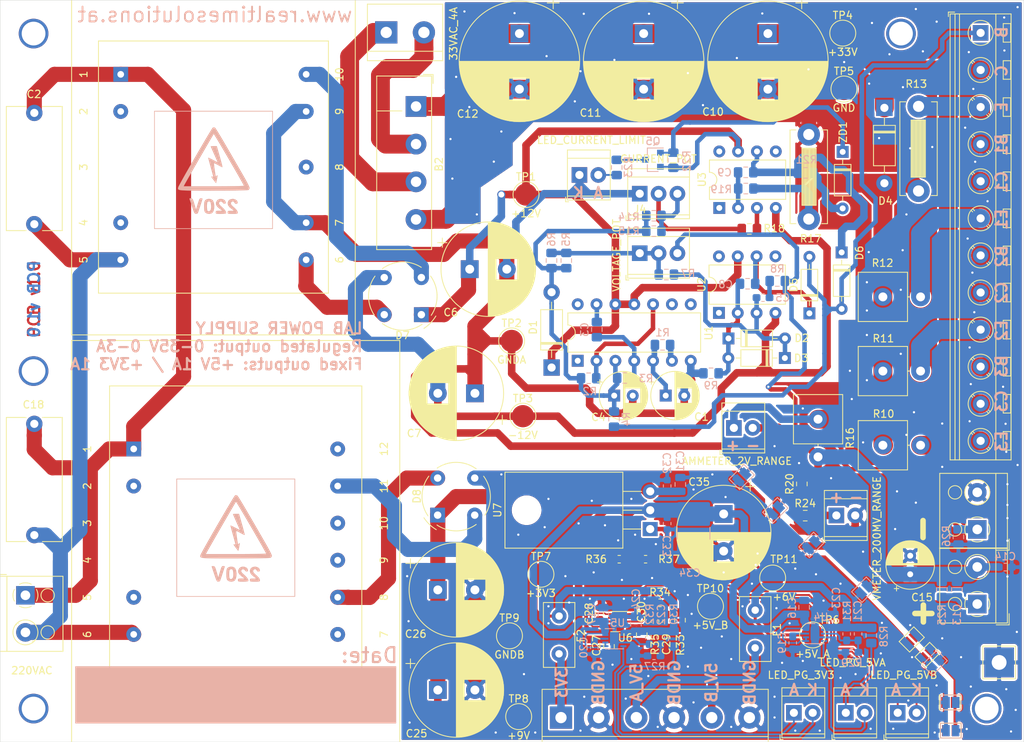
<source format=kicad_pcb>
(kicad_pcb (version 20171130) (host pcbnew "(5.1.4)-1")
  (layers (0 F.Cu signal hide) (31 B.Cu signal) (34 B.Paste user) (35 F.Paste user) (36 B.SilkS user) (37 F.SilkS user) (38 B.Mask user) (39 F.Mask user) (44 Edge.Cuts user))
  (net 0 "")
  (net 1 +33V)
  (net 2 33V_N)
  (net 3 33V_L)
  (net 4 GND)
  (net 5 -12V)
  (net 6 GNDA)
  (net 7 +12V)
  (net 8 220V_N)
  (net 9 220V_L)
  (net 10 "Net-(C5-Pad1)")
  (net 11 "Net-(C8-Pad2)")
  (net 12 "Net-(C8-Pad1)")
  (net 13 "Net-(C9-Pad2)")
  (net 14 "Net-(C9-Pad1)")
  (net 15 B)
  (net 16 E3)
  (net 17 B1)
  (net 18 E2)
  (net 19 E1)
  (net 20 "Net-(J10-Pad1)")
  (net 21 "Net-(J7-Pad1)")
  (net 22 "Net-(J8-Pad2)")
  (net 23 "Net-(Q5-Pad3)")
  (net 24 "Net-(Q5-Pad1)")
  (net 25 "Net-(R21-Pad2)")
  (net 26 "Net-(U1-Pad14)")
  (net 27 "Net-(U1-Pad9)")
  (net 28 "Net-(U1-Pad8)")
  (net 29 "Net-(U1-Pad1)")
  (net 30 "Net-(U2-Pad8)")
  (net 31 "Net-(U2-Pad5)")
  (net 32 "Net-(U2-Pad1)")
  (net 33 "Net-(U3-Pad8)")
  (net 34 "Net-(U3-Pad5)")
  (net 35 "Net-(U3-Pad1)")
  (net 36 GNDB)
  (net 37 +6V)
  (net 38 "Net-(C1-Pad1)")
  (net 39 "Net-(C3-Pad2)")
  (net 40 "Net-(C3-Pad1)")
  (net 41 "Net-(C4-Pad1)")
  (net 42 "Net-(C5-Pad2)")
  (net 43 "Net-(C13-Pad1)")
  (net 44 "Net-(C19-Pad1)")
  (net 45 "Net-(C20-Pad1)")
  (net 46 "Net-(C21-Pad2)")
  (net 47 +5V_A)
  (net 48 "Net-(C22-Pad2)")
  (net 49 +3V3)
  (net 50 "Net-(C28-Pad1)")
  (net 51 "Net-(C29-Pad2)")
  (net 52 +5V_B)
  (net 53 "Net-(D4-Pad2)")
  (net 54 "Net-(F1-Pad2)")
  (net 55 "Net-(F2-Pad2)")
  (net 56 "Net-(J3-Pad1)")
  (net 57 "Net-(J4-Pad3)")
  (net 58 "Net-(J4-Pad2)")
  (net 59 "Net-(J11-Pad2)")
  (net 60 "Net-(J11-Pad1)")
  (net 61 "Net-(J12-Pad2)")
  (net 62 "Net-(J12-Pad1)")
  (net 63 "Net-(J14-Pad2)")
  (net 64 "Net-(J14-Pad1)")
  (net 65 "Net-(R1-Pad1)")
  (net 66 "Net-(R2-Pad2)")
  (net 67 "Net-(R18-Pad2)")
  (net 68 "Net-(D7-Pad2)")
  (net 69 "Net-(D7-Pad4)")
  (net 70 "Net-(D8-Pad2)")
  (net 71 "Net-(D8-Pad4)")
  (net 72 +9V)
  (net 73 "Net-(R36-Pad2)")
  (module Jumper:SolderJumper-2_P1.3mm_Open_Pad1.0x1.5mm (layer F.Cu) (at 122.8852 -13.8176 225)
    (fp_text reference JP2 hide)
    (fp_text value GND_CONNECT)
    (pad 1 smd rect (at -0.65 0 225) (size 1 1.5) (layers F.Cu F.Mask) (net 4 GND))
    (pad 2 smd rect (at 0.65 0 225) (size 1 1.5) (layers F.Cu F.Mask) (net 36 GNDB))
  )
  (module Jumper:SolderJumper-2_P1.3mm_Open_Pad1.0x1.5mm (layer F.Cu) (at 125.0188 -11.7348 225)
    (fp_text reference JP2 hide)
    (fp_text value GND_CONNECT)
    (pad 2 smd rect (at 0.65 0 225) (size 1 1.5) (layers F.Cu F.Mask) (net 36 GNDB))
    (pad 1 smd rect (at -0.65 0 225) (size 1 1.5) (layers F.Cu F.Mask) (net 4 GND))
  )
  (module Jumper:SolderJumper-2_P1.3mm_Open_Pad1.0x1.5mm (layer B.Cu) (at 116.481981 -20.520781 225)
    (fp_text reference JP4 hide)
    (fp_text value GND_CONNECT hide)
    (pad 2 smd rect (at 0.65 0 225) (size 1 1.5) (layers B.Cu B.Mask) (net 36 GNDB))
    (pad 1 smd rect (at -0.65 0 225) (size 1 1.5) (layers B.Cu B.Mask) (net 4 GND))
  )
  (module Jumper:SolderJumper-2_P1.3mm_Open_Pad1.0x1.5mm (layer B.Cu) (at 104.4956 -31.242 225)
    (fp_text reference JP4 hide)
    (fp_text value GND_CONNECT hide)
    (pad 2 smd rect (at 0.65 0 225) (size 1 1.5) (layers B.Cu B.Mask) (net 36 GNDB))
    (pad 1 smd rect (at -0.65 0 225) (size 1 1.5) (layers B.Cu B.Mask) (net 4 GND))
  )
  (module Jumper:SolderJumper-2_P1.3mm_Open_Pad1.0x1.5mm (layer B.Cu) (at 99.976819 -35.714819 225)
    (fp_text reference JP4 hide)
    (fp_text value GND_CONNECT hide)
    (pad 2 smd rect (at 0.65 0 225) (size 1 1.5) (layers B.Cu B.Mask) (net 36 GNDB))
    (pad 1 smd rect (at -0.65 0 225) (size 1 1.5) (layers B.Cu B.Mask) (net 4 GND))
  )
  (module Jumper:SolderJumper-2_P1.3mm_Open_Pad1.0x1.5mm (layer B.Cu) (at 109.374819 -26.570819 225)
    (fp_text reference JP4 hide)
    (fp_text value GND_CONNECT hide)
    (pad 1 smd rect (at -0.65 0 225) (size 1 1.5) (layers B.Cu B.Mask) (net 4 GND))
    (pad 2 smd rect (at 0.65 0 225) (size 1 1.5) (layers B.Cu B.Mask) (net 36 GNDB))
  )
  (module Jumper:SolderJumper-2_P1.3mm_Open_Pad1.0x1.5mm (layer B.Cu) (at 125.984 -10.668 225)
    (fp_text reference JPe hide)
    (fp_text value GND_CONNECT hide)
    (pad 1 smd rect (at -0.65 0 225) (size 1 1.5) (layers B.Cu B.Mask) (net 4 GND))
    (pad 2 smd rect (at 0.65 0 225) (size 1 1.5) (layers B.Cu B.Mask) (net 36 GNDB))
  )
  (module TestPoint:TestPoint_THTPad_4.0x4.0mm_Drill2.0mm (layer F.Cu) (at 134.6708 -10.7188)
    (fp_text reference REF** hide)
    (fp_text value "GND to chassis" hide)
    (pad 1 thru_hole rect (at 0 0) (size 4 4) (drill 2) (layers *.Cu *.Mask) (net 4 GND))
  )
  (module logo_custom:caution_220V_2 (layer B.Cu) (at 28.8036 -77.1144 180)
    (fp_text reference G*** hide)
    (fp_text value LOGO hide)
  )
  (module logo_custom:caution_220V_2 (layer B.Cu) (at 31.8008 -27.5336 180)
    (fp_text reference G*** hide)
    (fp_text value LOGO hide)
  )
  (module Jumper:SolderJumper-2_P1.3mm_Open_Pad1.0x1.5mm (layer B.Cu) (at 128.158 -1.524 180)
    (fp_text reference JP7 hide)
    (fp_text value GND_CONNECT hide)
    (pad 1 smd rect (at -0.65 0 180) (size 1 1.5) (layers B.Cu B.Mask) (net 4 GND))
    (pad 2 smd rect (at 0.65 0 180) (size 1 1.5) (layers B.Cu B.Mask) (net 36 GNDB))
  )
  (module Jumper:SolderJumper-2_P1.3mm_Open_Pad1.0x1.5mm (layer B.Cu) (at 128.173404 -5.329528 180)
    (fp_text reference JP6 hide)
    (fp_text value GND_CONNECT hide)
    (pad 1 smd rect (at -0.65 0 180) (size 1 1.5) (layers B.Cu B.Mask) (net 4 GND))
    (pad 2 smd rect (at 0.65 0 180) (size 1 1.5) (layers B.Cu B.Mask) (net 36 GNDB))
  )
  (module Capacitor_THT:CP_Radial_D12.5mm_P5.00mm (layer F.Cu) (at 97.536 -30.734 270)
    (fp_text reference C35 (at -4.318 3.302 180) (layer F.SilkS))
    (fp_text value 2200uF/16V)
    (pad 2 thru_hole circle (at 5 0 270) (size 2.4 2.4) (drill 1.2) (layers *.Cu *.Mask) (net 36 GNDB))
    (pad 1 thru_hole rect (at 0 0 270) (size 2.4 2.4) (drill 1.2) (layers *.Cu *.Mask) (net 37 +6V))
  )
  (module Package_TO_SOT_THT:TO-220-3_Horizontal_TabDown (layer F.Cu) (at 87.63 -28.702 90)
    (fp_text reference U7 (at 2.54 -20.58 90) (layer F.SilkS))
    (fp_text value LM1085-ADJ)
    (pad 3 thru_hole oval (at 5.08 0 90) (size 1.905 2) (drill 1.1) (layers *.Cu *.Mask) (net 72 +9V))
    (pad 2 thru_hole oval (at 2.54 0 90) (size 1.905 2) (drill 1.1) (layers *.Cu *.Mask) (net 37 +6V))
    (pad 1 thru_hole rect (at 0 0 90) (size 1.905 2) (drill 1.1) (layers *.Cu *.Mask) (net 73 "Net-(R36-Pad2)"))
    (pad "" np_thru_hole oval (at 2.54 -16.66 90) (size 3.5 3.5) (drill 3.5) (layers *.Cu *.Mask))
  )
  (module TestPoint:TestPoint_Pad_D3.0mm (layer F.Cu) (at 104.14 -22.098)
    (fp_text reference TP11 (at 1.524 -2.54) (layer F.SilkS))
    (fp_text value +6V (at 1.524 2.54) (layer F.SilkS))
    (pad 1 smd circle (at 0 0) (size 3 3) (layers F.Cu F.Mask) (net 37 +6V))
  )
  (module Resistor_SMD:R_0603_1608Metric_Pad1.05x0.95mm_HandSolder (layer F.Cu) (at 87.009 -24.638)
    (fp_text reference R37 (at 3.161 0) (layer F.SilkS))
    (fp_text value 120R hide)
    (pad 2 smd roundrect (at 0.875 0) (size 1.05 0.95) (layers F.Cu F.Paste F.Mask) (net 37 +6V))
    (pad 1 smd roundrect (at -0.875 0) (size 1.05 0.95) (layers F.Cu F.Paste F.Mask) (net 73 "Net-(R36-Pad2)"))
  )
  (module Resistor_SMD:R_0603_1608Metric_Pad1.05x0.95mm_HandSolder (layer F.Cu) (at 83.453 -24.638)
    (fp_text reference R36 (at -3.11 0) (layer F.SilkS))
    (fp_text value 470R hide)
    (pad 2 smd roundrect (at 0.875 0) (size 1.05 0.95) (layers F.Cu F.Paste F.Mask) (net 73 "Net-(R36-Pad2)"))
    (pad 1 smd roundrect (at -0.875 0) (size 1.05 0.95) (layers F.Cu F.Paste F.Mask) (net 36 GNDB))
  )
  (module Resistor_SMD:R_2816_7142Metric_Pad3.20x4.45mm_HandSolder (layer B.Cu) (at 93.472 -28.134 270)
    (fp_text reference C34 (at 5.334 0.508) (layer B.SilkS) (effects (justify mirror)))
    (fp_text value "10uF Tantal" hide)
    (pad 2 smd roundrect (at 2.6 0 270) (size 3.2 4.45) (layers B.Cu B.Paste B.Mask) (roundrect_rratio 0.078125) (net 36 GNDB))
    (pad 1 smd roundrect (at -2.6 0 270) (size 3.2 4.45) (layers B.Cu B.Paste B.Mask) (roundrect_rratio 0.078125) (net 37 +6V))
  )
  (module Resistor_SMD:R_0603_1608Metric (layer B.Cu) (at 89.916 -29.4385 270)
    (fp_text reference C33 (at 3.0225 0 270) (layer B.SilkS) (effects (justify mirror)))
    (fp_text value 100nF hide)
    (pad 2 smd roundrect (at 0.7875 0 270) (size 0.875 0.95) (layers B.Cu B.Paste B.Mask) (net 36 GNDB))
    (pad 1 smd roundrect (at -0.7875 0 270) (size 0.875 0.95) (layers B.Cu B.Paste B.Mask) (net 37 +6V))
  )
  (module Resistor_SMD:R_0603_1608Metric (layer B.Cu) (at 89.916 -34.5185 90)
    (fp_text reference C32 (at 3.0735 0 90) (layer B.SilkS) (effects (justify mirror)))
    (fp_text value 100nF hide)
    (pad 2 smd roundrect (at 0.7875 0 90) (size 0.875 0.95) (layers B.Cu B.Paste B.Mask) (net 36 GNDB))
    (pad 1 smd roundrect (at -0.7875 0 90) (size 0.875 0.95) (layers B.Cu B.Paste B.Mask) (net 72 +9V))
  )
  (module Resistor_SMD:R_0805_2012Metric (layer B.Cu) (at 91.694 -34.7195 90)
    (fp_text reference C31 (at 3.1265 0 90) (layer B.SilkS) (effects (justify mirror)))
    (fp_text value 10uF hide)
    (pad 2 smd roundrect (at 0.9375 0 90) (size 0.975 1.4) (layers B.Cu B.Paste B.Mask) (net 36 GNDB))
    (pad 1 smd roundrect (at -0.9375 0 90) (size 0.975 1.4) (layers B.Cu B.Paste B.Mask) (net 72 +9V))
  )
  (module Jumper:SolderJumper-2_P1.3mm_Open_Pad1.0x1.5mm (layer F.Cu) (at 128.016 -5.334 180)
    (fp_text reference JP2 hide)
    (fp_text value GND_CONNECT)
    (pad 1 smd rect (at -0.65 0 180) (size 1 1.5) (layers F.Cu F.Mask) (net 4 GND))
    (pad 2 smd rect (at 0.65 0 180) (size 1 1.5) (layers F.Cu F.Mask) (net 36 GNDB))
  )
  (module Jumper:SolderJumper-2_P1.3mm_Open_Pad1.0x1.5mm (layer F.Cu) (at 128.128 -1.524 180)
    (fp_text reference JP1 hide)
    (fp_text value GND_CONNECT)
    (pad 1 smd rect (at -0.65 0 180) (size 1 1.5) (layers F.Cu F.Mask) (net 4 GND))
    (pad 2 smd rect (at 0.65 0 180) (size 1 1.5) (layers F.Cu F.Mask) (net 36 GNDB))
  )
  (module Resistor_SMD:R_0603_1608Metric_Pad1.05x0.95mm_HandSolder (layer F.Cu) (at 89.82964 -16.28902 90)
    (fp_text reference C29 (at -3.12166 -0.00508 -90) (layer F.SilkS))
    (fp_text value 10nF hide)
    (pad 2 smd roundrect (at 0.875 0 90) (size 1.05 0.95) (layers F.Cu F.Paste F.Mask) (net 51 "Net-(C29-Pad2)"))
    (pad 1 smd roundrect (at -0.875 0 90) (size 1.05 0.95) (layers F.Cu F.Paste F.Mask) (net 52 +5V_B))
  )
  (module Package_DFN_QFN:Texas_S-PDSO-N10_EP1.2x2mm (layer B.Cu) (at 82.79892 -13.91412 180)
    (fp_text reference U5 (at -0.45466 2.14122) (layer B.SilkS) (effects (justify mirror)))
    (fp_text value TPS7A91 hide)
    (pad 10 smd roundrect (at 1.2125 1 180) (size 0.825 0.25) (layers B.Cu B.Paste B.Mask) (net 37 +6V))
    (pad 9 smd roundrect (at 1.2125 0.5 180) (size 0.825 0.25) (layers B.Cu B.Paste B.Mask) (net 37 +6V))
    (pad 8 smd roundrect (at 1.2125 0 180) (size 0.825 0.25) (layers B.Cu B.Paste B.Mask) (net 45 "Net-(C20-Pad1)"))
    (pad 7 smd roundrect (at 1.2125 -0.5 180) (size 0.825 0.25) (layers B.Cu B.Paste B.Mask) (net 37 +6V))
    (pad 6 smd roundrect (at 1.2125 -1 180) (size 0.825 0.25) (layers B.Cu B.Paste B.Mask) (net 37 +6V))
    (pad 5 smd roundrect (at -1.2125 -1 180) (size 0.825 0.25) (layers B.Cu B.Paste B.Mask) (net 61 "Net-(J12-Pad2)"))
    (pad 4 smd roundrect (at -1.2125 -0.5 180) (size 0.825 0.25) (layers B.Cu B.Paste B.Mask) (net 36 GNDB))
    (pad 3 smd roundrect (at -1.2125 0 180) (size 0.825 0.25) (layers B.Cu B.Paste B.Mask) (net 48 "Net-(C22-Pad2)"))
    (pad 2 smd roundrect (at -1.2125 0.5 180) (size 0.825 0.25) (layers B.Cu B.Paste B.Mask) (net 49 +3V3))
    (pad 1 smd roundrect (at -1.2125 1 180) (size 0.825 0.25) (layers B.Cu B.Paste B.Mask) (net 49 +3V3))
    (pad 11 smd roundrect (at 0 0 180) (size 1.2 2) (layers B.Cu B.Mask) (roundrect_rratio 0.208333) (net 36 GNDB))
  )
  (module Diode_THT:Diode_Bridge_Round_D9.0mm (layer F.Cu) (at 58.97372 -30.57652 90)
    (fp_text reference D8 (at 2.54 -2.794 90) (layer F.SilkS))
    (fp_text value B40R)
    (pad 1 thru_hole rect (at 0 0 90) (size 2 2) (drill 1) (layers *.Cu *.Mask) (net 72 +9V))
    (pad 3 thru_hole oval (at 5 5 90) (size 2 2) (drill 1) (layers *.Cu *.Mask) (net 36 GNDB))
    (pad 2 thru_hole oval (at 0 5 90) (size 2 2) (drill 1) (layers *.Cu *.Mask) (net 70 "Net-(D8-Pad2)"))
    (pad 4 thru_hole oval (at 5 0 90) (size 2 2) (drill 1) (layers *.Cu *.Mask) (net 71 "Net-(D8-Pad4)"))
  )
  (module Diode_THT:Diode_Bridge_Round_D9.0mm (layer F.Cu) (at 56.77916 -57.60212 180)
    (fp_text reference D7 (at 2.54 -2.794) (layer F.SilkS))
    (fp_text value B80R)
    (pad 1 thru_hole rect (at 0 0 180) (size 2 2) (drill 1) (layers *.Cu *.Mask) (net 7 +12V))
    (pad 3 thru_hole oval (at 5 5 180) (size 2 2) (drill 1) (layers *.Cu *.Mask) (net 5 -12V))
    (pad 2 thru_hole oval (at 0 5 180) (size 2 2) (drill 1) (layers *.Cu *.Mask) (net 68 "Net-(D7-Pad2)"))
    (pad 4 thru_hole oval (at 5 0 180) (size 2 2) (drill 1) (layers *.Cu *.Mask) (net 69 "Net-(D7-Pad4)"))
  )
  (module Diode_THT:D_DO-35_SOD27_P7.62mm_Horizontal (layer F.Cu) (at 113.57864 -79.55026 270)
    (fp_text reference ZD1 (at -2.64922 -0.05334 90) (layer F.SilkS))
    (fp_text value 3V3)
    (pad 2 thru_hole oval (at 7.62 0 270) (size 1.6 1.6) (drill 0.8) (layers *.Cu *.Mask) (net 25 "Net-(R21-Pad2)"))
    (pad 1 thru_hole rect (at 0 0 270) (size 1.6 1.6) (drill 0.8) (layers *.Cu *.Mask) (net 24 "Net-(Q5-Pad1)"))
  )
  (module Package_DFN_QFN:Texas_S-PDSO-N10_EP1.2x2mm (layer F.Cu) (at 83.56346 -16.22806 180)
    (fp_text reference U6 (at -0.71882 -2.18186) (layer F.SilkS))
    (fp_text value TPS7A91 hide)
    (pad 10 smd roundrect (at 1.2125 -1 180) (size 0.825 0.25) (layers F.Cu F.Paste F.Mask) (net 37 +6V))
    (pad 9 smd roundrect (at 1.2125 -0.5 180) (size 0.825 0.25) (layers F.Cu F.Paste F.Mask) (net 37 +6V))
    (pad 8 smd roundrect (at 1.2125 0 180) (size 0.825 0.25) (layers F.Cu F.Paste F.Mask) (net 50 "Net-(C28-Pad1)"))
    (pad 7 smd roundrect (at 1.2125 0.5 180) (size 0.825 0.25) (layers F.Cu F.Paste F.Mask) (net 37 +6V))
    (pad 6 smd roundrect (at 1.2125 1 180) (size 0.825 0.25) (layers F.Cu F.Paste F.Mask) (net 37 +6V))
    (pad 5 smd roundrect (at -1.2125 1 180) (size 0.825 0.25) (layers F.Cu F.Paste F.Mask) (net 63 "Net-(J14-Pad2)"))
    (pad 4 smd roundrect (at -1.2125 0.5 180) (size 0.825 0.25) (layers F.Cu F.Paste F.Mask) (net 36 GNDB))
    (pad 3 smd roundrect (at -1.2125 0 180) (size 0.825 0.25) (layers F.Cu F.Paste F.Mask) (net 51 "Net-(C29-Pad2)"))
    (pad 2 smd roundrect (at -1.2125 -0.5 180) (size 0.825 0.25) (layers F.Cu F.Paste F.Mask) (net 52 +5V_B))
    (pad 1 smd roundrect (at -1.2125 -1 180) (size 0.825 0.25) (layers F.Cu F.Paste F.Mask) (net 52 +5V_B))
    (pad 11 smd roundrect (at 0 0 180) (size 1.2 2) (layers F.Cu F.Mask) (roundrect_rratio 0.208333) (net 36 GNDB))
  )
  (module Package_DFN_QFN:Texas_S-PDSO-N10_EP1.2x2mm (layer B.Cu) (at 109.84738 -14.60754 180)
    (fp_text reference U4 (at -0.79502 2.2352) (layer B.SilkS) (effects (justify mirror)))
    (fp_text value TPS7A91 hide)
    (pad 11 smd roundrect (at 0 0 180) (size 1.2 2) (layers B.Cu B.Mask) (roundrect_rratio 0.208333) (net 36 GNDB))
    (pad 1 smd roundrect (at -1.2125 1 180) (size 0.825 0.25) (layers B.Cu B.Paste B.Mask) (net 47 +5V_A))
    (pad 2 smd roundrect (at -1.2125 0.5 180) (size 0.825 0.25) (layers B.Cu B.Paste B.Mask) (net 47 +5V_A))
    (pad 3 smd roundrect (at -1.2125 0 180) (size 0.825 0.25) (layers B.Cu B.Paste B.Mask) (net 46 "Net-(C21-Pad2)"))
    (pad 4 smd roundrect (at -1.2125 -0.5 180) (size 0.825 0.25) (layers B.Cu B.Paste B.Mask) (net 36 GNDB))
    (pad 5 smd roundrect (at -1.2125 -1 180) (size 0.825 0.25) (layers B.Cu B.Paste B.Mask) (net 59 "Net-(J11-Pad2)"))
    (pad 6 smd roundrect (at 1.2125 -1 180) (size 0.825 0.25) (layers B.Cu B.Paste B.Mask) (net 37 +6V))
    (pad 7 smd roundrect (at 1.2125 -0.5 180) (size 0.825 0.25) (layers B.Cu B.Paste B.Mask) (net 37 +6V))
    (pad 8 smd roundrect (at 1.2125 0 180) (size 0.825 0.25) (layers B.Cu B.Paste B.Mask) (net 44 "Net-(C19-Pad1)"))
    (pad 9 smd roundrect (at 1.2125 0.5 180) (size 0.825 0.25) (layers B.Cu B.Paste B.Mask) (net 37 +6V))
    (pad 10 smd roundrect (at 1.2125 1 180) (size 0.825 0.25) (layers B.Cu B.Paste B.Mask) (net 37 +6V))
  )
  (module Package_DIP:DIP-8_W7.62mm (layer F.Cu) (at 96.94418 -71.99122 90)
    (fp_text reference U3 (at 3.81 -2.33 90) (layer F.SilkS))
    (fp_text value uA741)
    (pad 8 thru_hole oval (at 7.62 0 90) (size 1.6 1.6) (drill 0.8) (layers *.Cu *.Mask) (net 33 "Net-(U3-Pad8)"))
    (pad 4 thru_hole oval (at 0 7.62 90) (size 1.6 1.6) (drill 0.8) (layers *.Cu *.Mask) (net 5 -12V))
    (pad 7 thru_hole oval (at 7.62 2.54 90) (size 1.6 1.6) (drill 0.8) (layers *.Cu *.Mask) (net 7 +12V))
    (pad 3 thru_hole oval (at 0 5.08 90) (size 1.6 1.6) (drill 0.8) (layers *.Cu *.Mask) (net 67 "Net-(R18-Pad2)"))
    (pad 6 thru_hole oval (at 7.62 5.08 90) (size 1.6 1.6) (drill 0.8) (layers *.Cu *.Mask) (net 13 "Net-(C9-Pad2)"))
    (pad 2 thru_hole oval (at 0 2.54 90) (size 1.6 1.6) (drill 0.8) (layers *.Cu *.Mask) (net 14 "Net-(C9-Pad1)"))
    (pad 5 thru_hole oval (at 7.62 7.62 90) (size 1.6 1.6) (drill 0.8) (layers *.Cu *.Mask) (net 34 "Net-(U3-Pad5)"))
    (pad 1 thru_hole rect (at 0 0 90) (size 1.6 1.6) (drill 0.8) (layers *.Cu *.Mask) (net 35 "Net-(U3-Pad1)"))
  )
  (module Package_DIP:DIP-8_W7.62mm (layer F.Cu) (at 96.89592 -57.84596 90)
    (fp_text reference U2 (at 3.81 -2.33 90) (layer F.SilkS))
    (fp_text value uA741)
    (pad 8 thru_hole oval (at 7.62 0 90) (size 1.6 1.6) (drill 0.8) (layers *.Cu *.Mask) (net 30 "Net-(U2-Pad8)"))
    (pad 4 thru_hole oval (at 0 7.62 90) (size 1.6 1.6) (drill 0.8) (layers *.Cu *.Mask) (net 5 -12V))
    (pad 7 thru_hole oval (at 7.62 2.54 90) (size 1.6 1.6) (drill 0.8) (layers *.Cu *.Mask) (net 7 +12V))
    (pad 3 thru_hole oval (at 0 5.08 90) (size 1.6 1.6) (drill 0.8) (layers *.Cu *.Mask) (net 10 "Net-(C5-Pad1)"))
    (pad 6 thru_hole oval (at 7.62 5.08 90) (size 1.6 1.6) (drill 0.8) (layers *.Cu *.Mask) (net 11 "Net-(C8-Pad2)"))
    (pad 2 thru_hole oval (at 0 2.54 90) (size 1.6 1.6) (drill 0.8) (layers *.Cu *.Mask) (net 12 "Net-(C8-Pad1)"))
    (pad 5 thru_hole oval (at 7.62 7.62 90) (size 1.6 1.6) (drill 0.8) (layers *.Cu *.Mask) (net 31 "Net-(U2-Pad5)"))
    (pad 1 thru_hole rect (at 0 0 90) (size 1.6 1.6) (drill 0.8) (layers *.Cu *.Mask) (net 32 "Net-(U2-Pad1)"))
  )
  (module Package_DIP:DIP-14_W7.62mm (layer F.Cu) (at 77.85862 -51.38674 90)
    (fp_text reference U1 (at 3.74904 17.66316 90) (layer F.SilkS))
    (fp_text value uA723)
    (pad 1 thru_hole rect (at 0 0 90) (size 1.6 1.6) (drill 0.8) (layers *.Cu *.Mask) (net 29 "Net-(U1-Pad1)"))
    (pad 8 thru_hole oval (at 7.62 15.24 90) (size 1.6 1.6) (drill 0.8) (layers *.Cu *.Mask) (net 28 "Net-(U1-Pad8)"))
    (pad 2 thru_hole oval (at 0 2.54 90) (size 1.6 1.6) (drill 0.8) (layers *.Cu *.Mask) (net 66 "Net-(R2-Pad2)"))
    (pad 9 thru_hole oval (at 7.62 12.7 90) (size 1.6 1.6) (drill 0.8) (layers *.Cu *.Mask) (net 27 "Net-(U1-Pad9)"))
    (pad 3 thru_hole oval (at 0 5.08 90) (size 1.6 1.6) (drill 0.8) (layers *.Cu *.Mask) (net 41 "Net-(C4-Pad1)"))
    (pad 10 thru_hole oval (at 7.62 10.16 90) (size 1.6 1.6) (drill 0.8) (layers *.Cu *.Mask) (net 66 "Net-(R2-Pad2)"))
    (pad 4 thru_hole oval (at 0 7.62 90) (size 1.6 1.6) (drill 0.8) (layers *.Cu *.Mask) (net 39 "Net-(C3-Pad2)"))
    (pad 11 thru_hole oval (at 7.62 7.62 90) (size 1.6 1.6) (drill 0.8) (layers *.Cu *.Mask) (net 7 +12V))
    (pad 5 thru_hole oval (at 0 10.16 90) (size 1.6 1.6) (drill 0.8) (layers *.Cu *.Mask) (net 38 "Net-(C1-Pad1)"))
    (pad 12 thru_hole oval (at 7.62 5.08 90) (size 1.6 1.6) (drill 0.8) (layers *.Cu *.Mask) (net 7 +12V))
    (pad 6 thru_hole oval (at 0 12.7 90) (size 1.6 1.6) (drill 0.8) (layers *.Cu *.Mask) (net 65 "Net-(R1-Pad1)"))
    (pad 13 thru_hole oval (at 7.62 2.54 90) (size 1.6 1.6) (drill 0.8) (layers *.Cu *.Mask) (net 40 "Net-(C3-Pad1)"))
    (pad 7 thru_hole oval (at 0 15.24 90) (size 1.6 1.6) (drill 0.8) (layers *.Cu *.Mask) (net 6 GNDA))
    (pad 14 thru_hole oval (at 7.62 0 90) (size 1.6 1.6) (drill 0.8) (layers *.Cu *.Mask) (net 26 "Net-(U1-Pad14)"))
  )
  (module Transformer_THT:Transformer_Breve_TEZ-44x52 (layer F.Cu) (at 18 -39.5 270)
    (fp_text reference TR2 hide)
    (fp_text value "EI48/16,8 10VA 1x6V 1666mA")
    (fp_text user 1 (at 0 6.25 90) (layer F.SilkS))
    (fp_text user 2 (at 5 6.25 90) (layer F.SilkS))
    (fp_text user 3 (at 10 6.25 90) (layer F.SilkS))
    (fp_text user 4 (at 15 6.25 90) (layer F.SilkS))
    (fp_text user 5 (at 20 6.25 90) (layer F.SilkS))
    (fp_text user 6 (at 25 6.25 90) (layer F.SilkS))
    (fp_text user 7 (at 25 -33.75 90) (layer F.SilkS))
    (fp_text user 8 (at 20 -33.75 90) (layer F.SilkS))
    (fp_text user 9 (at 15 -33.75 90) (layer F.SilkS))
    (fp_text user 10 (at 10 -33.75 90) (layer F.SilkS))
    (fp_text user 11 (at 5 -33.75 90) (layer F.SilkS))
    (fp_text user 12 (at 0 -33.75 90) (layer F.SilkS))
    (pad 12 thru_hole circle (at 0 -27.5 270) (size 2 2) (drill 0.9) (layers *.Cu *.Mask))
    (pad 11 thru_hole circle (at 5 -27.5 270) (size 2 2) (drill 0.9) (layers *.Cu *.Mask) (net 70 "Net-(D8-Pad2)"))
    (pad 10 thru_hole circle (at 10 -27.5 270) (size 2 2) (drill 0.9) (layers *.Cu *.Mask))
    (pad 9 thru_hole circle (at 15 -27.5 270) (size 2 2) (drill 0.9) (layers *.Cu *.Mask))
    (pad 8 thru_hole circle (at 20 -27.5 270) (size 2 2) (drill 0.9) (layers *.Cu *.Mask) (net 71 "Net-(D8-Pad4)"))
    (pad 7 thru_hole circle (at 25 -27.5 270) (size 2 2) (drill 0.9) (layers *.Cu *.Mask))
    (pad 6 thru_hole circle (at 25 0 270) (size 2 2) (drill 0.9) (layers *.Cu *.Mask) (net 8 220V_N))
    (pad 5 thru_hole circle (at 20 0 270) (size 2 2) (drill 0.9) (layers *.Cu *.Mask))
    (pad 2 thru_hole circle (at 5 0 270) (size 2 2) (drill 0.9) (layers *.Cu *.Mask))
    (pad 1 thru_hole rect (at 0 0 270) (size 2 2) (drill 0.9) (layers *.Cu *.Mask) (net 9 220V_L))
  )
  (module Transformer_THT:Transformer_Breve_TEZ-38x45 (layer F.Cu) (at 16.25 -90 270)
    (fp_text reference TR1 hide)
    (fp_text value "EI42/14,8 5VA 2x12V 0.4A")
    (fp_text user 1 (at 0 5 90) (layer F.SilkS))
    (fp_text user 2 (at 5 5 90) (layer F.SilkS))
    (fp_text user 3 (at 12.5 5 90) (layer F.SilkS))
    (fp_text user 4 (at 20 5 90) (layer F.SilkS))
    (fp_text user 5 (at 25 5 90) (layer F.SilkS))
    (fp_text user 6 (at 25 -29.5 90) (layer F.SilkS))
    (fp_text user 7 (at 20 -29.5 90) (layer F.SilkS))
    (fp_text user 8 (at 12.5 -29.5 90) (layer F.SilkS))
    (fp_text user 9 (at 5 -29.5 90) (layer F.SilkS))
    (fp_text user 10 (at 0 -29.5 90) (layer F.SilkS))
    (pad 10 thru_hole circle (at 0 -25 270) (size 2 2) (drill 0.9) (layers *.Cu *.Mask) (net 68 "Net-(D7-Pad2)"))
    (pad 9 thru_hole circle (at 5 -25 270) (size 2 2) (drill 0.9) (layers *.Cu *.Mask) (net 6 GNDA))
    (pad 8 thru_hole circle (at 12.5 -25 270) (size 2 2) (drill 0.9) (layers *.Cu *.Mask))
    (pad 7 thru_hole circle (at 20 -25 270) (size 2 2) (drill 0.9) (layers *.Cu *.Mask) (net 6 GNDA))
    (pad 6 thru_hole circle (at 25 -25 270) (size 2 2) (drill 0.9) (layers *.Cu *.Mask) (net 69 "Net-(D7-Pad4)"))
    (pad 5 thru_hole circle (at 25 0 270) (size 2 2) (drill 0.9) (layers *.Cu *.Mask) (net 8 220V_N))
    (pad 4 thru_hole circle (at 20 0 270) (size 2 2) (drill 0.9) (layers *.Cu *.Mask))
    (pad 2 thru_hole circle (at 5 0 270) (size 2 2) (drill 0.9) (layers *.Cu *.Mask))
    (pad 1 thru_hole rect (at 0 0 270) (size 2 2) (drill 0.9) (layers *.Cu *.Mask) (net 9 220V_L))
  )
  (module TestPoint:TestPoint_Pad_D3.0mm (layer F.Cu) (at 95.758 -18.288)
    (fp_text reference TP10 (at 0 -2.398) (layer F.SilkS))
    (fp_text value +5V_B (at 0 2.55) (layer F.SilkS))
    (pad 1 smd circle (at 0 0) (size 3 3) (layers F.Cu F.Mask) (net 52 +5V_B))
  )
  (module TestPoint:TestPoint_Pad_D3.0mm (layer F.Cu) (at 68.6562 -14.31036)
    (fp_text reference TP9 (at 0 -2.398) (layer F.SilkS))
    (fp_text value GNDB (at 0 2.55) (layer F.SilkS))
    (pad 1 smd circle (at 0 0) (size 3 3) (layers F.Cu F.Mask) (net 36 GNDB))
  )
  (module TestPoint:TestPoint_Pad_D3.0mm (layer F.Cu) (at 69.9008 -3.4163)
    (fp_text reference TP8 (at 0 -2.398) (layer F.SilkS))
    (fp_text value +9V (at 0 2.55) (layer F.SilkS))
    (pad 1 smd circle (at 0 0) (size 3 3) (layers F.Cu F.Mask) (net 72 +9V))
  )
  (module TestPoint:TestPoint_Pad_D3.0mm (layer F.Cu) (at 72.898 -22.606)
    (fp_text reference TP7 (at 0 -2.398) (layer F.SilkS))
    (fp_text value +3V3 (at 0 2.55) (layer F.SilkS))
    (pad 1 smd circle (at 0 0) (size 3 3) (layers F.Cu F.Mask) (net 49 +3V3))
  )
  (module TestPoint:TestPoint_Pad_D3.0mm (layer F.Cu) (at 109.5248 -14.4272)
    (fp_text reference TP6 (at 2.286 -2.032) (layer F.SilkS))
    (fp_text value +5V_A (at 0 2.55) (layer F.SilkS))
    (pad 1 smd circle (at 0 0) (size 3 3) (layers F.Cu F.Mask) (net 47 +5V_A))
  )
  (module TestPoint:TestPoint_Pad_D3.0mm (layer F.Cu) (at 113.7539 -88.02624)
    (fp_text reference TP5 (at 0 -2.398) (layer F.SilkS))
    (fp_text value GND (at 0 2.55) (layer F.SilkS))
    (pad 1 smd circle (at 0 0) (size 3 3) (layers F.Cu F.Mask) (net 4 GND))
  )
  (module TestPoint:TestPoint_Pad_D3.0mm (layer F.Cu) (at 113.59134 -95.5548)
    (fp_text reference TP4 (at 0 -2.398) (layer F.SilkS))
    (fp_text value +33V (at 0 2.55) (layer F.SilkS))
    (pad 1 smd circle (at 0 0) (size 3 3) (layers F.Cu F.Mask) (net 1 +33V))
  )
  (module TestPoint:TestPoint_Pad_D3.0mm (layer F.Cu) (at 70.4723 -43.9166)
    (fp_text reference TP3 (at 0 -2.398) (layer F.SilkS))
    (fp_text value -12V (at 0 2.55) (layer F.SilkS))
    (pad 1 smd circle (at 0 0) (size 3 3) (layers F.Cu F.Mask) (net 5 -12V))
  )
  (module TestPoint:TestPoint_Pad_D3.0mm (layer F.Cu) (at 68.95084 -54.06136)
    (fp_text reference TP2 (at 0 -2.398) (layer F.SilkS))
    (fp_text value GNDA (at 0 2.55) (layer F.SilkS))
    (pad 1 smd circle (at 0 0) (size 3 3) (layers F.Cu F.Mask) (net 6 GNDA))
  )
  (module TestPoint:TestPoint_Pad_D3.0mm (layer F.Cu) (at 70.88886 -73.79716)
    (fp_text reference TP1 (at 0 -2.398) (layer F.SilkS))
    (fp_text value +12V (at 0 2.55) (layer F.SilkS))
    (pad 1 smd circle (at 0 0) (size 3 3) (layers F.Cu F.Mask) (net 7 +12V))
  )
  (module Resistor_SMD:R_0603_1608Metric_Pad1.05x0.95mm_HandSolder (layer F.Cu) (at 88.28532 -16.27378 90)
    (fp_text reference R35 (at -3.12166 0 -90) (layer F.SilkS))
    (fp_text value "10K5 .1%" hide)
    (pad 2 smd roundrect (at 0.875 0 90) (size 1.05 0.95) (layers F.Cu F.Paste F.Mask) (net 51 "Net-(C29-Pad2)"))
    (pad 1 smd roundrect (at -0.875 0 90) (size 1.05 0.95) (layers F.Cu F.Paste F.Mask) (net 52 +5V_B))
  )
  (module Resistor_SMD:R_0603_1608Metric_Pad1.05x0.95mm_HandSolder (layer F.Cu) (at 88.96226 -18.75282)
    (fp_text reference R34 (at 0 -1.43 -180) (layer F.SilkS))
    (fp_text value "2K .1%" hide)
    (pad 2 smd roundrect (at 0.875 0) (size 1.05 0.95) (layers F.Cu F.Paste F.Mask) (net 51 "Net-(C29-Pad2)"))
    (pad 1 smd roundrect (at -0.875 0) (size 1.05 0.95) (layers F.Cu F.Paste F.Mask) (net 36 GNDB))
  )
  (module Resistor_SMD:R_0805_2012Metric_Pad1.15x1.40mm_HandSolder (layer F.Cu) (at 91.65336 -16.4174 90)
    (fp_text reference R33 (at -3.34888 0.04318 -90) (layer F.SilkS))
    (fp_text value 470R hide)
    (pad 2 smd roundrect (at 1.025 0 90) (size 1.15 1.4) (layers F.Cu F.Paste F.Mask) (roundrect_rratio 0.217391) (net 64 "Net-(J14-Pad1)"))
    (pad 1 smd roundrect (at -1.025 0 90) (size 1.15 1.4) (layers F.Cu F.Paste F.Mask) (roundrect_rratio 0.217391) (net 52 +5V_B))
  )
  (module Resistor_SMD:R_0603_1608Metric_Pad1.05x0.95mm_HandSolder (layer B.Cu) (at 87.51316 -14.05766 270)
    (fp_text reference R32 (at -3.1636 -0.07112 90) (layer B.SilkS) (effects (justify mirror)))
    (fp_text value "3K88 .1%" hide)
    (pad 2 smd roundrect (at 0.875 0 270) (size 1.05 0.95) (layers B.Cu B.Paste B.Mask) (net 48 "Net-(C22-Pad2)"))
    (pad 1 smd roundrect (at -0.875 0 270) (size 1.05 0.95) (layers B.Cu B.Paste B.Mask) (net 49 +3V3))
  )
  (module Resistor_SMD:R_0603_1608Metric_Pad1.05x0.95mm_HandSolder (layer B.Cu) (at 114.11458 -14.55674 270)
    (fp_text reference R31 (at -3.05816 -0.06858 270) (layer B.SilkS) (effects (justify mirror)))
    (fp_text value "10K5 .1%" hide)
    (pad 2 smd roundrect (at 0.875 0 270) (size 1.05 0.95) (layers B.Cu B.Paste B.Mask) (net 46 "Net-(C21-Pad2)"))
    (pad 1 smd roundrect (at -0.875 0 270) (size 1.05 0.95) (layers B.Cu B.Paste B.Mask) (net 47 +5V_A))
  )
  (module Resistor_SMD:R_0805_2012Metric_Pad1.15x1.40mm_HandSolder (layer B.Cu) (at 90.79992 -13.89496 270)
    (fp_text reference R30 (at -3.33894 -0.01524 90) (layer B.SilkS) (effects (justify mirror)))
    (fp_text value 470R hide)
    (pad 2 smd roundrect (at 1.025 0 270) (size 1.15 1.4) (layers B.Cu B.Paste B.Mask) (roundrect_rratio 0.217391) (net 62 "Net-(J12-Pad1)"))
    (pad 1 smd roundrect (at -1.025 0 270) (size 1.15 1.4) (layers B.Cu B.Paste B.Mask) (roundrect_rratio 0.217391) (net 49 +3V3))
  )
  (module Resistor_SMD:R_0603_1608Metric_Pad1.05x0.95mm_HandSolder (layer B.Cu) (at 114.8321 -12.08786)
    (fp_text reference R29 (at -0.02664 1.41986) (layer B.SilkS) (effects (justify mirror)))
    (fp_text value "2K .1%" hide)
    (pad 2 smd roundrect (at 0.875 0) (size 1.05 0.95) (layers B.Cu B.Paste B.Mask) (net 46 "Net-(C21-Pad2)"))
    (pad 1 smd roundrect (at -0.875 0) (size 1.05 0.95) (layers B.Cu B.Paste B.Mask) (net 36 GNDB))
  )
  (module Resistor_SMD:R_0805_2012Metric_Pad1.15x1.40mm_HandSolder (layer B.Cu) (at 117.43436 -14.35608 270)
    (fp_text reference R28 (at 0.13208 -1.69164 90) (layer B.SilkS) (effects (justify mirror)))
    (fp_text value 470R hide)
    (pad 2 smd roundrect (at 1.025 0 270) (size 1.15 1.4) (layers B.Cu B.Paste B.Mask) (roundrect_rratio 0.217391) (net 60 "Net-(J11-Pad1)"))
    (pad 1 smd roundrect (at -1.025 0 270) (size 1.15 1.4) (layers B.Cu B.Paste B.Mask) (roundrect_rratio 0.217391) (net 47 +5V_A))
  )
  (module Resistor_SMD:R_0603_1608Metric_Pad1.05x0.95mm_HandSolder (layer B.Cu) (at 88.14184 -11.61288)
    (fp_text reference R27 (at 0.10284 1.45034) (layer B.SilkS) (effects (justify mirror)))
    (fp_text value "1K24 .1%" hide)
    (pad 2 smd roundrect (at 0.875 0) (size 1.05 0.95) (layers B.Cu B.Paste B.Mask) (net 48 "Net-(C22-Pad2)"))
    (pad 1 smd roundrect (at -0.875 0) (size 1.05 0.95) (layers B.Cu B.Paste B.Mask) (net 36 GNDB))
  )
  (module Resistor_SMD:R_0805_2012Metric_Pad1.15x1.40mm_HandSolder (layer B.Cu) (at 129.1844 -27.6442 270)
    (fp_text reference R26 (at -0.1016 1.6256 90) (layer B.SilkS) (effects (justify mirror)))
    (fp_text value 47 hide)
    (pad 1 smd roundrect (at -1.025 0 270) (size 1.15 1.4) (layers B.Cu B.Paste B.Mask) (roundrect_rratio 0.217391) (net 20 "Net-(J10-Pad1)"))
    (pad 2 smd roundrect (at 1.025 0 270) (size 1.15 1.4) (layers B.Cu B.Paste B.Mask) (roundrect_rratio 0.217391) (net 4 GND))
  )
  (module Resistor_SMD:R_0805_2012Metric_Pad1.15x1.40mm_HandSolder (layer B.Cu) (at 126.9492 -20.565 270)
    (fp_text reference R25 (at 3.44816 -0.01016 270) (layer B.SilkS) (effects (justify mirror)))
    (fp_text value 47R hide)
    (pad 1 smd roundrect (at -1.025 0 270) (size 1.15 1.4) (layers B.Cu B.Paste B.Mask) (roundrect_rratio 0.217391) (net 43 "Net-(C13-Pad1)"))
    (pad 2 smd roundrect (at 1.025 0 270) (size 1.15 1.4) (layers B.Cu B.Paste B.Mask) (roundrect_rratio 0.217391) (net 6 GNDA))
  )
  (module Resistor_SMD:R_0805_2012Metric_Pad1.15x1.40mm_HandSolder (layer F.Cu) (at 108.53028 -30.51048)
    (fp_text reference R24 (at 0 -1.65) (layer F.SilkS))
    (fp_text value "5K6 1%")
    (pad 2 smd roundrect (at 1.025 0) (size 1.15 1.4) (layers F.Cu F.Paste F.Mask) (roundrect_rratio 0.217391) (net 21 "Net-(J7-Pad1)"))
    (pad 1 smd roundrect (at -1.025 0) (size 1.15 1.4) (layers F.Cu F.Paste F.Mask) (roundrect_rratio 0.217391) (net 4 GND))
  )
  (module Resistor_SMD:R_0805_2012Metric_Pad1.15x1.40mm_HandSolder (layer B.Cu) (at 83.11896 -77.44852 270)
    (fp_text reference R23 (at -0.06096 -1.55956 90) (layer B.SilkS) (effects (justify mirror)))
    (fp_text value 470R hide)
    (pad 2 smd roundrect (at 1.025 0 270) (size 1.15 1.4) (layers B.Cu B.Paste B.Mask) (roundrect_rratio 0.217391) (net 22 "Net-(J8-Pad2)"))
    (pad 1 smd roundrect (at -1.025 0 270) (size 1.15 1.4) (layers B.Cu B.Paste B.Mask) (roundrect_rratio 0.217391) (net 23 "Net-(Q5-Pad3)"))
  )
  (module Resistor_SMD:R_0805_2012Metric_Pad1.15x1.40mm_HandSolder (layer B.Cu) (at 90.75166 -78.4188 90)
    (fp_text reference R22 (at -0.10552 1.81356 270) (layer B.SilkS) (effects (justify mirror)))
    (fp_text value 1K hide)
    (pad 2 smd roundrect (at 1.025 0 90) (size 1.15 1.4) (layers B.Cu B.Paste B.Mask) (roundrect_rratio 0.217391) (net 24 "Net-(Q5-Pad1)"))
    (pad 1 smd roundrect (at -1.025 0 90) (size 1.15 1.4) (layers B.Cu B.Paste B.Mask) (roundrect_rratio 0.217391) (net 7 +12V))
  )
  (module Resistor_SMD:R_0805_2012Metric_Pad1.15x1.40mm_HandSolder (layer B.Cu) (at 108.57622 -76.71816)
    (fp_text reference R21 (at 0.12076 -1.78054 180) (layer B.SilkS) (effects (justify mirror)))
    (fp_text value 4K7 hide)
    (pad 2 smd roundrect (at 1.025 0) (size 1.15 1.4) (layers B.Cu B.Paste B.Mask) (roundrect_rratio 0.217391) (net 25 "Net-(R21-Pad2)"))
    (pad 1 smd roundrect (at -1.025 0) (size 1.15 1.4) (layers B.Cu B.Paste B.Mask) (roundrect_rratio 0.217391) (net 13 "Net-(C9-Pad2)"))
  )
  (module Resistor_SMD:R_0805_2012Metric_Pad1.15x1.40mm_HandSolder (layer F.Cu) (at 108.07954 -34.78414 90)
    (fp_text reference R20 (at 0 -1.65 90) (layer F.SilkS))
    (fp_text value "1M 1%")
    (pad 2 smd roundrect (at 1.025 0 90) (size 1.15 1.4) (layers F.Cu F.Paste F.Mask) (roundrect_rratio 0.217391) (net 43 "Net-(C13-Pad1)"))
    (pad 1 smd roundrect (at -1.025 0 90) (size 1.15 1.4) (layers F.Cu F.Paste F.Mask) (roundrect_rratio 0.217391) (net 21 "Net-(J7-Pad1)"))
  )
  (module Resistor_SMD:R_0805_2012Metric_Pad1.15x1.40mm_HandSolder (layer B.Cu) (at 100.51934 -74.60742 180)
    (fp_text reference R19 (at 3.31332 -0.10414) (layer B.SilkS) (effects (justify mirror)))
    (fp_text value 4K7 hide)
    (pad 2 smd roundrect (at 1.025 0 180) (size 1.15 1.4) (layers B.Cu B.Paste B.Mask) (roundrect_rratio 0.217391) (net 14 "Net-(C9-Pad1)"))
    (pad 1 smd roundrect (at -1.025 0 180) (size 1.15 1.4) (layers B.Cu B.Paste B.Mask) (roundrect_rratio 0.217391) (net 53 "Net-(D4-Pad2)"))
  )
  (module Resistor_SMD:R_0805_2012Metric_Pad1.15x1.40mm_HandSolder (layer F.Cu) (at 100.99802 -69.16166)
    (fp_text reference R18 (at 3.35788 -0.06096) (layer F.SilkS))
    (fp_text value 4K7 hide)
    (pad 2 smd roundrect (at 1.025 0) (size 1.15 1.4) (layers F.Cu F.Paste F.Mask) (roundrect_rratio 0.217391) (net 67 "Net-(R18-Pad2)"))
    (pad 1 smd roundrect (at -1.025 0) (size 1.15 1.4) (layers F.Cu F.Paste F.Mask) (roundrect_rratio 0.217391) (net 58 "Net-(J4-Pad2)"))
  )
  (module Resistor_THT:R_Bare_Metal_Element_L12.4mm_W4.8mm_P11.40mm (layer F.Cu) (at 109.00664 -81.89468 270)
    (fp_text reference R17 (at 14.03858 -0.26416 180) (layer F.SilkS))
    (fp_text value 4K7/1W)
    (pad 2 thru_hole oval (at 11.4 0 270) (size 3 3) (drill 1.5) (layers *.Cu *.Mask) (net 53 "Net-(D4-Pad2)"))
    (pad 1 thru_hole circle (at 0 0 270) (size 3 3) (drill 1.5) (layers *.Cu *.Mask) (net 4 GND))
  )
  (module Resistor_THT:R_Axial_Power_L20.0mm_W6.4mm_P5.08mm_Vertical (layer F.Cu) (at 110.25886 -43.5102 270)
    (fp_text reference R16 (at 2.54 -4.32 90) (layer F.SilkS))
    (fp_text value 0.22R/5W)
    (pad 2 thru_hole oval (at 5.08 0 270) (size 2.4 2.4) (drill 1.2) (layers *.Cu *.Mask) (net 43 "Net-(C13-Pad1)"))
    (pad 1 thru_hole circle (at 0 0 270) (size 2.4 2.4) (drill 1.2) (layers *.Cu *.Mask) (net 53 "Net-(D4-Pad2)"))
  )
  (module Resistor_SMD:R_0805_2012Metric_Pad1.15x1.40mm_HandSolder (layer B.Cu) (at 88.12276 -68.86956 180)
    (fp_text reference R15 (at 3.35788 0.02032) (layer B.SilkS) (effects (justify mirror)))
    (fp_text value * hide)
    (pad 2 smd roundrect (at 1.025 0 180) (size 1.15 1.4) (layers B.Cu B.Paste B.Mask) (roundrect_rratio 0.217391) (net 41 "Net-(C4-Pad1)"))
    (pad 1 smd roundrect (at -1.025 0 180) (size 1.15 1.4) (layers B.Cu B.Paste B.Mask) (roundrect_rratio 0.217391) (net 57 "Net-(J4-Pad3)"))
  )
  (module Resistor_SMD:R_0805_2012Metric_Pad1.15x1.40mm_HandSolder (layer B.Cu) (at 88.12668 -70.93458 180)
    (fp_text reference R14 (at 3.37566 -0.16764) (layer B.SilkS) (effects (justify mirror)))
    (fp_text value 15K hide)
    (pad 2 smd roundrect (at 1.025 0 180) (size 1.15 1.4) (layers B.Cu B.Paste B.Mask) (roundrect_rratio 0.217391) (net 41 "Net-(C4-Pad1)"))
    (pad 1 smd roundrect (at -1.025 0 180) (size 1.15 1.4) (layers B.Cu B.Paste B.Mask) (roundrect_rratio 0.217391) (net 57 "Net-(J4-Pad3)"))
  )
  (module Resistor_THT:R_Bare_Metal_Element_L12.4mm_W4.8mm_P11.40mm (layer F.Cu) (at 123.80722 -74.28484 90)
    (fp_text reference R13 (at 14.42212 -0.3048 180) (layer F.SilkS))
    (fp_text value 10R/1W)
    (pad 2 thru_hole oval (at 11.4 0 90) (size 3 3) (drill 1.5) (layers *.Cu *.Mask) (net 17 B1))
    (pad 1 thru_hole circle (at 0 0 90) (size 3 3) (drill 1.5) (layers *.Cu *.Mask) (net 53 "Net-(D4-Pad2)"))
  )
  (module Resistor_THT:R_Axial_Power_L20.0mm_W6.4mm_P5.08mm_Vertical (layer F.Cu) (at 119 -60)
    (fp_text reference R12 (at -0.04572 -4.56438) (layer F.SilkS))
    (fp_text value 0.22R/5W)
    (pad 2 thru_hole oval (at 5.08 0) (size 2.4 2.4) (drill 1.2) (layers *.Cu *.Mask) (net 19 E1))
    (pad 1 thru_hole circle (at 0 0) (size 2.4 2.4) (drill 1.2) (layers *.Cu *.Mask) (net 53 "Net-(D4-Pad2)"))
  )
  (module Resistor_THT:R_Axial_Power_L20.0mm_W6.4mm_P5.08mm_Vertical (layer F.Cu) (at 119 -50)
    (fp_text reference R11 (at 0.06504 -4.38658) (layer F.SilkS))
    (fp_text value 0.22R/5W)
    (pad 2 thru_hole oval (at 5.08 0) (size 2.4 2.4) (drill 1.2) (layers *.Cu *.Mask) (net 18 E2))
    (pad 1 thru_hole circle (at 0 0) (size 2.4 2.4) (drill 1.2) (layers *.Cu *.Mask) (net 53 "Net-(D4-Pad2)"))
  )
  (module Resistor_THT:R_Axial_Power_L20.0mm_W6.4mm_P5.08mm_Vertical (layer F.Cu) (at 119 -40)
    (fp_text reference R10 (at 0.09398 -4.22148 180) (layer F.SilkS))
    (fp_text value 0.22R/5W)
    (pad 2 thru_hole oval (at 5.08 0) (size 2.4 2.4) (drill 1.2) (layers *.Cu *.Mask) (net 16 E3))
    (pad 1 thru_hole circle (at 0 0) (size 2.4 2.4) (drill 1.2) (layers *.Cu *.Mask) (net 53 "Net-(D4-Pad2)"))
  )
  (module Resistor_SMD:R_0805_2012Metric_Pad1.15x1.40mm_HandSolder (layer B.Cu) (at 95.83028 -49.70018)
    (fp_text reference R9 (at 0 1.65) (layer B.SilkS) (effects (justify mirror)))
    (fp_text value 4K7 hide)
    (pad 2 smd roundrect (at 1.025 0) (size 1.15 1.4) (layers B.Cu B.Paste B.Mask) (roundrect_rratio 0.217391) (net 12 "Net-(C8-Pad1)"))
    (pad 1 smd roundrect (at -1.025 0) (size 1.15 1.4) (layers B.Cu B.Paste B.Mask) (roundrect_rratio 0.217391) (net 6 GNDA))
  )
  (module Resistor_SMD:R_0805_2012Metric_Pad1.15x1.40mm_HandSolder (layer B.Cu) (at 104.76368 -62.1411 180)
    (fp_text reference R8 (at 0 1.65) (layer B.SilkS) (effects (justify mirror)))
    (fp_text value 1K hide)
    (pad 2 smd roundrect (at 1.025 0 180) (size 1.15 1.4) (layers B.Cu B.Paste B.Mask) (roundrect_rratio 0.217391) (net 42 "Net-(C5-Pad2)"))
    (pad 1 smd roundrect (at -1.025 0 180) (size 1.15 1.4) (layers B.Cu B.Paste B.Mask) (roundrect_rratio 0.217391) (net 20 "Net-(J10-Pad1)"))
  )
  (module Resistor_SMD:R_0805_2012Metric_Pad1.15x1.40mm_HandSolder (layer B.Cu) (at 89.8107 -63.01232 180)
    (fp_text reference R7 (at -2.92216 0.15494) (layer B.SilkS) (effects (justify mirror)))
    (fp_text value 4K7 hide)
    (pad 2 smd roundrect (at 1.025 0 180) (size 1.15 1.4) (layers B.Cu B.Paste B.Mask) (roundrect_rratio 0.217391) (net 56 "Net-(J3-Pad1)"))
    (pad 1 smd roundrect (at -1.025 0 180) (size 1.15 1.4) (layers B.Cu B.Paste B.Mask) (roundrect_rratio 0.217391) (net 10 "Net-(C5-Pad1)"))
  )
  (module Resistor_SMD:R_0805_2012Metric_Pad1.15x1.40mm_HandSolder (layer B.Cu) (at 74.32294 -64.90324 270)
    (fp_text reference R6 (at -2.84734 0.00762 270) (layer B.SilkS) (effects (justify mirror)))
    (fp_text value 10K)
    (pad 2 smd roundrect (at 1.025 0 270) (size 1.15 1.4) (layers B.Cu B.Paste B.Mask) (roundrect_rratio 0.217391) (net 41 "Net-(C4-Pad1)"))
    (pad 1 smd roundrect (at -1.025 0 270) (size 1.15 1.4) (layers B.Cu B.Paste B.Mask) (roundrect_rratio 0.217391) (net 56 "Net-(J3-Pad1)"))
  )
  (module Resistor_SMD:R_0805_2012Metric_Pad1.15x1.40mm_HandSolder (layer B.Cu) (at 76.31938 -64.90324 270)
    (fp_text reference R5 (at -2.85242 0.03048 270) (layer B.SilkS) (effects (justify mirror)))
    (fp_text value *)
    (pad 2 smd roundrect (at 1.025 0 270) (size 1.15 1.4) (layers B.Cu B.Paste B.Mask) (roundrect_rratio 0.217391) (net 41 "Net-(C4-Pad1)"))
    (pad 1 smd roundrect (at -1.025 0 270) (size 1.15 1.4) (layers B.Cu B.Paste B.Mask) (roundrect_rratio 0.217391) (net 56 "Net-(J3-Pad1)"))
  )
  (module Resistor_SMD:R_0805_2012Metric_Pad1.15x1.40mm_HandSolder (layer B.Cu) (at 82.7532 -43.52428 90)
    (fp_text reference R4 (at 0 1.65 270) (layer B.SilkS) (effects (justify mirror)))
    (fp_text value 2K2 hide)
    (pad 2 smd roundrect (at 1.025 0 90) (size 1.15 1.4) (layers B.Cu B.Paste B.Mask) (roundrect_rratio 0.217391) (net 41 "Net-(C4-Pad1)"))
    (pad 1 smd roundrect (at -1.025 0 90) (size 1.15 1.4) (layers B.Cu B.Paste B.Mask) (roundrect_rratio 0.217391) (net 15 B))
  )
  (module Resistor_SMD:R_0805_2012Metric_Pad1.15x1.40mm_HandSolder (layer B.Cu) (at 84.2047 -49.06772)
    (fp_text reference R3 (at 2.86396 0.05842 180) (layer B.SilkS) (effects (justify mirror)))
    (fp_text value 4K7 hide)
    (pad 1 smd roundrect (at -1.025 0) (size 1.15 1.4) (layers B.Cu B.Paste B.Mask) (roundrect_rratio 0.217391) (net 41 "Net-(C4-Pad1)"))
    (pad 2 smd roundrect (at 1.025 0) (size 1.15 1.4) (layers B.Cu B.Paste B.Mask) (roundrect_rratio 0.217391) (net 39 "Net-(C3-Pad2)"))
  )
  (module Resistor_SMD:R_0805_2012Metric_Pad1.15x1.40mm_HandSolder (layer B.Cu) (at 79.33044 -49.0347)
    (fp_text reference R2 (at 0.15378 1.778) (layer B.SilkS) (effects (justify mirror)))
    (fp_text value 22R hide)
    (pad 2 smd roundrect (at 1.025 0) (size 1.15 1.4) (layers B.Cu B.Paste B.Mask) (roundrect_rratio 0.217391) (net 66 "Net-(R2-Pad2)"))
    (pad 1 smd roundrect (at -1.025 0) (size 1.15 1.4) (layers B.Cu B.Paste B.Mask) (roundrect_rratio 0.217391) (net 41 "Net-(C4-Pad1)"))
  )
  (module Resistor_SMD:R_0805_2012Metric_Pad1.15x1.40mm_HandSolder (layer B.Cu) (at 89.29486 -53.5305 180)
    (fp_text reference R1 (at 0 1.65) (layer B.SilkS) (effects (justify mirror)))
    (fp_text value 4K7 hide)
    (pad 2 smd roundrect (at 1.025 0 180) (size 1.15 1.4) (layers B.Cu B.Paste B.Mask) (roundrect_rratio 0.217391) (net 38 "Net-(C1-Pad1)"))
    (pad 1 smd roundrect (at -1.025 0 180) (size 1.15 1.4) (layers B.Cu B.Paste B.Mask) (roundrect_rratio 0.217391) (net 65 "Net-(R1-Pad1)"))
  )
  (module Package_TO_SOT_SMD:SOT-23 (layer B.Cu) (at 88.00592 -78.48854 180)
    (fp_text reference Q5 (at 0 2.5) (layer B.SilkS) (effects (justify mirror)))
    (fp_text value BC857)
    (pad 3 smd rect (at 1 0 180) (size 0.9 0.8) (layers B.Cu B.Paste B.Mask) (net 23 "Net-(Q5-Pad3)"))
    (pad 2 smd rect (at -1 -0.95 180) (size 0.9 0.8) (layers B.Cu B.Paste B.Mask) (net 7 +12V))
    (pad 1 smd rect (at -1 0.95 180) (size 0.9 0.8) (layers B.Cu B.Paste B.Mask) (net 24 "Net-(Q5-Pad1)"))
  )
  (module TerminalBlock_TE-Connectivity:TerminalBlock_TE_282834-2_1x02_P2.54mm_Horizontal (layer F.Cu) (at 121 -3.93192)
    (fp_text reference J14 hide)
    (fp_text value LED_PG_5VB (at 0.8057 -5.08762) (layer F.SilkS))
    (pad 2 thru_hole circle (at 2.54 0) (size 2.1 2.1) (drill 1.1) (layers *.Cu *.Mask) (net 63 "Net-(J14-Pad2)"))
    (pad 1 thru_hole rect (at 0 0) (size 2.1 2.1) (drill 1.1) (layers *.Cu *.Mask) (net 64 "Net-(J14-Pad1)"))
  )
  (module TerminalBlock:TerminalBlock_bornier-6_P5.08mm (layer F.Cu) (at 75.6031 -3.28422)
    (fp_text reference J13 hide)
    (fp_text value "Fixed outputs")
    (pad 6 thru_hole circle (at 25.4 0) (size 3 3) (drill 1.52) (layers *.Cu *.Mask) (net 36 GNDB))
    (pad 5 thru_hole circle (at 20.32 0) (size 3 3) (drill 1.52) (layers *.Cu *.Mask) (net 52 +5V_B))
    (pad 4 thru_hole circle (at 15.24 0) (size 3 3) (drill 1.52) (layers *.Cu *.Mask) (net 36 GNDB))
    (pad 1 thru_hole rect (at 0 0) (size 3 3) (drill 1.52) (layers *.Cu *.Mask) (net 55 "Net-(F2-Pad2)"))
    (pad 3 thru_hole circle (at 10.16 0) (size 3 3) (drill 1.52) (layers *.Cu *.Mask) (net 54 "Net-(F1-Pad2)"))
    (pad 2 thru_hole circle (at 5.08 0) (size 3 3) (drill 1.52) (layers *.Cu *.Mask) (net 36 GNDB))
  )
  (module TerminalBlock_TE-Connectivity:TerminalBlock_TE_282834-2_1x02_P2.54mm_Horizontal (layer F.Cu) (at 107 -3.93192)
    (fp_text reference J12 hide)
    (fp_text value LED_PG_3V3 (at 0.97028 -5.08762) (layer F.SilkS))
    (pad 2 thru_hole circle (at 2.54 0) (size 2.1 2.1) (drill 1.1) (layers *.Cu *.Mask) (net 61 "Net-(J12-Pad2)"))
    (pad 1 thru_hole rect (at 0 0) (size 2.1 2.1) (drill 1.1) (layers *.Cu *.Mask) (net 62 "Net-(J12-Pad1)"))
  )
  (module TerminalBlock_TE-Connectivity:TerminalBlock_TE_282834-2_1x02_P2.54mm_Horizontal (layer F.Cu) (at 114 -3.93192)
    (fp_text reference J11 hide)
    (fp_text value LED_PG_5VA (at 0.92484 -6.7691) (layer F.SilkS))
    (pad 2 thru_hole circle (at 2.54 0) (size 2.1 2.1) (drill 1.1) (layers *.Cu *.Mask) (net 59 "Net-(J11-Pad2)"))
    (pad 1 thru_hole rect (at 0 0) (size 2.1 2.1) (drill 1.1) (layers *.Cu *.Mask) (net 60 "Net-(J11-Pad1)"))
  )
  (module TerminalBlock_RND:TerminalBlock_RND_205-00001_1x02_P5.00mm_Horizontal (layer F.Cu) (at 131.7244 -28.6512 90)
    (fp_text reference J10 hide)
    (fp_text value OUT_NEGATIVE)
    (pad 1 thru_hole rect (at 0 0 90) (size 2.5 2.5) (drill 1.3) (layers *.Cu *.Mask) (net 20 "Net-(J10-Pad1)"))
    (pad 2 thru_hole circle (at 5 0 90) (size 2.5 2.5) (drill 1.3) (layers *.Cu *.Mask) (net 4 GND))
  )
  (module TerminalBlock_RND:TerminalBlock_RND_205-00001_1x02_P5.00mm_Horizontal (layer F.Cu) (at 131.7244 -18.5928 90)
    (fp_text reference J9 hide)
    (fp_text value OUT_POSITIVE)
    (pad 1 thru_hole rect (at 0 0 90) (size 2.5 2.5) (drill 1.3) (layers *.Cu *.Mask) (net 6 GNDA))
    (pad 2 thru_hole circle (at 5 0 90) (size 2.5 2.5) (drill 1.3) (layers *.Cu *.Mask) (net 43 "Net-(C13-Pad1)"))
  )
  (module TerminalBlock_TE-Connectivity:TerminalBlock_TE_282834-2_1x02_P2.54mm_Horizontal (layer F.Cu) (at 78.08976 -76.43876)
    (fp_text reference J8 hide)
    (fp_text value LED_CURRENT_LIMIT (at 1.60528 -4.69392) (layer F.SilkS))
    (pad 2 thru_hole circle (at 2.54 0) (size 2.1 2.1) (drill 1.1) (layers *.Cu *.Mask) (net 22 "Net-(J8-Pad2)"))
    (pad 1 thru_hole rect (at 0 0) (size 2.1 2.1) (drill 1.1) (layers *.Cu *.Mask) (net 6 GNDA))
  )
  (module TerminalBlock_TE-Connectivity:TerminalBlock_TE_282834-2_1x02_P2.54mm_Horizontal (layer F.Cu) (at 112.72774 -30.53588)
    (fp_text reference J7 hide)
    (fp_text value VMETER_200MV_RANGE (at 5.47116 3.08356 90) (layer F.SilkS))
    (pad 2 thru_hole circle (at 2.54 0) (size 2.1 2.1) (drill 1.1) (layers *.Cu *.Mask) (net 4 GND))
    (pad 1 thru_hole rect (at 0 0) (size 2.1 2.1) (drill 1.1) (layers *.Cu *.Mask) (net 21 "Net-(J7-Pad1)"))
  )
  (module TerminalBlock_TE-Connectivity:TerminalBlock_TE_282834-2_1x02_P2.54mm_Horizontal (layer F.Cu) (at 98.91014 -42.33418)
    (fp_text reference J6 hide)
    (fp_text value AMMETER_2V_RANGE (at 0.40894 4.4704) (layer F.SilkS))
    (pad 2 thru_hole circle (at 2.54 0) (size 2.1 2.1) (drill 1.1) (layers *.Cu *.Mask) (net 43 "Net-(C13-Pad1)"))
    (pad 1 thru_hole rect (at 0 0) (size 2.1 2.1) (drill 1.1) (layers *.Cu *.Mask) (net 53 "Net-(D4-Pad2)"))
  )
  (module TerminalBlock:TerminalBlock_bornier-2_P5.08mm (layer F.Cu) (at 52.0446 -95.65386)
    (fp_text reference J5 hide)
    (fp_text value 33VAC_4A (at 9.07034 0.17272 90) (layer F.SilkS))
    (pad 2 thru_hole circle (at 5.08 0) (size 3 3) (drill 1.52) (layers *.Cu *.Mask) (net 2 33V_N))
    (pad 1 thru_hole rect (at 0 0) (size 3 3) (drill 1.52) (layers *.Cu *.Mask) (net 3 33V_L))
  )
  (module TerminalBlock_TE-Connectivity:TerminalBlock_TE_282834-3_1x03_P2.54mm_Horizontal (layer F.Cu) (at 86.2203 -73.91146)
    (fp_text reference J4 (at 0.04064 2.10058) (layer F.SilkS))
    (fp_text value CURRENT_POT (at 2.52222 -4.699) (layer F.SilkS))
    (pad 3 thru_hole circle (at 5.08 0) (size 2.1 2.1) (drill 1.1) (layers *.Cu *.Mask) (net 57 "Net-(J4-Pad3)"))
    (pad 2 thru_hole circle (at 2.54 0) (size 2.1 2.1) (drill 1.1) (layers *.Cu *.Mask) (net 58 "Net-(J4-Pad2)"))
    (pad 1 thru_hole rect (at 0 0) (size 2.1 2.1) (drill 1.1) (layers *.Cu *.Mask) (net 6 GNDA))
  )
  (module TerminalBlock_TE-Connectivity:TerminalBlock_TE_282834-3_1x03_P2.54mm_Horizontal (layer F.Cu) (at 86.2203 -65.8876)
    (fp_text reference J3 hide)
    (fp_text value VOLTAGE_POT (at -3.11912 0.28448 90) (layer F.SilkS))
    (pad 3 thru_hole circle (at 5.08 0) (size 2.1 2.1) (drill 1.1) (layers *.Cu *.Mask) (net 20 "Net-(J10-Pad1)"))
    (pad 2 thru_hole circle (at 2.54 0) (size 2.1 2.1) (drill 1.1) (layers *.Cu *.Mask) (net 56 "Net-(J3-Pad1)"))
    (pad 1 thru_hole rect (at 0 0) (size 2.1 2.1) (drill 1.1) (layers *.Cu *.Mask) (net 56 "Net-(J3-Pad1)"))
  )
  (module TerminalBlock_RND:TerminalBlock_RND_205-00055_1x12_P5.00mm_Horizontal (layer F.Cu) (at 132.17652 -95.59036 270)
    (fp_text reference J2 hide)
    (fp_text value TRANSISTORS)
    (pad 12 thru_hole circle (at 55 0 270) (size 2.1 2.1) (drill 1.1) (layers *.Cu *.Mask) (net 16 E3))
    (pad 11 thru_hole circle (at 50 0 270) (size 2.1 2.1) (drill 1.1) (layers *.Cu *.Mask) (net 1 +33V))
    (pad 10 thru_hole circle (at 45 0 270) (size 2.1 2.1) (drill 1.1) (layers *.Cu *.Mask) (net 17 B1))
    (pad 9 thru_hole circle (at 40 0 270) (size 2.1 2.1) (drill 1.1) (layers *.Cu *.Mask) (net 18 E2))
    (pad 8 thru_hole circle (at 35 0 270) (size 2.1 2.1) (drill 1.1) (layers *.Cu *.Mask) (net 1 +33V))
    (pad 7 thru_hole circle (at 30 0 270) (size 2.1 2.1) (drill 1.1) (layers *.Cu *.Mask) (net 17 B1))
    (pad 6 thru_hole circle (at 25 0 270) (size 2.1 2.1) (drill 1.1) (layers *.Cu *.Mask) (net 19 E1))
    (pad 5 thru_hole circle (at 20 0 270) (size 2.1 2.1) (drill 1.1) (layers *.Cu *.Mask) (net 1 +33V))
    (pad 4 thru_hole circle (at 15 0 270) (size 2.1 2.1) (drill 1.1) (layers *.Cu *.Mask) (net 17 B1))
    (pad 3 thru_hole circle (at 10 0 270) (size 2.1 2.1) (drill 1.1) (layers *.Cu *.Mask) (net 17 B1))
    (pad 2 thru_hole circle (at 5 0 270) (size 2.1 2.1) (drill 1.1) (layers *.Cu *.Mask) (net 1 +33V))
    (pad 1 thru_hole rect (at 0 0 270) (size 2.1 2.1) (drill 1.1) (layers *.Cu *.Mask) (net 15 B))
  )
  (module TerminalBlock_RND:TerminalBlock_RND_205-00001_1x02_P5.00mm_Horizontal (layer F.Cu) (at 3.4036 -19.7739 270)
    (fp_text reference J1 hide)
    (fp_text value 220VAC (at 10.1473 -0.87122 180) (layer F.SilkS))
    (pad 2 thru_hole circle (at 5 0 270) (size 2.5 2.5) (drill 1.3) (layers *.Cu *.Mask) (net 8 220V_N))
    (pad 1 thru_hole rect (at 0 0 270) (size 2.5 2.5) (drill 1.3) (layers *.Cu *.Mask) (net 9 220V_L))
  )
  (module Fuse:Fuse_Littelfuse_395Series (layer F.Cu) (at 75.35164 -16.96466 270)
    (fp_text reference F2 (at 2.65 -2.95 90) (layer F.SilkS))
    (fp_text value 1A)
    (pad 2 thru_hole circle (at 5.08 0.01 270) (size 2 2) (drill 1) (layers *.Cu *.Mask) (net 55 "Net-(F2-Pad2)"))
    (pad 1 thru_hole circle (at 0 0 270) (size 2 2) (drill 1) (layers *.Cu *.Mask) (net 49 +3V3))
  )
  (module Fuse:Fuse_Littelfuse_395Series (layer F.Cu) (at 101.78542 -17.76222 270)
    (fp_text reference F1 (at 2.65 -2.95 90) (layer F.SilkS))
    (fp_text value 1A)
    (pad 2 thru_hole circle (at 5.08 0.01 270) (size 2 2) (drill 1) (layers *.Cu *.Mask) (net 54 "Net-(F1-Pad2)"))
    (pad 1 thru_hole circle (at 0 0 270) (size 2 2) (drill 1) (layers *.Cu *.Mask) (net 47 +5V_A))
  )
  (module Diode_THT:D_DO-35_SOD27_P7.62mm_Horizontal (layer F.Cu) (at 113.44148 -65.99936 270)
    (fp_text reference D6 (at 0.06858 -2.39268 90) (layer F.SilkS))
    (fp_text value 1N4148 hide)
    (pad 2 thru_hole oval (at 7.62 0 270) (size 1.6 1.6) (drill 0.8) (layers *.Cu *.Mask) (net 15 B))
    (pad 1 thru_hole rect (at 0 0 270) (size 1.6 1.6) (drill 0.8) (layers *.Cu *.Mask) (net 13 "Net-(C9-Pad2)"))
  )
  (module Diode_THT:D_DO-35_SOD27_P7.62mm_Horizontal (layer F.Cu) (at 109.09046 -57.785 90)
    (fp_text reference D5 (at 3.81 -2.12 90) (layer F.SilkS))
    (fp_text value 1N4148)
    (pad 2 thru_hole oval (at 7.62 0 90) (size 1.6 1.6) (drill 0.8) (layers *.Cu *.Mask) (net 15 B))
    (pad 1 thru_hole rect (at 0 0 90) (size 1.6 1.6) (drill 0.8) (layers *.Cu *.Mask) (net 11 "Net-(C8-Pad2)"))
  )
  (module Diode_THT:D_DO-41_SOD81_P10.16mm_Horizontal (layer F.Cu) (at 119.20474 -85.4837 270)
    (fp_text reference D4 (at 12.54506 -0.14732 180) (layer F.SilkS))
    (fp_text value 1N4007)
    (pad 2 thru_hole oval (at 10.16 0 270) (size 2.2 2.2) (drill 1.1) (layers *.Cu *.Mask) (net 53 "Net-(D4-Pad2)"))
    (pad 1 thru_hole rect (at 0 0 270) (size 2.2 2.2) (drill 1.1) (layers *.Cu *.Mask) (net 1 +33V))
  )
  (module Diode_THT:D_DO-35_SOD27_P7.62mm_Horizontal (layer F.Cu) (at 105.78338 -51.75758 180)
    (fp_text reference D3 (at -2.2098 -0.02286) (layer F.SilkS))
    (fp_text value 1N4148)
    (pad 2 thru_hole oval (at 7.62 0 180) (size 1.6 1.6) (drill 0.8) (layers *.Cu *.Mask) (net 12 "Net-(C8-Pad1)"))
    (pad 1 thru_hole rect (at 0 0 180) (size 1.6 1.6) (drill 0.8) (layers *.Cu *.Mask) (net 10 "Net-(C5-Pad1)"))
  )
  (module Diode_THT:D_DO-35_SOD27_P7.62mm_Horizontal (layer F.Cu) (at 98.18116 -54.40172)
    (fp_text reference D2 (at 9.87806 -0.03556) (layer F.SilkS))
    (fp_text value 1N4148)
    (pad 2 thru_hole oval (at 7.62 0) (size 1.6 1.6) (drill 0.8) (layers *.Cu *.Mask) (net 10 "Net-(C5-Pad1)"))
    (pad 1 thru_hole rect (at 0 0) (size 1.6 1.6) (drill 0.8) (layers *.Cu *.Mask) (net 12 "Net-(C8-Pad1)"))
  )
  (module Diode_THT:D_DO-41_SOD81_P10.16mm_Horizontal (layer F.Cu) (at 74.33818 -50.47488 90)
    (fp_text reference D1 (at 5.41782 -2.49682 90) (layer F.SilkS))
    (fp_text value 1N4007)
    (pad 1 thru_hole rect (at 0 0 90) (size 2.2 2.2) (drill 1.1) (layers *.Cu *.Mask) (net 7 +12V))
    (pad 2 thru_hole oval (at 10.16 0 90) (size 2.2 2.2) (drill 1.1) (layers *.Cu *.Mask) (net 41 "Net-(C4-Pad1)"))
  )
  (module Resistor_SMD:R_0805_2012Metric (layer F.Cu) (at 86.48954 -14.4549 270)
    (fp_text reference C30 (at -3.09396 0.0508 270) (layer F.SilkS))
    (fp_text value 10uF hide)
    (pad 2 smd roundrect (at 0.9375 0 270) (size 0.975 1.4) (layers F.Cu F.Paste F.Mask) (net 36 GNDB))
    (pad 1 smd roundrect (at -0.9375 0 270) (size 0.975 1.4) (layers F.Cu F.Paste F.Mask) (net 52 +5V_B))
  )
  (module Resistor_SMD:R_0603_1608Metric (layer F.Cu) (at 80.81264 -17.33306 90)
    (fp_text reference C28 (at 0 -1.43 90) (layer F.SilkS))
    (fp_text value 100nF hide)
    (pad 2 smd roundrect (at 0.7875 0 90) (size 0.875 0.95) (layers F.Cu F.Paste F.Mask) (net 36 GNDB))
    (pad 1 smd roundrect (at -0.7875 0 90) (size 0.875 0.95) (layers F.Cu F.Paste F.Mask) (net 50 "Net-(C28-Pad1)"))
  )
  (module Resistor_SMD:R_0805_2012Metric (layer F.Cu) (at 82.07502 -12.88566 270)
    (fp_text reference C27 (at -0.11684 1.68148 270) (layer F.SilkS))
    (fp_text value 10uF hide)
    (pad 2 smd roundrect (at 0.9375 0 270) (size 0.975 1.4) (layers F.Cu F.Paste F.Mask) (net 36 GNDB))
    (pad 1 smd roundrect (at -0.9375 0 270) (size 0.975 1.4) (layers F.Cu F.Paste F.Mask) (net 37 +6V))
  )
  (module Capacitor_THT:CP_Radial_D12.5mm_P5.00mm (layer F.Cu) (at 59 -20.5)
    (fp_text reference C26 (at -2.97776 5.94072) (layer F.SilkS))
    (fp_text value 1000uF/25V)
    (pad 2 thru_hole circle (at 5 0) (size 2.4 2.4) (drill 1.2) (layers *.Cu *.Mask) (net 36 GNDB))
    (pad 1 thru_hole rect (at 0 0) (size 2.4 2.4) (drill 1.2) (layers *.Cu *.Mask) (net 72 +9V))
  )
  (module Capacitor_THT:CP_Radial_D12.5mm_P5.00mm (layer F.Cu) (at 59 -7)
    (fp_text reference C25 (at -2.866 5.8697) (layer F.SilkS))
    (fp_text value 1000uF/25V)
    (pad 2 thru_hole circle (at 5 0) (size 2.4 2.4) (drill 1.2) (layers *.Cu *.Mask) (net 36 GNDB))
    (pad 1 thru_hole rect (at 0 0) (size 2.4 2.4) (drill 1.2) (layers *.Cu *.Mask) (net 72 +9V))
  )
  (module Resistor_SMD:R_0805_2012Metric_Pad1.15x1.40mm_HandSolder (layer B.Cu) (at 85.7123 -15.88262 90)
    (fp_text reference C24 (at 3.36158 0.01016 90) (layer B.SilkS) (effects (justify mirror)))
    (fp_text value 10uF hide)
    (pad 2 smd roundrect (at 1.025 0 90) (size 1.15 1.4) (layers B.Cu B.Paste B.Mask) (roundrect_rratio 0.217391) (net 36 GNDB))
    (pad 1 smd roundrect (at -1.025 0 90) (size 1.15 1.4) (layers B.Cu B.Paste B.Mask) (roundrect_rratio 0.217391) (net 49 +3V3))
  )
  (module Resistor_SMD:R_0603_1608Metric_Pad1.05x0.95mm_HandSolder (layer B.Cu) (at 112.56518 -16.31188 90)
    (fp_text reference C23 (at 3.1242 0.14732 90) (layer B.SilkS) (effects (justify mirror)))
    (fp_text value 10uF hide)
    (pad 2 smd roundrect (at 0.875 0 90) (size 1.05 0.95) (layers B.Cu B.Paste B.Mask) (net 36 GNDB))
    (pad 1 smd roundrect (at -0.875 0 90) (size 1.05 0.95) (layers B.Cu B.Paste B.Mask) (net 47 +5V_A))
  )
  (module Resistor_SMD:R_0603_1608Metric_Pad1.05x0.95mm_HandSolder (layer B.Cu) (at 89.04224 -14.05506 270)
    (fp_text reference C22 (at -3.1229 -0.0762 270) (layer B.SilkS) (effects (justify mirror)))
    (fp_text value 10nF hide)
    (pad 2 smd roundrect (at 0.875 0 270) (size 1.05 0.95) (layers B.Cu B.Paste B.Mask) (net 48 "Net-(C22-Pad2)"))
    (pad 1 smd roundrect (at -0.875 0 270) (size 1.05 0.95) (layers B.Cu B.Paste B.Mask) (net 49 +3V3))
  )
  (module Resistor_SMD:R_0603_1608Metric_Pad1.05x0.95mm_HandSolder (layer B.Cu) (at 115.65636 -14.56306 270)
    (fp_text reference C21 (at -3.07216 0.03302 90) (layer B.SilkS) (effects (justify mirror)))
    (fp_text value 10nF hide)
    (pad 2 smd roundrect (at 0.88132 0 270) (size 1.05 0.95) (layers B.Cu B.Paste B.Mask) (net 46 "Net-(C21-Pad2)"))
    (pad 1 smd roundrect (at -0.875 0 270) (size 1.05 0.95) (layers B.Cu B.Paste B.Mask) (net 47 +5V_A))
  )
  (module Resistor_SMD:R_0603_1608Metric_Pad1.05x0.95mm_HandSolder (layer B.Cu) (at 80.09128 -12.7267 270)
    (fp_text reference C20 (at 0 1.43 90) (layer B.SilkS) (effects (justify mirror)))
    (fp_text value 100nF hide)
    (pad 1 smd roundrect (at -0.875 0 270) (size 1.05 0.95) (layers B.Cu B.Paste B.Mask) (net 45 "Net-(C20-Pad1)"))
    (pad 2 smd roundrect (at 0.875 0 270) (size 1.05 0.95) (layers B.Cu B.Paste B.Mask) (net 36 GNDB))
  )
  (module Resistor_SMD:R_0603_1608Metric_Pad1.05x0.95mm_HandSolder (layer B.Cu) (at 106.8451 -13.3617 270)
    (fp_text reference C19 (at 0 1.43 90) (layer B.SilkS) (effects (justify mirror)))
    (fp_text value 100nF hide)
    (pad 2 smd roundrect (at 0.875 0 270) (size 1.05 0.95) (layers B.Cu B.Paste B.Mask) (net 36 GNDB))
    (pad 1 smd roundrect (at -0.875 0 270) (size 1.05 0.95) (layers B.Cu B.Paste B.Mask) (net 44 "Net-(C19-Pad1)"))
  )
  (module Capacitor_THT:C_Rect_L16.5mm_W7.3mm_P15.00mm_MKT (layer F.Cu) (at 4.6 -42.88282 270)
    (fp_text reference C18 (at -2.58826 0.1143 180) (layer F.SilkS))
    (fp_text value 47nF/220VAC hide)
    (pad 2 thru_hole circle (at 15 0 270) (size 2.2 2.2) (drill 1.1) (layers *.Cu *.Mask) (net 8 220V_N))
    (pad 1 thru_hole circle (at 0 0 270) (size 2.2 2.2) (drill 1.1) (layers *.Cu *.Mask) (net 9 220V_L))
  )
  (module Resistor_SMD:R_0805_2012Metric (layer B.Cu) (at 81.31556 -17.16302 90)
    (fp_text reference C17 (at 0.01016 -1.59004 90) (layer B.SilkS) (effects (justify mirror)))
    (fp_text value 10uF hide)
    (pad 2 smd roundrect (at 0.9375 0 90) (size 0.975 1.4) (layers B.Cu B.Paste B.Mask) (net 36 GNDB))
    (pad 1 smd roundrect (at -0.9375 0 90) (size 0.975 1.4) (layers B.Cu B.Paste B.Mask) (net 37 +6V))
  )
  (module Resistor_SMD:R_0805_2012Metric (layer B.Cu) (at 108.3818 -18.15314 90)
    (fp_text reference C16 (at -0.08382 -1.6256 270) (layer B.SilkS) (effects (justify mirror)))
    (fp_text value 10uF hide)
    (pad 2 smd roundrect (at 0.9375 0 90) (size 0.975 1.4) (layers B.Cu B.Paste B.Mask) (net 36 GNDB))
    (pad 1 smd roundrect (at -0.9375 0 90) (size 0.975 1.4) (layers B.Cu B.Paste B.Mask) (net 37 +6V))
  )
  (module Capacitor_THT:CP_Radial_D6.3mm_P2.50mm (layer F.Cu) (at 122.682 -22.606 90)
    (fp_text reference C15 (at -3.11912 1.59258 180) (layer F.SilkS))
    (fp_text value 47uF/50V)
    (pad 1 thru_hole rect (at 0 0 90) (size 1.6 1.6) (drill 0.8) (layers *.Cu *.Mask) (net 43 "Net-(C13-Pad1)"))
    (pad 2 thru_hole circle (at 2.5 0 90) (size 1.6 1.6) (drill 0.8) (layers *.Cu *.Mask) (net 4 GND))
  )
  (module Resistor_SMD:R_0603_1608Metric_Pad1.05x0.95mm_HandSolder (layer B.Cu) (at 135.495 -23.5712 180)
    (fp_text reference C14 (at 0 1.43) (layer B.SilkS) (effects (justify mirror)))
    (fp_text value 100nF hide)
    (pad 1 smd roundrect (at -0.875 0 180) (size 1.05 0.95) (layers B.Cu B.Paste B.Mask) (net 4 GND))
    (pad 2 smd roundrect (at 0.875 0 180) (size 1.05 0.95) (layers B.Cu B.Paste B.Mask) (net 43 "Net-(C13-Pad1)"))
  )
  (module Capacitor_SMD:C_0805_2012Metric_Pad1.15x1.40mm_HandSolder (layer B.Cu) (at 128.9812 -20.565 270)
    (fp_text reference C13 (at 3.38444 -0.02032 270) (layer B.SilkS) (effects (justify mirror)))
    (fp_text value 680nF hide)
    (pad 1 smd roundrect (at -1.025 0 270) (size 1.15 1.4) (layers B.Cu B.Paste B.Mask) (roundrect_rratio 0.217391) (net 43 "Net-(C13-Pad1)"))
    (pad 2 smd roundrect (at 1.025 0 270) (size 1.15 1.4) (layers B.Cu B.Paste B.Mask) (roundrect_rratio 0.217391) (net 6 GNDA))
  )
  (module Capacitor_THT:CP_Radial_D16.0mm_P7.50mm (layer F.Cu) (at 70 -95.5 270)
    (fp_text reference C12 (at 10.82294 6.9723 180) (layer F.SilkS))
    (fp_text value 2200uF/50V)
    (pad 2 thru_hole circle (at 7.5 0 270) (size 2.4 2.4) (drill 1.2) (layers *.Cu *.Mask) (net 4 GND))
    (pad 1 thru_hole rect (at 0 0 270) (size 2.4 2.4) (drill 1.2) (layers *.Cu *.Mask) (net 1 +33V))
  )
  (module Capacitor_THT:CP_Radial_D16.0mm_P7.50mm (layer F.Cu) (at 86.75 -95.5 270)
    (fp_text reference C11 (at 10.69702 7.16672 180) (layer F.SilkS))
    (fp_text value 2200uF/50V)
    (pad 2 thru_hole circle (at 7.5 0 270) (size 2.4 2.4) (drill 1.2) (layers *.Cu *.Mask) (net 4 GND))
    (pad 1 thru_hole rect (at 0 0 270) (size 2.4 2.4) (drill 1.2) (layers *.Cu *.Mask) (net 1 +33V))
  )
  (module Capacitor_THT:CP_Radial_D16.0mm_P7.50mm (layer F.Cu) (at 103.5 -95.5 270)
    (fp_text reference C10 (at 10.5624 7.3991 180) (layer F.SilkS))
    (fp_text value 2200uF/50V)
    (pad 2 thru_hole circle (at 7.5 0 270) (size 2.4 2.4) (drill 1.2) (layers *.Cu *.Mask) (net 4 GND))
    (pad 1 thru_hole rect (at 0 0 270) (size 2.4 2.4) (drill 1.2) (layers *.Cu *.Mask) (net 1 +33V))
  )
  (module Capacitor_SMD:C_0805_2012Metric_Pad1.15x1.40mm_HandSolder (layer B.Cu) (at 100.50642 -76.78928)
    (fp_text reference C9 (at -2.85888 0.02032) (layer B.SilkS) (effects (justify mirror)))
    (fp_text value 56pF hide)
    (pad 2 smd roundrect (at 1.025 0) (size 1.15 1.4) (layers B.Cu B.Paste B.Mask) (roundrect_rratio 0.217391) (net 13 "Net-(C9-Pad2)"))
    (pad 1 smd roundrect (at -1.025 0) (size 1.15 1.4) (layers B.Cu B.Paste B.Mask) (roundrect_rratio 0.217391) (net 14 "Net-(C9-Pad1)"))
  )
  (module Capacitor_SMD:C_0805_2012Metric_Pad1.15x1.40mm_HandSolder (layer B.Cu) (at 100.76296 -61.77026)
    (fp_text reference C8 (at -2.9628 0.08636) (layer B.SilkS) (effects (justify mirror)))
    (fp_text value 100pF hide)
    (pad 2 smd roundrect (at 1.025 0) (size 1.15 1.4) (layers B.Cu B.Paste B.Mask) (roundrect_rratio 0.217391) (net 11 "Net-(C8-Pad2)"))
    (pad 1 smd roundrect (at -1.025 0) (size 1.15 1.4) (layers B.Cu B.Paste B.Mask) (roundrect_rratio 0.217391) (net 12 "Net-(C8-Pad1)"))
  )
  (module Capacitor_THT:CP_Radial_D12.5mm_P5.00mm (layer F.Cu) (at 64 -47 180)
    (fp_text reference C7 (at 8.1962 -5.3948) (layer F.SilkS))
    (fp_text value 1000uF/25V)
    (pad 2 thru_hole circle (at 5 0 180) (size 2.4 2.4) (drill 1.2) (layers *.Cu *.Mask) (net 5 -12V))
    (pad 1 thru_hole rect (at 0 0 180) (size 2.4 2.4) (drill 1.2) (layers *.Cu *.Mask) (net 6 GNDA))
  )
  (module Capacitor_THT:CP_Radial_D12.5mm_P5.00mm (layer F.Cu) (at 63.29934 -63.73622)
    (fp_text reference C6 (at -2.55524 5.82168) (layer F.SilkS))
    (fp_text value 1000uF/25V)
    (pad 2 thru_hole circle (at 5 0) (size 2.4 2.4) (drill 1.2) (layers *.Cu *.Mask) (net 6 GNDA))
    (pad 1 thru_hole rect (at 0 0) (size 2.4 2.4) (drill 1.2) (layers *.Cu *.Mask) (net 7 +12V))
  )
  (module Resistor_SMD:R_0603_1608Metric_Pad1.05x0.95mm_HandSolder (layer B.Cu) (at 102.84082 -59.89828)
    (fp_text reference C5 (at 2.63906 0.01778) (layer B.SilkS) (effects (justify mirror)))
    (fp_text value 1nF hide)
    (pad 2 smd roundrect (at 0.875 0) (size 1.05 0.95) (layers B.Cu B.Paste B.Mask) (net 42 "Net-(C5-Pad2)"))
    (pad 1 smd roundrect (at -0.875 0) (size 1.05 0.95) (layers B.Cu B.Paste B.Mask) (net 10 "Net-(C5-Pad1)"))
  )
  (module Capacitor_THT:CP_Radial_D6.3mm_P2.50mm (layer F.Cu) (at 82.77606 -46.69028)
    (fp_text reference C4 (at -2.1209 2.91084) (layer F.SilkS))
    (fp_text value 10uF/25V)
    (pad 2 thru_hole circle (at 2.5 0) (size 1.6 1.6) (drill 0.8) (layers *.Cu *.Mask) (net 6 GNDA))
    (pad 1 thru_hole rect (at 0 0) (size 1.6 1.6) (drill 0.8) (layers *.Cu *.Mask) (net 41 "Net-(C4-Pad1)"))
  )
  (module Capacitor_SMD:C_0805_2012Metric_Pad1.15x1.40mm_HandSolder (layer B.Cu) (at 80.43926 -55.58906 270)
    (fp_text reference C3 (at 0 1.65 270) (layer B.SilkS) (effects (justify mirror)))
    (fp_text value 100pF hide)
    (pad 2 smd roundrect (at 1.025 0 270) (size 1.15 1.4) (layers B.Cu B.Paste B.Mask) (roundrect_rratio 0.217391) (net 39 "Net-(C3-Pad2)"))
    (pad 1 smd roundrect (at -1.025 0 270) (size 1.15 1.4) (layers B.Cu B.Paste B.Mask) (roundrect_rratio 0.217391) (net 40 "Net-(C3-Pad1)"))
  )
  (module Capacitor_THT:C_Rect_L16.5mm_W7.3mm_P15.00mm_MKT (layer F.Cu) (at 4.6 -84.80298 270)
    (fp_text reference C2 (at -2.51714 0.03816 180) (layer F.SilkS))
    (fp_text value 47nF/220VAC)
    (pad 2 thru_hole circle (at 15 0 270) (size 2.2 2.2) (drill 1.1) (layers *.Cu *.Mask) (net 8 220V_N))
    (pad 1 thru_hole circle (at 0 0 270) (size 2.2 2.2) (drill 1.1) (layers *.Cu *.Mask) (net 9 220V_L))
  )
  (module Capacitor_THT:CP_Radial_D6.3mm_P2.50mm (layer F.Cu) (at 89.72296 -46.69028)
    (fp_text reference C1 (at 4.81838 2.87274) (layer F.SilkS))
    (fp_text value 100uF/25V)
    (pad 2 thru_hole circle (at 2.5 0) (size 1.6 1.6) (drill 0.8) (layers *.Cu *.Mask) (net 6 GNDA))
    (pad 1 thru_hole rect (at 0 0) (size 1.6 1.6) (drill 0.8) (layers *.Cu *.Mask) (net 38 "Net-(C1-Pad1)"))
  )
  (module Diode_THT:Diode_Bridge_Vishay_KBU (layer F.Cu) (at 56.06034 -85.6742 270)
    (fp_text reference B2 (at 7.8 -3.1 90) (layer F.SilkS))
    (fp_text value KBU4B)
    (pad 1 thru_hole rect (at 0 0 270) (size 2.8 2.8) (drill 1.4) (layers *.Cu *.Mask) (net 1 +33V))
    (pad 2 thru_hole circle (at 5.08 0 270) (size 2.8 2.8) (drill 1.4) (layers *.Cu *.Mask) (net 2 33V_N))
    (pad 3 thru_hole circle (at 10.16 0 270) (size 2.8 2.8) (drill 1.4) (layers *.Cu *.Mask) (net 3 33V_L))
    (pad 4 thru_hole circle (at 15.24 0 270) (size 2.8 2.8) (drill 1.4) (layers *.Cu *.Mask) (net 4 GND))
  )
  (gr_text "LAB POWER SUPPLY\nRegulated output: 0-35V 0-3A\nFixed outputs: +5V 1A / +3V3 1A" (at 49.022 -53.34) (layer B.SilkS) (effects (font (size 1.5 1.5) (thickness 0.3)) (justify left mirror)))
  (gr_text "PCB v1.0" (at 4.572 -59.69 90) (layer B.Cu) (effects (font (size 1.5 1.5) (thickness 0.3)) (justify mirror)))
  (gr_text "PCB v1.0" (at 4.572 -59.69 90) (layer F.Cu) (effects (font (size 1.5 1.5) (thickness 0.3))))
  (gr_text www.realtimesolutions.at (at 28.956 -98.044) (layer B.SilkS) (effects (font (size 2 2) (thickness 0.25)) (justify mirror)))
  (gr_poly (pts (xy 10.16 -10.16) (xy 53.34 -10.16) (xy 53.34 -2.54) (xy 10.16 -2.54)) (layer B.SilkS) (width 0.1))
  (gr_text Date: (at 49.784 -11.684) (layer B.SilkS) (effects (font (size 2 2) (thickness 0.3)) (justify mirror)))
  (gr_text - (at 101.49586 -40) (layer B.SilkS) (effects (font (size 1.5 1.5) (thickness 0.3)) (justify mirror)))
  (gr_text + (at 98.76028 -40) (layer B.SilkS) (effects (font (size 1.5 1.5) (thickness 0.3)) (justify mirror)))
  (gr_text + (at 112.72266 -33) (layer B.SilkS) (effects (font (size 1.5 1.5) (thickness 0.3)) (justify mirror)))
  (gr_text - (at 115.39982 -33) (layer B.SilkS) (effects (font (size 1.5 1.5) (thickness 0.3)) (justify mirror)))
  (gr_text K (at 77.94752 -74) (layer B.SilkS) (effects (font (size 1.5 1.5) (thickness 0.3)) (justify mirror)))
  (gr_text A (at 80.63738 -74) (layer B.SilkS) (effects (font (size 1.5 1.5) (thickness 0.3)) (justify mirror)))
  (gr_text E3 (at 135 -40.53078 90) (layer B.SilkS) (effects (font (size 1.5 1.5) (thickness 0.3)) (justify mirror)))
  (gr_text C3 (at 135 -45.92828 90) (layer B.SilkS) (effects (font (size 1.5 1.5) (thickness 0.3)) (justify mirror)))
  (gr_text B3 (at 135 -50.66284 90) (layer B.SilkS) (effects (font (size 1.5 1.5) (thickness 0.3)) (justify mirror)))
  (gr_text E2 (at 135 -55.46344 90) (layer B.SilkS) (effects (font (size 1.5 1.5) (thickness 0.3)) (justify mirror)))
  (gr_text C2 (at 135 -60.56376 90) (layer B.SilkS) (effects (font (size 1.5 1.5) (thickness 0.3)) (justify mirror)))
  (gr_text B2 (at 135 -65.47104 90) (layer B.SilkS) (effects (font (size 1.5 1.5) (thickness 0.3)) (justify mirror)))
  (gr_text E1 (at 135 -70.4469 90) (layer B.SilkS) (effects (font (size 1.5 1.5) (thickness 0.3)) (justify mirror)))
  (gr_text C1 (at 135 -75.47102 90) (layer B.SilkS) (effects (font (size 1.5 1.5) (thickness 0.3)) (justify mirror)))
  (gr_text B1 (at 135 -80.4926 90) (layer B.SilkS) (effects (font (size 1.5 1.5) (thickness 0.3)) (justify mirror)))
  (gr_text E (at 135 -85.59546 90) (layer B.SilkS) (effects (font (size 1.5 1.5) (thickness 0.3)) (justify mirror)))
  (gr_text C (at 135 -90.4621 90) (layer B.SilkS) (effects (font (size 1.5 1.5) (thickness 0.3)) (justify mirror)))
  (gr_text B (at 135 -95.67926 90) (layer B.SilkS) (effects (font (size 1.5 1.5) (thickness 0.3)) (justify mirror)))
  (gr_text K (at 123.55322 -7) (layer B.SilkS) (effects (font (size 1.5 1.5) (thickness 0.3)) (justify mirror)))
  (gr_text K (at 116.5225 -7) (layer B.SilkS) (effects (font (size 1.5 1.5) (thickness 0.3)) (justify mirror)))
  (gr_text K (at 109.50194 -7) (layer B.SilkS) (effects (font (size 1.5 1.5) (thickness 0.3)) (justify mirror)))
  (gr_text A (at 120.77446 -7) (layer B.SilkS) (effects (font (size 1.5 1.5) (thickness 0.3)) (justify mirror)))
  (gr_text A (at 113.94694 -7) (layer B.SilkS) (effects (font (size 1.5 1.5) (thickness 0.3)) (justify mirror)))
  (gr_text A (at 107.0229 -7) (layer B.SilkS) (effects (font (size 1.5 1.5) (thickness 0.3)) (justify mirror)))
  (gr_text 5V_B (at 95.88246 -8 90) (layer B.SilkS) (effects (font (size 1.5 1.5) (thickness 0.3)) (justify mirror)))
  (gr_text 5V_A (at 85.77072 -8 90) (layer B.SilkS) (effects (font (size 1.5 1.5) (thickness 0.3)) (justify mirror)))
  (gr_text GNDB (at 80.65008 -8 90) (layer B.SilkS) (effects (font (size 1.5 1.5) (thickness 0.3)) (justify mirror)))
  (gr_text GNDB (at 101.03358 -8 90) (layer B.SilkS) (effects (font (size 1.5 1.5) (thickness 0.3)) (justify mirror)))
  (gr_text GNDB (at 90.89136 -8 90) (layer B.SilkS) (effects (font (size 1.5 1.5) (thickness 0.3)) (justify mirror)))
  (gr_text 3V3 (at 75.692 -8 90) (layer B.SilkS) (effects (font (size 1.5 1.5) (thickness 0.3)) (justify mirror)))
  (gr_text - (at 124.206 -28.702 90) (layer F.SilkS) (effects (font (size 3 3) (thickness 0.75))))
  (gr_text + (at 124.46 -17.526) (layer F.SilkS) (effects (font (size 3 3) (thickness 0.75))))
  (gr_line (start 138 0) (end 138 -100) (layer Edge.Cuts) (width 0.05))
  (gr_line (start 0 -100) (end 138 -100) (layer Edge.Cuts) (width 0.05))
  (gr_line (start 0 -100) (end 0 0) (layer Edge.Cuts) (width 0.05))
  (gr_line (start 0 0) (end 138 0) (layer Edge.Cuts) (width 0.05))
  (via (at 4.5 -4.5) (size 4) (drill 3.2) (layers F.Cu B.Cu) (net 0))
  (via (at 4.5 -95.5) (size 4) (drill 3.2) (layers F.Cu B.Cu) (net 0))
  (via (at 4.5 -50) (size 4) (drill 3.2) (layers F.Cu B.Cu) (net 0))
  (via (at 121.44248 -95.5) (size 4) (drill 3.2) (layers F.Cu B.Cu) (net 0))
  (via (at 133 -4.5) (size 4) (drill 3.2) (layers F.Cu B.Cu) (net 0))
  (segment (start 66.26 -95.5) (end 70 -95.5) (width 2.54) (layer F.Cu) (net 1))
  (segment (start 63.51524 -92.75524) (end 66.26 -95.5) (width 2.54) (layer F.Cu) (net 1))
  (segment (start 63.51524 -89.1891) (end 63.51524 -92.75524) (width 2.54) (layer F.Cu) (net 1))
  (segment (start 60.00034 -85.6742) (end 63.51524 -89.1891) (width 2.54) (layer F.Cu) (net 1))
  (segment (start 56.06034 -85.6742) (end 60.00034 -85.6742) (width 2.54) (layer F.Cu) (net 1))
  (segment (start 70 -95.5) (end 86.75 -95.5) (width 2.54) (layer F.Cu) (net 1))
  (segment (start 86.75 -95.5) (end 103.5 -95.5) (width 2.54) (layer F.Cu) (net 1))
  (segment (start 113.53654 -95.5) (end 113.59134 -95.5548) (width 2.54) (layer F.Cu) (net 1))
  (segment (start 103.5 -95.5) (end 113.53654 -95.5) (width 2.54) (layer F.Cu) (net 1))
  (segment (start 115.091339 -94.054801) (end 115.162459 -94.054801) (width 2.54) (layer F.Cu) (net 1))
  (segment (start 113.59134 -95.5548) (end 115.091339 -94.054801) (width 2.54) (layer F.Cu) (net 1))
  (segment (start 115.162459 -94.054801) (end 118.6269 -90.59036) (width 2.54) (layer F.Cu) (net 1))
  (segment (start 127.82424 -49.94264) (end 127.81534 -49.93374) (width 2.54) (layer F.Cu) (net 1))
  (segment (start 127.81534 -49.93374) (end 127.81534 -47.69104) (width 2.54) (layer F.Cu) (net 1))
  (segment (start 130.691596 -45.59036) (end 130.684076 -45.58284) (width 2.54) (layer F.Cu) (net 1))
  (segment (start 132.17652 -45.59036) (end 130.691596 -45.59036) (width 2.54) (layer F.Cu) (net 1))
  (segment (start 129.92354 -45.58284) (end 127.81534 -47.69104) (width 2.54) (layer F.Cu) (net 1))
  (segment (start 130.684076 -45.58284) (end 129.92354 -45.58284) (width 2.54) (layer F.Cu) (net 1))
  (segment (start 128.40596 -60.59036) (end 132.17652 -60.59036) (width 2.54) (layer F.Cu) (net 1))
  (segment (start 127.82424 -61.17208) (end 128.40596 -60.59036) (width 2.54) (layer F.Cu) (net 1))
  (segment (start 127.82424 -75.21066) (end 128.20394 -75.59036) (width 2.54) (layer F.Cu) (net 1))
  (segment (start 127.82424 -89.46512) (end 126.699 -90.59036) (width 2.54) (layer F.Cu) (net 1))
  (segment (start 127.82424 -87.99956) (end 127.82424 -89.46512) (width 2.54) (layer F.Cu) (net 1))
  (segment (start 126.699 -90.59036) (end 127.82424 -90.59036) (width 2.54) (layer F.Cu) (net 1))
  (segment (start 127.82424 -90.59036) (end 127.82424 -87.99956) (width 2.54) (layer F.Cu) (net 1))
  (segment (start 127.82424 -89.44482) (end 128.96978 -90.59036) (width 2.54) (layer F.Cu) (net 1))
  (segment (start 127.82424 -87.99956) (end 127.82424 -89.44482) (width 2.54) (layer F.Cu) (net 1))
  (segment (start 127.82424 -90.59036) (end 128.96978 -90.59036) (width 2.54) (layer F.Cu) (net 1))
  (segment (start 128.1075 -75.59036) (end 127.82424 -75.87362) (width 2.54) (layer F.Cu) (net 1))
  (segment (start 130.23854 -75.59036) (end 128.1075 -75.59036) (width 2.54) (layer F.Cu) (net 1))
  (segment (start 127.82424 -75.87362) (end 127.82424 -75.21066) (width 2.54) (layer F.Cu) (net 1))
  (segment (start 130.23854 -75.59036) (end 132.17652 -75.59036) (width 2.54) (layer F.Cu) (net 1))
  (segment (start 128.20394 -75.59036) (end 130.23854 -75.59036) (width 2.54) (layer F.Cu) (net 1))
  (segment (start 130.23854 -75.9104) (end 127.82424 -78.3247) (width 2.54) (layer F.Cu) (net 1))
  (segment (start 130.23854 -75.59036) (end 130.23854 -75.9104) (width 2.54) (layer F.Cu) (net 1))
  (segment (start 127.82424 -87.99956) (end 127.82424 -78.3247) (width 2.54) (layer F.Cu) (net 1))
  (segment (start 127.82424 -73.17606) (end 130.23854 -75.59036) (width 2.54) (layer F.Cu) (net 1))
  (segment (start 127.82424 -73.00342) (end 127.82424 -73.17606) (width 2.54) (layer F.Cu) (net 1))
  (segment (start 127.82424 -75.21066) (end 127.82424 -73.00342) (width 2.54) (layer F.Cu) (net 1))
  (segment (start 125.23344 -90.59036) (end 127.82424 -87.99956) (width 2.54) (layer F.Cu) (net 1))
  (segment (start 124.35712 -90.59036) (end 125.23344 -90.59036) (width 2.54) (layer F.Cu) (net 1))
  (segment (start 124.35712 -90.59036) (end 126.699 -90.59036) (width 2.54) (layer F.Cu) (net 1))
  (segment (start 127.82424 -88.11132) (end 130.30328 -90.59036) (width 2.54) (layer F.Cu) (net 1))
  (segment (start 127.82424 -87.99956) (end 127.82424 -88.11132) (width 2.54) (layer F.Cu) (net 1))
  (segment (start 128.96978 -90.59036) (end 130.30328 -90.59036) (width 2.54) (layer F.Cu) (net 1))
  (segment (start 130.30328 -90.59036) (end 132.17652 -90.59036) (width 2.54) (layer F.Cu) (net 1))
  (segment (start 130.27796 -60.59036) (end 127.82424 -63.04408) (width 2.54) (layer F.Cu) (net 1))
  (segment (start 132.17652 -60.59036) (end 130.27796 -60.59036) (width 2.54) (layer F.Cu) (net 1))
  (segment (start 127.82424 -73.00342) (end 127.82424 -63.04408) (width 2.54) (layer F.Cu) (net 1))
  (segment (start 127.82424 -63.04408) (end 127.82424 -61.17208) (width 2.54) (layer F.Cu) (net 1))
  (segment (start 130.6461 -60.59036) (end 127.82424 -57.7685) (width 2.54) (layer F.Cu) (net 1))
  (segment (start 132.17652 -60.59036) (end 130.6461 -60.59036) (width 2.54) (layer F.Cu) (net 1))
  (segment (start 127.82424 -61.17208) (end 127.82424 -57.7685) (width 2.54) (layer F.Cu) (net 1))
  (segment (start 127.82424 -57.7685) (end 127.82424 -49.94264) (width 2.54) (layer F.Cu) (net 1))
  (segment (start 119.20474 -90.01252) (end 118.6269 -90.59036) (width 2.54) (layer F.Cu) (net 1))
  (segment (start 119.20474 -89.93122) (end 119.86388 -90.59036) (width 2.54) (layer F.Cu) (net 1))
  (segment (start 119.20474 -87.65794) (end 119.20474 -89.93122) (width 2.54) (layer F.Cu) (net 1))
  (segment (start 118.6269 -90.59036) (end 119.86388 -90.59036) (width 2.54) (layer F.Cu) (net 1))
  (segment (start 119.20474 -87.65794) (end 119.20474 -90.01252) (width 2.54) (layer F.Cu) (net 1))
  (segment (start 119.20474 -85.4837) (end 119.20474 -87.65794) (width 2.54) (layer F.Cu) (net 1))
  (segment (start 119.20474 -89.76104) (end 120.03406 -90.59036) (width 2.54) (layer F.Cu) (net 1))
  (segment (start 119.20474 -87.65794) (end 119.20474 -89.76104) (width 2.54) (layer F.Cu) (net 1))
  (segment (start 119.86388 -90.59036) (end 120.03406 -90.59036) (width 2.54) (layer F.Cu) (net 1))
  (segment (start 120.03406 -90.59036) (end 124.35712 -90.59036) (width 2.54) (layer F.Cu) (net 1))
  (segment (start 127.82424 -78.3247) (end 127.82424 -75.87362) (width 2.54) (layer F.Cu) (net 1))
  (segment (start 57.1246 -92.2655) (end 57.1246 -93.53254) (width 2.54) (layer F.Cu) (net 2))
  (segment (start 51.99888 -80.5942) (end 51.26482 -81.32826) (width 2.54) (layer F.Cu) (net 2))
  (segment (start 56.06034 -80.5942) (end 51.99888 -80.5942) (width 2.54) (layer F.Cu) (net 2))
  (segment (start 51.26482 -81.32826) (end 51.26482 -89.84996) (width 2.54) (layer F.Cu) (net 2))
  (segment (start 57.1246 -93.53254) (end 57.1246 -95.65386) (width 2.54) (layer F.Cu) (net 2))
  (segment (start 51.26482 -89.84996) (end 52.21478 -90.79992) (width 2.54) (layer F.Cu) (net 2))
  (segment (start 52.21478 -90.79992) (end 55.65902 -90.79992) (width 2.54) (layer F.Cu) (net 2))
  (segment (start 55.65902 -90.79992) (end 57.1246 -92.2655) (width 2.54) (layer F.Cu) (net 2))
  (segment (start 50.2666 -75.5142) (end 47.11192 -78.66888) (width 2.54) (layer F.Cu) (net 3))
  (segment (start 56.06034 -75.5142) (end 50.2666 -75.5142) (width 2.54) (layer F.Cu) (net 3))
  (segment (start 52.0446 -95.65386) (end 50.36312 -95.65386) (width 2.54) (layer F.Cu) (net 3))
  (segment (start 47.11192 -92.40266) (end 47.11192 -78.66888) (width 2.54) (layer F.Cu) (net 3))
  (segment (start 50.36312 -95.65386) (end 47.11192 -92.40266) (width 2.54) (layer F.Cu) (net 3))
  (segment (start 58.040238 -70.4342) (end 58.063098 -70.45706) (width 2.54) (layer F.Cu) (net 4))
  (segment (start 56.06034 -70.4342) (end 58.040238 -70.4342) (width 2.54) (layer F.Cu) (net 4))
  (segment (start 58.063098 -70.45706) (end 60.08624 -70.45706) (width 2.54) (layer F.Cu) (net 4))
  (segment (start 60.08624 -70.45706) (end 63.35776 -73.72858) (width 2.54) (layer F.Cu) (net 4))
  (segment (start 63.35776 -73.72858) (end 63.35776 -83.20786) (width 2.54) (layer F.Cu) (net 4))
  (segment (start 68.1499 -88) (end 63.35776 -83.20786) (width 2.54) (layer F.Cu) (net 4))
  (segment (start 70 -88) (end 68.1499 -88) (width 2.54) (layer F.Cu) (net 4))
  (segment (start 70 -88) (end 86.75 -88) (width 2.54) (layer F.Cu) (net 4))
  (segment (start 86.75 -88) (end 103.5 -88) (width 2.54) (layer F.Cu) (net 4))
  (segment (start 113.72766 -88) (end 113.7539 -88.02624) (width 2.54) (layer F.Cu) (net 4))
  (segment (start 107.50528 -29.71048) (end 108.84396 -28.3718) (width 1.016) (layer F.Cu) (net 4))
  (segment (start 107.50528 -30.51048) (end 107.50528 -29.71048) (width 1.016) (layer F.Cu) (net 4))
  (segment (start 108.84396 -28.3718) (end 114.6302 -28.3718) (width 1.016) (layer F.Cu) (net 4))
  (segment (start 115.26774 -29.00934) (end 115.26774 -30.53588) (width 1.016) (layer F.Cu) (net 4))
  (segment (start 114.6302 -28.3718) (end 115.26774 -29.00934) (width 1.016) (layer F.Cu) (net 4))
  (via (at 130.58394 -92.99956) (size 0.7) (drill 0.3) (layers F.Cu B.Cu) (net 4))
  (via (at 126.24816 -97.1042) (size 0.7) (drill 0.3) (layers F.Cu B.Cu) (net 4))
  (via (at 124.39142 -93.1037) (size 0.7) (drill 0.3) (layers F.Cu B.Cu) (net 4))
  (via (at 117.52834 -96.92894) (size 0.7) (drill 0.3) (layers F.Cu B.Cu) (net 4))
  (via (at 121.70156 -88.27262) (size 0.7) (drill 0.3) (layers F.Cu B.Cu) (net 4))
  (via (at 118.48846 -81.40954) (size 0.7) (drill 0.3) (layers F.Cu B.Cu) (net 4))
  (via (at 125.65888 -80.20812) (size 0.7) (drill 0.3) (layers F.Cu B.Cu) (net 4))
  (via (at 122.682 -80.03286) (size 0.7) (drill 0.3) (layers F.Cu B.Cu) (net 4))
  (via (at 130.42392 -67.86372) (size 0.7) (drill 0.3) (layers F.Cu B.Cu) (net 4))
  (via (at 131.06654 -63.26632) (size 0.7) (drill 0.3) (layers F.Cu B.Cu) (net 4))
  (via (at 131.44246 -78.21676) (size 0.7) (drill 0.3) (layers F.Cu B.Cu) (net 4))
  (via (at 133.11124 -72.898) (size 0.7) (drill 0.3) (layers F.Cu B.Cu) (net 4))
  (via (at 130.09118 -82.81162) (size 0.7) (drill 0.3) (layers F.Cu B.Cu) (net 4))
  (via (at 131.191 -88.0364) (size 0.7) (drill 0.3) (layers F.Cu B.Cu) (net 4))
  (via (at 135.35406 -97.66554) (size 0.7) (drill 0.3) (layers F.Cu B.Cu) (net 4))
  (via (at 131.32308 -57.93486) (size 0.7) (drill 0.3) (layers F.Cu B.Cu) (net 4))
  (via (at 130.69316 -53.18252) (size 0.7) (drill 0.3) (layers F.Cu B.Cu) (net 4))
  (via (at 130.85064 -48.24222) (size 0.7) (drill 0.3) (layers F.Cu B.Cu) (net 4))
  (via (at 135.2042 -47.88408) (size 0.7) (drill 0.3) (layers F.Cu B.Cu) (net 4))
  (via (at 135.54202 -42.89044) (size 0.7) (drill 0.3) (layers F.Cu B.Cu) (net 4))
  (via (at 130.69316 -43.23588) (size 0.7) (drill 0.3) (layers F.Cu B.Cu) (net 4))
  (via (at 135.636 -39.116) (size 0.7) (drill 0.3) (layers F.Cu B.Cu) (net 4))
  (via (at 136.27608 -1.41224) (size 0.7) (drill 0.3) (layers F.Cu B.Cu) (net 4))
  (via (at 130.30454 -1.74752) (size 0.7) (drill 0.3) (layers F.Cu B.Cu) (net 4))
  (via (at 130.85318 -7.46506) (size 0.7) (drill 0.3) (layers F.Cu B.Cu) (net 4))
  (via (at 62.58814 -98.48088) (size 0.7) (drill 0.3) (layers F.Cu B.Cu) (net 4))
  (via (at 69.342 -98.25482) (size 0.7) (drill 0.3) (layers F.Cu B.Cu) (net 4))
  (via (at 78.6765 -98.16592) (size 0.7) (drill 0.3) (layers F.Cu B.Cu) (net 4))
  (via (at 87.46998 -98.16592) (size 0.7) (drill 0.3) (layers F.Cu B.Cu) (net 4))
  (via (at 102.743 -98.2091) (size 0.7) (drill 0.3) (layers F.Cu B.Cu) (net 4))
  (via (at 113.77676 -91.65844) (size 0.7) (drill 0.3) (layers F.Cu B.Cu) (net 4))
  (via (at 117.14988 -88.7476) (size 0.7) (drill 0.3) (layers F.Cu B.Cu) (net 4))
  (via (at 61.468 -89.662) (size 0.7) (drill 0.3) (layers F.Cu B.Cu) (net 4))
  (via (at 73.66 -92.456) (size 0.7) (drill 0.3) (layers F.Cu B.Cu) (net 4))
  (via (at 82.804 -91.948) (size 0.7) (drill 0.3) (layers F.Cu B.Cu) (net 4))
  (via (at 92.71 -90.17) (size 0.7) (drill 0.3) (layers F.Cu B.Cu) (net 4))
  (via (at 99.314 -92.202) (size 0.7) (drill 0.3) (layers F.Cu B.Cu) (net 4))
  (via (at 108.966 -90.678) (size 0.7) (drill 0.3) (layers F.Cu B.Cu) (net 4))
  (segment (start 109.00664 -86.31936) (end 107.326 -88) (width 2.032) (layer F.Cu) (net 4))
  (segment (start 109.00664 -81.89468) (end 109.00664 -86.31936) (width 2.032) (layer F.Cu) (net 4))
  (segment (start 103.5 -88) (end 107.326 -88) (width 2.54) (layer F.Cu) (net 4))
  (segment (start 109.17936 -86.31936) (end 110.86 -88) (width 2.032) (layer F.Cu) (net 4))
  (segment (start 109.00664 -86.31936) (end 109.17936 -86.31936) (width 2.032) (layer F.Cu) (net 4))
  (segment (start 107.326 -88) (end 110.86 -88) (width 2.54) (layer F.Cu) (net 4))
  (segment (start 110.86 -88) (end 113.72766 -88) (width 2.54) (layer F.Cu) (net 4))
  (via (at 135.382 -93.218) (size 0.7) (drill 0.3) (layers F.Cu B.Cu) (net 4))
  (via (at 122.174 -71.12) (size 0.7) (drill 0.3) (layers F.Cu B.Cu) (net 4))
  (via (at 121.666 -66.294) (size 0.7) (drill 0.3) (layers F.Cu B.Cu) (net 4))
  (via (at 116.84 -61.976) (size 0.7) (drill 0.3) (layers F.Cu B.Cu) (net 4))
  (via (at 121.412 -60.96) (size 0.7) (drill 0.3) (layers F.Cu B.Cu) (net 4))
  (via (at 116.84 -58.166) (size 0.7) (drill 0.3) (layers F.Cu B.Cu) (net 4))
  (via (at 116.84 -54.864) (size 0.7) (drill 0.3) (layers F.Cu B.Cu) (net 4))
  (via (at 121.412 -52.324) (size 0.7) (drill 0.3) (layers F.Cu B.Cu) (net 4))
  (via (at 116.84 -48.768) (size 0.7) (drill 0.3) (layers F.Cu B.Cu) (net 4))
  (via (at 123.19 -44.45) (size 0.7) (drill 0.3) (layers F.Cu B.Cu) (net 4))
  (via (at 122.174 -41.402) (size 0.7) (drill 0.3) (layers F.Cu B.Cu) (net 4))
  (via (at 127 -42.926) (size 0.7) (drill 0.3) (layers F.Cu B.Cu) (net 4))
  (via (at 137.16 -37.338) (size 0.7) (drill 0.3) (layers F.Cu B.Cu) (net 4))
  (via (at 135.7884 -34.7472) (size 0.7) (drill 0.3) (layers F.Cu B.Cu) (net 4))
  (via (at 135.7884 -31.9532) (size 0.7) (drill 0.3) (layers F.Cu B.Cu) (net 4))
  (via (at 135.7884 -30.1752) (size 0.7) (drill 0.3) (layers F.Cu B.Cu) (net 4))
  (via (at 135.7884 -27.1272) (size 0.7) (drill 0.3) (layers F.Cu B.Cu) (net 4))
  (via (at 137.0584 -14.8336) (size 0.7) (drill 0.3) (layers F.Cu B.Cu) (net 4))
  (via (at 135.636 -7.112) (size 0.7) (drill 0.3) (layers F.Cu B.Cu) (net 4))
  (via (at 136.906 -4.318) (size 0.7) (drill 0.3) (layers F.Cu B.Cu) (net 4))
  (via (at 129.54 -11.43) (size 0.7) (drill 0.3) (layers F.Cu B.Cu) (net 4))
  (via (at 77.47 -86.36) (size 0.7) (drill 0.3) (layers F.Cu B.Cu) (net 4))
  (via (at 78.232 -90.424) (size 0.7) (drill 0.3) (layers F.Cu B.Cu) (net 4))
  (via (at 94.742 -85.852) (size 0.7) (drill 0.3) (layers F.Cu B.Cu) (net 4))
  (via (at 119.888 -92.71) (size 0.7) (drill 0.3) (layers F.Cu B.Cu) (net 4))
  (via (at 63.246 -85.598) (size 0.7) (drill 0.3) (layers F.Cu B.Cu) (net 4))
  (via (at 117.094 -66.04) (size 0.7) (drill 0.3) (layers F.Cu B.Cu) (net 4))
  (via (at 135.7884 -22.3012) (size 0.7) (drill 0.3) (layers F.Cu B.Cu) (net 4))
  (via (at 122.682 -15.748) (size 0.7) (drill 0.3) (layers F.Cu B.Cu) (net 4))
  (via (at 127 -13.97) (size 0.7) (drill 0.3) (layers F.Cu B.Cu) (net 4))
  (via (at 116.332 -25.654) (size 0.7) (drill 0.3) (layers F.Cu B.Cu) (net 4))
  (via (at 120.65 -28.702) (size 0.7) (drill 0.3) (layers F.Cu B.Cu) (net 4))
  (via (at 123.444 -32.258) (size 0.7) (drill 0.3) (layers F.Cu B.Cu) (net 4))
  (via (at 120.904 -33.782) (size 0.7) (drill 0.3) (layers F.Cu B.Cu) (net 4))
  (via (at 127 -37.084) (size 0.7) (drill 0.3) (layers F.Cu B.Cu) (net 4))
  (via (at 107.696 -37.592) (size 0.7) (drill 0.3) (layers F.Cu B.Cu) (net 4))
  (via (at 104.394 -39.878) (size 0.7) (drill 0.3) (layers F.Cu B.Cu) (net 4))
  (via (at 108.204 -44.958) (size 0.7) (drill 0.3) (layers F.Cu B.Cu) (net 4))
  (via (at 114.808 -46.228) (size 0.7) (drill 0.3) (layers F.Cu B.Cu) (net 4))
  (via (at 116.332 -40.386) (size 0.7) (drill 0.3) (layers F.Cu B.Cu) (net 4))
  (via (at 112.014 -35.56) (size 0.7) (drill 0.3) (layers F.Cu B.Cu) (net 4))
  (via (at 114.554 -50.038) (size 0.7) (drill 0.3) (layers F.Cu B.Cu) (net 4))
  (via (at 67.564 -82.296) (size 0.7) (drill 0.3) (layers F.Cu B.Cu) (net 4))
  (via (at 66.548 -78.232) (size 0.7) (drill 0.3) (layers F.Cu B.Cu) (net 4))
  (via (at 64.262 -71.12) (size 0.7) (drill 0.3) (layers F.Cu B.Cu) (net 4))
  (via (at 60.706 -81.28) (size 0.7) (drill 0.3) (layers F.Cu B.Cu) (net 4))
  (via (at 60.96 -75.946) (size 0.7) (drill 0.3) (layers F.Cu B.Cu) (net 4))
  (via (at 123.444 -98.806) (size 0.7) (drill 0.3) (layers F.Cu B.Cu) (net 4))
  (via (at 137.16 -99.06) (size 0.7) (drill 0.3) (layers F.Cu B.Cu) (net 4))
  (segment (start 59 -47) (end 59 -50.92104) (width 2.032) (layer B.Cu) (net 5))
  (segment (start 59 -50.92104) (end 56.30672 -53.61432) (width 2.032) (layer B.Cu) (net 5))
  (segment (start 56.30672 -53.61432) (end 49.6316 -53.61432) (width 2.032) (layer B.Cu) (net 5))
  (segment (start 49.6316 -53.61432) (end 47.8917 -55.35422) (width 2.032) (layer B.Cu) (net 5))
  (segment (start 47.8917 -55.35422) (end 47.8917 -61.03874) (width 2.032) (layer B.Cu) (net 5))
  (segment (start 49.45508 -62.60212) (end 51.77916 -62.60212) (width 2.032) (layer B.Cu) (net 5))
  (segment (start 47.8917 -61.03874) (end 49.45508 -62.60212) (width 2.032) (layer B.Cu) (net 5))
  (segment (start 59 -47) (end 59 -45.302944) (width 1.016) (layer F.Cu) (net 5))
  (segment (start 59 -45.302944) (end 60.401584 -43.90136) (width 1.016) (layer F.Cu) (net 5))
  (segment (start 60.401584 -43.90136) (end 66.61912 -43.90136) (width 1.016) (layer F.Cu) (net 5))
  (segment (start 104.51592 -56.51246) (end 104.51592 -57.84596) (width 1.016) (layer F.Cu) (net 5))
  (segment (start 103.17734 -50.92192) (end 103.17734 -55.17388) (width 1.016) (layer F.Cu) (net 5))
  (segment (start 102.02164 -49.76622) (end 103.17734 -50.92192) (width 1.016) (layer F.Cu) (net 5))
  (segment (start 103.17734 -55.17388) (end 104.51592 -56.51246) (width 1.016) (layer F.Cu) (net 5))
  (segment (start 110.59668 -49.76622) (end 111.47298 -50.64252) (width 1.016) (layer F.Cu) (net 5))
  (segment (start 103.17734 -50.56632) (end 103.97744 -49.76622) (width 1.016) (layer F.Cu) (net 5))
  (segment (start 103.17734 -50.92192) (end 103.17734 -50.56632) (width 1.016) (layer F.Cu) (net 5))
  (segment (start 102.02164 -49.76622) (end 103.97744 -49.76622) (width 1.016) (layer F.Cu) (net 5))
  (segment (start 103.97744 -49.76622) (end 110.59668 -49.76622) (width 1.016) (layer F.Cu) (net 5))
  (segment (start 104.56418 -69.56298) (end 104.56418 -71.99122) (width 1.016) (layer F.Cu) (net 5))
  (segment (start 105.3719 -68.75526) (end 104.56418 -69.56298) (width 1.016) (layer F.Cu) (net 5))
  (segment (start 105.3719 -68.75526) (end 105.3719 -68.74002) (width 1.016) (layer F.Cu) (net 5))
  (segment (start 105.3719 -68.74002) (end 106.54538 -67.56654) (width 1.016) (layer F.Cu) (net 5))
  (segment (start 110.4265 -67.56654) (end 111.47298 -66.52006) (width 1.016) (layer F.Cu) (net 5))
  (segment (start 106.54538 -67.56654) (end 110.4265 -67.56654) (width 1.016) (layer F.Cu) (net 5))
  (segment (start 111.47298 -50.64252) (end 111.47298 -66.52006) (width 1.016) (layer F.Cu) (net 5))
  (segment (start 66.63436 -43.9166) (end 70.4723 -43.9166) (width 1.016) (layer F.Cu) (net 5))
  (segment (start 66.61912 -43.90136) (end 66.63436 -43.9166) (width 1.016) (layer F.Cu) (net 5))
  (segment (start 99.31908 -49.76622) (end 102.02164 -49.76622) (width 1.016) (layer F.Cu) (net 5))
  (segment (start 97.21596 -47.6631) (end 99.31908 -49.76622) (width 1.016) (layer F.Cu) (net 5))
  (segment (start 97.21596 -45.53458) (end 97.21596 -47.6631) (width 1.016) (layer F.Cu) (net 5))
  (segment (start 75.16876 -43.9166) (end 77.44206 -41.6433) (width 1.016) (layer F.Cu) (net 5))
  (segment (start 70.4723 -43.9166) (end 75.16876 -43.9166) (width 1.016) (layer F.Cu) (net 5))
  (segment (start 77.44206 -41.6433) (end 90.88628 -41.6433) (width 1.016) (layer F.Cu) (net 5))
  (segment (start 90.88628 -41.6433) (end 90.89898 -41.656) (width 1.016) (layer F.Cu) (net 5))
  (segment (start 90.89898 -41.656) (end 93.33738 -41.656) (width 1.016) (layer F.Cu) (net 5))
  (segment (start 93.33738 -41.656) (end 97.21596 -45.53458) (width 1.016) (layer F.Cu) (net 5))
  (segment (start 39.835787 -85) (end 36.86556 -82.029773) (width 2.032) (layer B.Cu) (net 6))
  (segment (start 41.25 -85) (end 39.835787 -85) (width 2.032) (layer B.Cu) (net 6))
  (segment (start 36.86556 -82.029773) (end 36.86556 -72.85482) (width 2.032) (layer B.Cu) (net 6))
  (segment (start 39.72038 -70) (end 41.25 -70) (width 2.032) (layer B.Cu) (net 6))
  (segment (start 36.86556 -72.85482) (end 39.72038 -70) (width 2.032) (layer B.Cu) (net 6))
  (segment (start 64 -56.05234) (end 68.35648 -60.40882) (width 2.032) (layer F.Cu) (net 6))
  (segment (start 68.29934 -65.433276) (end 66.191476 -67.54114) (width 2.032) (layer F.Cu) (net 6))
  (segment (start 68.29934 -63.73622) (end 68.29934 -65.433276) (width 2.032) (layer F.Cu) (net 6))
  (segment (start 43.8047 -70) (end 41.25 -70) (width 2.032) (layer F.Cu) (net 6))
  (segment (start 66.191476 -67.54114) (end 61.595 -67.54114) (width 2.032) (layer F.Cu) (net 6))
  (segment (start 61.595 -67.54114) (end 59.78144 -65.72758) (width 2.032) (layer F.Cu) (net 6))
  (segment (start 59.78144 -65.72758) (end 48.07712 -65.72758) (width 2.032) (layer F.Cu) (net 6))
  (segment (start 48.07712 -65.72758) (end 43.8047 -70) (width 2.032) (layer F.Cu) (net 6))
  (segment (start 68.29934 -60.46596) (end 68.29934 -63.73622) (width 2.032) (layer F.Cu) (net 6))
  (segment (start 68.35648 -60.40882) (end 68.29934 -60.46596) (width 2.032) (layer F.Cu) (net 6))
  (segment (start 64 -53.98732) (end 64.07404 -54.06136) (width 1.016) (layer F.Cu) (net 6))
  (segment (start 65.59296 -54.36108) (end 64 -55.95404) (width 1.016) (layer F.Cu) (net 6))
  (segment (start 65.59296 -54.06136) (end 65.59296 -54.36108) (width 1.016) (layer F.Cu) (net 6))
  (segment (start 64 -55.95404) (end 64 -56.05234) (width 2.032) (layer F.Cu) (net 6))
  (segment (start 64 -53.98732) (end 64 -55.95404) (width 2.032) (layer F.Cu) (net 6))
  (segment (start 65.59296 -54.06136) (end 68.95084 -54.06136) (width 1.016) (layer F.Cu) (net 6))
  (segment (start 64.07404 -54.06136) (end 65.59296 -54.06136) (width 1.016) (layer F.Cu) (net 6))
  (segment (start 65.59296 -53.85562) (end 64 -52.26266) (width 1.016) (layer F.Cu) (net 6))
  (segment (start 65.59296 -54.06136) (end 65.59296 -53.85562) (width 1.016) (layer F.Cu) (net 6))
  (segment (start 64 -47) (end 64 -52.26266) (width 2.032) (layer F.Cu) (net 6))
  (segment (start 64 -52.26266) (end 64 -53.98732) (width 2.032) (layer F.Cu) (net 6))
  (segment (start 92.2401 -48.81118) (end 93.09862 -49.6697) (width 0.6096) (layer B.Cu) (net 6))
  (segment (start 85.27606 -45.55891) (end 85.27606 -46.69028) (width 1.016) (layer F.Cu) (net 6))
  (segment (start 84.03253 -44.31538) (end 85.27606 -45.55891) (width 1.016) (layer F.Cu) (net 6))
  (segment (start 80.60182 -44.31538) (end 84.03253 -44.31538) (width 1.016) (layer F.Cu) (net 6))
  (segment (start 79.4639 -45.4533) (end 80.60182 -44.31538) (width 1.016) (layer F.Cu) (net 6))
  (segment (start 79.4639 -47.1424) (end 79.4639 -45.4533) (width 1.016) (layer F.Cu) (net 6))
  (segment (start 68.95084 -51.94004) (end 68.95592 -51.93496) (width 1.016) (layer F.Cu) (net 6))
  (segment (start 68.95084 -54.06136) (end 68.95084 -51.94004) (width 1.016) (layer F.Cu) (net 6))
  (segment (start 68.95592 -51.93496) (end 68.95592 -49.66462) (width 1.016) (layer F.Cu) (net 6))
  (segment (start 68.95592 -49.66462) (end 70.92696 -47.69358) (width 1.016) (layer F.Cu) (net 6))
  (segment (start 70.92696 -47.69358) (end 78.91272 -47.69358) (width 1.016) (layer F.Cu) (net 6))
  (segment (start 78.91272 -47.69358) (end 79.4639 -47.1424) (width 1.016) (layer F.Cu) (net 6))
  (segment (start 92.22296 -45.14914) (end 92.22296 -46.69028) (width 1.016) (layer F.Cu) (net 6))
  (segment (start 91.3892 -44.31538) (end 92.22296 -45.14914) (width 1.016) (layer F.Cu) (net 6))
  (segment (start 85.27606 -45.21644) (end 86.17712 -44.31538) (width 1.016) (layer F.Cu) (net 6))
  (segment (start 85.27606 -45.55891) (end 85.27606 -45.21644) (width 1.016) (layer F.Cu) (net 6))
  (segment (start 84.03253 -44.31538) (end 86.17712 -44.31538) (width 1.016) (layer F.Cu) (net 6))
  (segment (start 86.17712 -44.31538) (end 91.3892 -44.31538) (width 1.016) (layer F.Cu) (net 6))
  (segment (start 92.22296 -47.82165) (end 93.2053 -48.80399) (width 1.016) (layer F.Cu) (net 6))
  (segment (start 92.22296 -46.69028) (end 92.22296 -47.82165) (width 1.016) (layer F.Cu) (net 6))
  (segment (start 93.09862 -48.91067) (end 93.09862 -51.38674) (width 1.016) (layer F.Cu) (net 6))
  (segment (start 93.2053 -48.80399) (end 93.09862 -48.91067) (width 1.016) (layer F.Cu) (net 6))
  (segment (start 68.29934 -65.433276) (end 69.52488 -66.658816) (width 1.016) (layer B.Cu) (net 6))
  (segment (start 68.29934 -63.73622) (end 68.29934 -65.433276) (width 1.016) (layer B.Cu) (net 6))
  (segment (start 69.52488 -66.658816) (end 69.52488 -70.09638) (width 1.016) (layer B.Cu) (net 6))
  (segment (start 69.52488 -70.09638) (end 73.33996 -73.91146) (width 1.016) (layer B.Cu) (net 6))
  (segment (start 78.08976 -74.28992) (end 78.46822 -73.91146) (width 1.016) (layer B.Cu) (net 6))
  (segment (start 78.08976 -75.06208) (end 76.93914 -73.91146) (width 1.016) (layer B.Cu) (net 6))
  (segment (start 78.08976 -75.20178) (end 78.08976 -75.06208) (width 1.016) (layer B.Cu) (net 6))
  (segment (start 76.93914 -73.91146) (end 78.46822 -73.91146) (width 1.016) (layer B.Cu) (net 6))
  (segment (start 73.33996 -73.91146) (end 76.93914 -73.91146) (width 1.016) (layer B.Cu) (net 6))
  (segment (start 78.08976 -75.20178) (end 78.08976 -74.28992) (width 1.016) (layer B.Cu) (net 6))
  (segment (start 78.08976 -76.43876) (end 78.08976 -75.20178) (width 1.016) (layer B.Cu) (net 6))
  (segment (start 78.08976 -75.1586) (end 79.3369 -73.91146) (width 1.016) (layer B.Cu) (net 6))
  (segment (start 78.08976 -75.20178) (end 78.08976 -75.1586) (width 1.016) (layer B.Cu) (net 6))
  (segment (start 78.46822 -73.91146) (end 79.3369 -73.91146) (width 1.016) (layer B.Cu) (net 6))
  (segment (start 79.3369 -73.91146) (end 86.2203 -73.91146) (width 1.016) (layer B.Cu) (net 6))
  (segment (start 92.22296 -48.79404) (end 92.2401 -48.81118) (width 1.016) (layer B.Cu) (net 6))
  (segment (start 92.22296 -46.69028) (end 92.22296 -48.79404) (width 1.016) (layer B.Cu) (net 6))
  (segment (start 92.22296 -48.79404) (end 93.09862 -49.6697) (width 1.016) (layer B.Cu) (net 6))
  (segment (start 93.09862 -51.38674) (end 93.09862 -49.6697) (width 1.016) (layer B.Cu) (net 6))
  (segment (start 93.1291 -49.70018) (end 94.80528 -49.70018) (width 1.016) (layer B.Cu) (net 6))
  (segment (start 93.09862 -49.6697) (end 93.1291 -49.70018) (width 1.016) (layer B.Cu) (net 6))
  (segment (start 120.0912 -18.5928) (end 129.4584 -18.5928) (width 1.016) (layer F.Cu) (net 6))
  (segment (start 106.934 -26.416) (end 112.268 -26.416) (width 1.016) (layer F.Cu) (net 6))
  (segment (start 129.4584 -18.5928) (end 131.7244 -18.5928) (width 1.016) (layer F.Cu) (net 6))
  (segment (start 104.648 -28.702) (end 106.934 -26.416) (width 1.016) (layer F.Cu) (net 6))
  (segment (start 68.834 -39.878) (end 99.822 -39.878) (width 1.016) (layer F.Cu) (net 6))
  (segment (start 67.056 -41.656) (end 68.834 -39.878) (width 1.016) (layer F.Cu) (net 6))
  (segment (start 64 -47) (end 64 -49.216) (width 1.016) (layer F.Cu) (net 6))
  (segment (start 64 -49.216) (end 62.924 -50.292) (width 1.016) (layer F.Cu) (net 6))
  (segment (start 112.268 -26.416) (end 120.0912 -18.5928) (width 1.016) (layer F.Cu) (net 6))
  (segment (start 104.648 -35.052) (end 104.648 -28.702) (width 1.016) (layer F.Cu) (net 6))
  (segment (start 62.924 -50.292) (end 56.896 -50.292) (width 1.016) (layer F.Cu) (net 6))
  (segment (start 56.896 -50.292) (end 55.88 -49.276) (width 1.016) (layer F.Cu) (net 6))
  (segment (start 55.88 -49.276) (end 55.88 -43.942) (width 1.016) (layer F.Cu) (net 6))
  (segment (start 99.822 -39.878) (end 104.648 -35.052) (width 1.016) (layer F.Cu) (net 6))
  (segment (start 58.166 -41.656) (end 67.056 -41.656) (width 1.016) (layer F.Cu) (net 6))
  (segment (start 55.88 -43.942) (end 58.166 -41.656) (width 1.016) (layer F.Cu) (net 6))
  (segment (start 126.9492 -19.54) (end 128.9812 -19.54) (width 1.016) (layer B.Cu) (net 6))
  (segment (start 129.9284 -18.5928) (end 128.9812 -19.54) (width 1.016) (layer B.Cu) (net 6))
  (segment (start 131.7244 -18.5928) (end 129.9284 -18.5928) (width 1.016) (layer B.Cu) (net 6))
  (segment (start 59.81116 -57.60212) (end 63.14186 -60.93282) (width 2.032) (layer F.Cu) (net 7))
  (segment (start 56.77916 -57.60212) (end 59.81116 -57.60212) (width 2.032) (layer F.Cu) (net 7))
  (segment (start 63.14186 -63.57874) (end 63.29934 -63.73622) (width 2.032) (layer F.Cu) (net 7))
  (segment (start 63.14186 -60.93282) (end 63.14186 -63.57874) (width 2.032) (layer F.Cu) (net 7))
  (via (at 67.564 -73.79716) (size 1.1) (drill 0.8) (layers F.Cu B.Cu) (net 7))
  (segment (start 73.01018 -73.79716) (end 73.02288 -73.80986) (width 0.6096) (layer F.Cu) (net 7))
  (segment (start 70.88886 -73.79716) (end 73.01018 -73.79716) (width 0.6096) (layer F.Cu) (net 7))
  (segment (start 73.02288 -73.80986) (end 77.29474 -73.80986) (width 0.6096) (layer F.Cu) (net 7))
  (segment (start 82.93862 -68.16598) (end 82.93862 -59.00674) (width 0.6096) (layer F.Cu) (net 7))
  (segment (start 77.29474 -73.80986) (end 82.93862 -68.16598) (width 0.6096) (layer F.Cu) (net 7))
  (segment (start 77.28204 -73.79716) (end 77.29474 -73.80986) (width 1.016) (layer F.Cu) (net 7))
  (segment (start 68.70446 -73.79716) (end 77.28204 -73.79716) (width 1.016) (layer F.Cu) (net 7))
  (segment (start 68.70446 -73.79716) (end 70.88886 -73.79716) (width 1.016) (layer F.Cu) (net 7))
  (segment (start 77.28204 -73.79716) (end 77.3176 -73.79716) (width 1.016) (layer F.Cu) (net 7))
  (segment (start 82.93862 -68.17614) (end 82.93862 -59.00674) (width 1.016) (layer F.Cu) (net 7))
  (segment (start 77.3176 -73.79716) (end 82.93862 -68.17614) (width 1.016) (layer F.Cu) (net 7))
  (segment (start 77.25519 -55.50789) (end 82.36077 -55.50789) (width 1.016) (layer F.Cu) (net 7))
  (segment (start 74.33818 -52.59088) (end 77.25519 -55.50789) (width 1.016) (layer F.Cu) (net 7))
  (segment (start 74.33818 -50.47488) (end 74.33818 -52.59088) (width 1.016) (layer F.Cu) (net 7))
  (segment (start 82.6643 -55.81142) (end 82.93862 -56.08574) (width 1.016) (layer F.Cu) (net 7))
  (segment (start 82.36077 -55.50789) (end 82.6643 -55.81142) (width 0.6096) (layer F.Cu) (net 7))
  (segment (start 82.93862 -56.08574) (end 82.93862 -59.00674) (width 1.016) (layer F.Cu) (net 7))
  (segment (start 82.93862 -56.08574) (end 82.36077 -55.50789) (width 1.016) (layer F.Cu) (net 7))
  (segment (start 82.93862 -59.00674) (end 85.47862 -59.00674) (width 1.016) (layer F.Cu) (net 7))
  (segment (start 85.47862 -60.13811) (end 86.58499 -61.24448) (width 1.016) (layer F.Cu) (net 7))
  (segment (start 85.47862 -59.00674) (end 85.47862 -60.13811) (width 1.016) (layer F.Cu) (net 7))
  (segment (start 86.58499 -61.24448) (end 97.67824 -61.24448) (width 1.016) (layer F.Cu) (net 7))
  (segment (start 99.43592 -63.00216) (end 99.43592 -65.46596) (width 1.016) (layer F.Cu) (net 7))
  (segment (start 97.67824 -61.24448) (end 99.43592 -63.00216) (width 1.016) (layer F.Cu) (net 7))
  (segment (start 99.48418 -81.0387) (end 99.48418 -79.61122) (width 1.016) (layer F.Cu) (net 7))
  (segment (start 98.1837 -82.33918) (end 99.48418 -81.0387) (width 1.016) (layer F.Cu) (net 7))
  (segment (start 72.771 -82.33918) (end 98.1837 -82.33918) (width 1.016) (layer F.Cu) (net 7))
  (segment (start 70.88886 -73.79716) (end 70.88886 -80.45704) (width 1.016) (layer F.Cu) (net 7))
  (segment (start 70.88886 -80.45704) (end 72.771 -82.33918) (width 1.016) (layer F.Cu) (net 7))
  (segment (start 90.60692 -77.53854) (end 90.75166 -77.3938) (width 0.254) (layer B.Cu) (net 7))
  (segment (start 89.00592 -77.53854) (end 90.60692 -77.53854) (width 0.254) (layer B.Cu) (net 7))
  (segment (start 99.48418 -81.20126) (end 99.48418 -79.61122) (width 0.6096) (layer B.Cu) (net 7))
  (segment (start 93.35516 -77.3938) (end 93.97492 -78.01356) (width 0.6096) (layer B.Cu) (net 7))
  (segment (start 90.75166 -77.3938) (end 93.35516 -77.3938) (width 0.6096) (layer B.Cu) (net 7))
  (segment (start 93.97492 -78.01356) (end 93.97492 -80.8736) (width 0.6096) (layer B.Cu) (net 7))
  (segment (start 93.97492 -80.8736) (end 95.03918 -81.93786) (width 0.6096) (layer B.Cu) (net 7))
  (segment (start 95.03918 -81.93786) (end 98.74758 -81.93786) (width 0.6096) (layer B.Cu) (net 7))
  (segment (start 98.74758 -81.93786) (end 99.48418 -81.20126) (width 0.6096) (layer B.Cu) (net 7))
  (segment (start 68.70446 -73.79716) (end 67.564 -73.79716) (width 1.016) (layer F.Cu) (net 7))
  (segment (start 63.29934 -66.60134) (end 63.29934 -63.73622) (width 1.016) (layer B.Cu) (net 7))
  (segment (start 67.564 -73.79716) (end 67.564 -70.866) (width 1.016) (layer B.Cu) (net 7))
  (segment (start 67.564 -70.866) (end 63.29934 -66.60134) (width 1.016) (layer B.Cu) (net 7))
  (segment (start 17.7261 -14.7739) (end 18 -14.5) (width 2.032) (layer F.Cu) (net 8))
  (segment (start 3.4036 -14.7739) (end 17.7261 -14.7739) (width 2.032) (layer F.Cu) (net 8))
  (segment (start 5.8966 -14.7739) (end 3.4036 -14.7739) (width 2.032) (layer B.Cu) (net 8))
  (segment (start 8.11784 -16.99514) (end 5.8966 -14.7739) (width 2.032) (layer B.Cu) (net 8))
  (segment (start 8.11784 -25.920614) (end 8.11784 -21.57476) (width 2.032) (layer B.Cu) (net 8))
  (segment (start 6.155634 -27.88282) (end 8.11784 -25.920614) (width 2.032) (layer B.Cu) (net 8))
  (segment (start 4.6 -27.88282) (end 6.155634 -27.88282) (width 2.032) (layer B.Cu) (net 8))
  (segment (start 8.11784 -24.36498) (end 8.11784 -21.57476) (width 2.032) (layer B.Cu) (net 8))
  (segment (start 8.11784 -21.57476) (end 8.11784 -16.99514) (width 2.032) (layer B.Cu) (net 8))
  (segment (start 9.40298 -65) (end 4.6 -69.80298) (width 2.032) (layer F.Cu) (net 8))
  (segment (start 16.25 -65) (end 9.40298 -65) (width 2.032) (layer F.Cu) (net 8))
  (segment (start 16.25 -65) (end 12.96048 -65) (width 2.032) (layer B.Cu) (net 8))
  (segment (start 12.96048 -65) (end 10.76198 -62.8015) (width 2.032) (layer B.Cu) (net 8))
  (segment (start 10.76198 -28.564754) (end 8.11784 -25.920614) (width 2.032) (layer B.Cu) (net 8))
  (segment (start 10.76198 -62.8015) (end 10.76198 -28.564754) (width 2.032) (layer B.Cu) (net 8))
  (segment (start 3.4036 -19.7739) (end 10.18794 -19.7739) (width 2.032) (layer F.Cu) (net 9))
  (segment (start 10.18794 -19.7739) (end 12.15644 -21.7424) (width 2.032) (layer F.Cu) (net 9))
  (segment (start 12.15644 -21.7424) (end 12.15644 -36.96208) (width 2.032) (layer F.Cu) (net 9))
  (segment (start 14.69436 -39.5) (end 18 -39.5) (width 2.032) (layer F.Cu) (net 9))
  (segment (start 12.15644 -36.96208) (end 14.69436 -39.5) (width 2.032) (layer F.Cu) (net 9))
  (segment (start 12.15644 -36.96208) (end 7.0612 -36.96208) (width 2.032) (layer F.Cu) (net 9))
  (segment (start 4.6 -41.327186) (end 4.59486 -41.322046) (width 2.032) (layer F.Cu) (net 9))
  (segment (start 4.6 -42.88282) (end 4.6 -41.327186) (width 2.032) (layer F.Cu) (net 9))
  (segment (start 4.59486 -39.42842) (end 7.0612 -36.96208) (width 2.032) (layer F.Cu) (net 9))
  (segment (start 4.59486 -41.322046) (end 4.59486 -39.42842) (width 2.032) (layer F.Cu) (net 9))
  (segment (start 18 -42.532) (end 24.72436 -49.25636) (width 2.032) (layer F.Cu) (net 9))
  (segment (start 18 -39.5) (end 18 -42.532) (width 2.032) (layer F.Cu) (net 9))
  (segment (start 24.72436 -49.25636) (end 24.72436 -85.1789) (width 2.032) (layer F.Cu) (net 9))
  (segment (start 19.90326 -90) (end 16.25 -90) (width 2.032) (layer F.Cu) (net 9))
  (segment (start 24.72436 -85.1789) (end 19.90326 -90) (width 2.032) (layer F.Cu) (net 9))
  (segment (start 4.6 -84.80298) (end 4.6 -87.27192) (width 2.032) (layer F.Cu) (net 9))
  (segment (start 7.32808 -90) (end 16.25 -90) (width 2.032) (layer F.Cu) (net 9))
  (segment (start 4.6 -87.27192) (end 7.32808 -90) (width 2.032) (layer F.Cu) (net 9))
  (segment (start 105.80116 -51.77536) (end 105.78338 -51.75758) (width 0.6096) (layer B.Cu) (net 10))
  (segment (start 105.80116 -54.40172) (end 105.80116 -51.77536) (width 0.6096) (layer B.Cu) (net 10))
  (segment (start 101.97592 -55.35168) (end 101.97592 -57.84596) (width 0.6096) (layer B.Cu) (net 10))
  (segment (start 105.80116 -54.40172) (end 102.92588 -54.40172) (width 0.6096) (layer B.Cu) (net 10))
  (segment (start 102.92588 -54.40172) (end 101.97592 -55.35168) (width 0.6096) (layer B.Cu) (net 10))
  (segment (start 101.97592 -59.88818) (end 101.96582 -59.89828) (width 0.6096) (layer B.Cu) (net 10))
  (segment (start 101.97592 -57.84596) (end 101.97592 -59.88818) (width 0.6096) (layer B.Cu) (net 10))
  (segment (start 100.56622 -55.35168) (end 101.97592 -55.35168) (width 0.6096) (layer B.Cu) (net 10))
  (segment (start 99.74072 -56.17718) (end 100.56622 -55.35168) (width 0.6096) (layer B.Cu) (net 10))
  (segment (start 95.69704 -56.17718) (end 99.74072 -56.17718) (width 0.6096) (layer B.Cu) (net 10))
  (segment (start 91.5107 -63.01232) (end 91.52086 -63.00216) (width 0.6096) (layer B.Cu) (net 10))
  (segment (start 94.12478 -63.00216) (end 95.0722 -62.05474) (width 0.6096) (layer B.Cu) (net 10))
  (segment (start 91.52086 -63.00216) (end 94.12478 -63.00216) (width 0.6096) (layer B.Cu) (net 10))
  (segment (start 95.0722 -62.05474) (end 95.0722 -56.80202) (width 0.6096) (layer B.Cu) (net 10))
  (segment (start 90.8357 -63.01232) (end 91.5107 -63.01232) (width 0.6096) (layer B.Cu) (net 10))
  (segment (start 95.0722 -56.80202) (end 95.69704 -56.17718) (width 0.6096) (layer B.Cu) (net 10))
  (segment (start 101.81082 -65.30086) (end 101.97592 -65.46596) (width 0.6096) (layer B.Cu) (net 11))
  (segment (start 101.81082 -61.97092) (end 101.81082 -65.30086) (width 0.6096) (layer B.Cu) (net 11))
  (segment (start 101.97592 -64.33459) (end 101.96322 -64.32189) (width 0.6096) (layer F.Cu) (net 11))
  (segment (start 101.97592 -65.46596) (end 101.97592 -64.33459) (width 0.6096) (layer F.Cu) (net 11))
  (segment (start 101.96322 -64.32189) (end 101.96322 -61.66866) (width 0.6096) (layer F.Cu) (net 11))
  (segment (start 101.96322 -61.66866) (end 103.00462 -60.62726) (width 0.6096) (layer F.Cu) (net 11))
  (segment (start 103.00462 -60.62726) (end 107.99572 -60.62726) (width 0.6096) (layer F.Cu) (net 11))
  (segment (start 109.09046 -59.53252) (end 109.09046 -57.785) (width 0.6096) (layer F.Cu) (net 11))
  (segment (start 107.99572 -60.62726) (end 109.09046 -59.53252) (width 0.6096) (layer F.Cu) (net 11))
  (segment (start 98.16338 -54.38394) (end 98.18116 -54.40172) (width 0.6096) (layer B.Cu) (net 12))
  (segment (start 98.16338 -51.75758) (end 98.16338 -54.38394) (width 0.6096) (layer B.Cu) (net 12))
  (segment (start 98.46417 -54.68473) (end 98.18116 -54.40172) (width 0.6096) (layer B.Cu) (net 12))
  (segment (start 96.85528 -49.70018) (end 97.75952 -49.70018) (width 0.6096) (layer B.Cu) (net 12))
  (segment (start 98.16338 -50.10404) (end 98.16338 -51.75758) (width 0.6096) (layer B.Cu) (net 12))
  (segment (start 97.75952 -49.70018) (end 98.16338 -50.10404) (width 0.6096) (layer B.Cu) (net 12))
  (segment (start 99.43592 -61.64602) (end 99.76082 -61.97092) (width 0.6096) (layer B.Cu) (net 12))
  (segment (start 99.43592 -57.84596) (end 99.43592 -61.64602) (width 0.6096) (layer B.Cu) (net 12))
  (segment (start 98.18116 -55.81132) (end 98.6029 -56.23306) (width 0.6096) (layer F.Cu) (net 12))
  (segment (start 98.18116 -54.40172) (end 98.18116 -55.81132) (width 0.6096) (layer F.Cu) (net 12))
  (segment (start 98.6029 -56.23306) (end 99.0092 -56.23306) (width 0.6096) (layer F.Cu) (net 12))
  (segment (start 99.43592 -56.65978) (end 99.43592 -57.84596) (width 0.6096) (layer F.Cu) (net 12))
  (segment (start 99.0092 -56.23306) (end 99.43592 -56.65978) (width 0.6096) (layer F.Cu) (net 12))
  (segment (start 101.53142 -77.98709) (end 101.53142 -76.78928) (width 0.6096) (layer B.Cu) (net 13))
  (segment (start 102.02418 -79.61122) (end 102.02418 -78.47985) (width 0.6096) (layer B.Cu) (net 13))
  (segment (start 102.02418 -78.47985) (end 101.53142 -77.98709) (width 0.6096) (layer B.Cu) (net 13))
  (segment (start 101.53142 -76.78928) (end 107.3187 -76.78928) (width 1.016) (layer B.Cu) (net 13))
  (segment (start 107.55122 -78.24978) (end 107.55122 -76.71816) (width 1.016) (layer B.Cu) (net 13))
  (segment (start 108.09478 -78.79334) (end 107.55122 -78.24978) (width 1.016) (layer B.Cu) (net 13))
  (segment (start 110.6424 -78.79334) (end 108.09478 -78.79334) (width 1.016) (layer B.Cu) (net 13))
  (segment (start 110.87862 -78.55712) (end 110.6424 -78.79334) (width 1.016) (layer B.Cu) (net 13))
  (segment (start 114.51082 -74.4728) (end 114.51082 -76.35494) (width 1.016) (layer B.Cu) (net 13))
  (segment (start 110.87862 -78.47584) (end 110.87862 -78.55712) (width 1.016) (layer B.Cu) (net 13))
  (segment (start 114.51082 -76.35494) (end 113.7158 -77.14996) (width 1.016) (layer B.Cu) (net 13))
  (segment (start 113.44148 -65.99936) (end 113.44148 -68.8975) (width 1.016) (layer B.Cu) (net 13))
  (segment (start 113.7158 -77.14996) (end 112.2045 -77.14996) (width 1.016) (layer B.Cu) (net 13))
  (segment (start 114.05616 -69.51218) (end 115.19408 -69.51218) (width 1.016) (layer B.Cu) (net 13))
  (segment (start 115.19408 -69.51218) (end 116.4463 -70.7644) (width 1.016) (layer B.Cu) (net 13))
  (segment (start 113.44148 -68.8975) (end 114.05616 -69.51218) (width 1.016) (layer B.Cu) (net 13))
  (segment (start 116.4463 -70.7644) (end 116.4463 -72.53732) (width 1.016) (layer B.Cu) (net 13))
  (segment (start 112.2045 -77.14996) (end 110.87862 -78.47584) (width 1.016) (layer B.Cu) (net 13))
  (segment (start 116.4463 -72.53732) (end 114.51082 -74.4728) (width 1.016) (layer B.Cu) (net 13))
  (segment (start 99.48418 -74.59726) (end 99.49434 -74.60742) (width 0.6096) (layer B.Cu) (net 14))
  (segment (start 99.48418 -71.99122) (end 99.48418 -74.59726) (width 0.6096) (layer B.Cu) (net 14))
  (segment (start 99.48142 -74.62034) (end 99.49434 -74.60742) (width 0.6096) (layer B.Cu) (net 14))
  (segment (start 99.48142 -76.78928) (end 99.48142 -74.62034) (width 0.6096) (layer B.Cu) (net 14))
  (segment (start 109.09046 -61.58484) (end 109.09046 -65.405) (width 0.6096) (layer B.Cu) (net 15))
  (segment (start 111.12754 -59.54776) (end 109.09046 -61.58484) (width 0.6096) (layer B.Cu) (net 15))
  (segment (start 111.12754 -58.37174) (end 111.13516 -58.37936) (width 0.6096) (layer B.Cu) (net 15))
  (segment (start 111.92256 -58.37936) (end 113.44148 -58.37936) (width 0.6096) (layer B.Cu) (net 15))
  (segment (start 111.12754 -58.89244) (end 111.12754 -59.54776) (width 0.6096) (layer B.Cu) (net 15))
  (segment (start 111.12754 -58.37174) (end 111.12754 -58.89244) (width 0.6096) (layer B.Cu) (net 15))
  (segment (start 111.92256 -58.29808) (end 111.12754 -57.50306) (width 0.6096) (layer B.Cu) (net 15))
  (segment (start 111.92256 -58.37936) (end 111.92256 -58.29808) (width 0.6096) (layer B.Cu) (net 15))
  (segment (start 111.12754 -52.36718) (end 111.12754 -57.50306) (width 0.6096) (layer B.Cu) (net 15))
  (segment (start 111.12754 -57.50306) (end 111.12754 -58.37174) (width 0.6096) (layer B.Cu) (net 15))
  (segment (start 111.1758 -58.89244) (end 111.68888 -58.37936) (width 0.6096) (layer B.Cu) (net 15))
  (segment (start 111.12754 -58.89244) (end 111.1758 -58.89244) (width 0.6096) (layer B.Cu) (net 15))
  (segment (start 111.13516 -58.37936) (end 111.68888 -58.37936) (width 0.6096) (layer B.Cu) (net 15))
  (segment (start 111.68888 -58.37936) (end 111.92256 -58.37936) (width 0.6096) (layer B.Cu) (net 15))
  (segment (start 117.68836 -91.20632) (end 124.85878 -91.20632) (width 0.6096) (layer B.Cu) (net 15))
  (segment (start 124.85878 -91.20632) (end 127 -93.34754) (width 0.6096) (layer B.Cu) (net 15))
  (segment (start 127 -93.34754) (end 127 -94.6785) (width 0.6096) (layer B.Cu) (net 15))
  (segment (start 127.91186 -95.59036) (end 132.17652 -95.59036) (width 0.6096) (layer B.Cu) (net 15))
  (segment (start 127 -94.6785) (end 127.91186 -95.59036) (width 0.6096) (layer B.Cu) (net 15))
  (segment (start 113.44148 -59.51073) (end 113.43894 -59.51327) (width 0.6096) (layer B.Cu) (net 15))
  (segment (start 113.44148 -58.37936) (end 113.44148 -59.51073) (width 0.6096) (layer B.Cu) (net 15))
  (segment (start 113.43894 -59.51327) (end 113.43894 -62.46876) (width 0.6096) (layer B.Cu) (net 15))
  (segment (start 113.43894 -62.46876) (end 115.316 -64.34582) (width 0.6096) (layer B.Cu) (net 15))
  (segment (start 115.316 -64.34582) (end 115.316 -67.45986) (width 0.6096) (layer B.Cu) (net 15))
  (segment (start 115.316 -67.45986) (end 118.01094 -70.1548) (width 0.6096) (layer B.Cu) (net 15))
  (segment (start 118.01094 -70.1548) (end 118.01094 -73.31456) (width 0.6096) (layer B.Cu) (net 15))
  (segment (start 118.01094 -73.31456) (end 116.1669 -75.1586) (width 0.6096) (layer B.Cu) (net 15))
  (segment (start 116.1669 -89.68486) (end 116.84381 -90.36177) (width 0.6096) (layer B.Cu) (net 15))
  (segment (start 116.1669 -75.1586) (end 116.1669 -89.68486) (width 0.6096) (layer B.Cu) (net 15))
  (segment (start 116.62918 -90.14714) (end 116.84381 -90.36177) (width 0.6096) (layer B.Cu) (net 15))
  (segment (start 116.84381 -90.36177) (end 117.68836 -91.20632) (width 0.6096) (layer B.Cu) (net 15))
  (segment (start 106.6292 -47.86884) (end 106.62412 -47.86884) (width 0.6096) (layer B.Cu) (net 15))
  (segment (start 106.62412 -47.86884) (end 108.80344 -47.86884) (width 0.6096) (layer B.Cu) (net 15))
  (segment (start 111.12754 -50.19294) (end 111.12754 -52.36718) (width 0.6096) (layer B.Cu) (net 15))
  (segment (start 108.80344 -47.86884) (end 111.12754 -50.19294) (width 0.6096) (layer B.Cu) (net 15))
  (segment (start 97.36836 -46.73092) (end 105.4862 -46.73092) (width 0.6096) (layer B.Cu) (net 15))
  (segment (start 106.62412 -47.86884) (end 105.4862 -46.73092) (width 0.6096) (layer B.Cu) (net 15))
  (segment (start 82.7532 -42.49928) (end 95.54718 -42.49928) (width 0.6096) (layer B.Cu) (net 15))
  (segment (start 95.54718 -42.49928) (end 96.24314 -43.19524) (width 0.6096) (layer B.Cu) (net 15))
  (segment (start 96.24314 -43.19524) (end 96.24314 -45.6057) (width 0.6096) (layer B.Cu) (net 15))
  (segment (start 96.24314 -45.6057) (end 97.36836 -46.73092) (width 0.6096) (layer B.Cu) (net 15))
  (segment (start 124.08 -40) (end 128.33866 -40) (width 2.54) (layer F.Cu) (net 16))
  (segment (start 128.92902 -40.59036) (end 132.17652 -40.59036) (width 2.54) (layer F.Cu) (net 16))
  (segment (start 128.33866 -40) (end 128.92902 -40.59036) (width 2.54) (layer F.Cu) (net 16))
  (segment (start 132.08204 -85.68484) (end 132.17652 -85.59036) (width 2.54) (layer B.Cu) (net 17))
  (segment (start 123.80722 -85.68484) (end 132.08204 -85.68484) (width 2.54) (layer B.Cu) (net 17))
  (segment (start 132.17652 -85.59036) (end 132.17652 -80.59036) (width 2.54) (layer F.Cu) (net 17))
  (segment (start 132.17652 -80.59036) (end 133.661444 -80.59036) (width 2.54) (layer F.Cu) (net 17))
  (segment (start 133.661444 -50.59036) (end 135.349364 -52.27828) (width 2.54) (layer F.Cu) (net 17))
  (segment (start 132.17652 -50.59036) (end 133.661444 -50.59036) (width 2.54) (layer F.Cu) (net 17))
  (segment (start 135.349364 -78.90244) (end 133.661444 -80.59036) (width 2.54) (layer F.Cu) (net 17))
  (segment (start 134.64546 -65.59036) (end 132.17652 -65.59036) (width 2.54) (layer F.Cu) (net 17))
  (segment (start 135.349364 -64.886456) (end 134.64546 -65.59036) (width 2.54) (layer F.Cu) (net 17))
  (segment (start 135.080064 -62.686816) (end 135.349364 -62.686816) (width 2.54) (layer F.Cu) (net 17))
  (segment (start 132.17652 -65.59036) (end 135.080064 -62.686816) (width 2.54) (layer F.Cu) (net 17))
  (segment (start 135.349364 -52.27828) (end 135.349364 -62.686816) (width 2.54) (layer F.Cu) (net 17))
  (segment (start 135.349364 -62.686816) (end 135.349364 -64.886456) (width 2.54) (layer F.Cu) (net 17))
  (segment (start 134.917624 -68.331464) (end 135.349364 -68.331464) (width 2.54) (layer F.Cu) (net 17))
  (segment (start 132.17652 -65.59036) (end 134.917624 -68.331464) (width 2.54) (layer F.Cu) (net 17))
  (segment (start 135.349364 -64.886456) (end 135.349364 -68.331464) (width 2.54) (layer F.Cu) (net 17))
  (segment (start 135.349364 -68.331464) (end 135.349364 -78.90244) (width 2.54) (layer F.Cu) (net 17))
  (segment (start 132.17652 -55.59036) (end 128.81702 -55.59036) (width 2.54) (layer B.Cu) (net 18))
  (segment (start 124.08 -50) (end 124.08 -53.37402) (width 2.54) (layer B.Cu) (net 18))
  (segment (start 126.29634 -55.59036) (end 128.81702 -55.59036) (width 2.54) (layer B.Cu) (net 18))
  (segment (start 124.08 -53.37402) (end 126.29634 -55.59036) (width 2.54) (layer B.Cu) (net 18))
  (segment (start 124.08 -68.56068) (end 124.08 -66.81824) (width 2.54) (layer B.Cu) (net 19))
  (segment (start 126.10968 -70.59036) (end 124.08 -68.56068) (width 2.54) (layer B.Cu) (net 19))
  (segment (start 132.17652 -70.59036) (end 126.10968 -70.59036) (width 2.54) (layer B.Cu) (net 19))
  (segment (start 124.08 -60) (end 124.08 -61.90388) (width 2.54) (layer B.Cu) (net 19))
  (segment (start 124.08 -60.0456) (end 124.08 -61.90388) (width 2.54) (layer B.Cu) (net 19))
  (segment (start 124.08 -61.90388) (end 124.08 -66.81824) (width 2.54) (layer B.Cu) (net 19))
  (segment (start 107.40136 -62.64402) (end 107.40136 -63.3349) (width 0.6096) (layer B.Cu) (net 20))
  (segment (start 106.89844 -62.1411) (end 107.40136 -62.64402) (width 0.6096) (layer B.Cu) (net 20))
  (segment (start 105.78868 -62.1411) (end 106.89844 -62.1411) (width 0.6096) (layer B.Cu) (net 20))
  (segment (start 107.40136 -63.07878) (end 107.40136 -63.3349) (width 0.6096) (layer B.Cu) (net 20))
  (segment (start 107.40136 -63.3349) (end 107.40136 -66.5861) (width 0.6096) (layer B.Cu) (net 20))
  (segment (start 107.40136 -66.5861) (end 105.59796 -68.3895) (width 0.6096) (layer B.Cu) (net 20))
  (segment (start 105.59796 -68.3895) (end 92.317276 -68.3895) (width 0.6096) (layer B.Cu) (net 20))
  (segment (start 92.317276 -68.3895) (end 91.3003 -67.372524) (width 0.6096) (layer B.Cu) (net 20))
  (segment (start 91.3003 -67.372524) (end 91.3003 -65.8876) (width 0.6096) (layer B.Cu) (net 20))
  (segment (start 108.44022 -55.23484) (end 108.44022 -51.98364) (width 0.6096) (layer B.Cu) (net 20))
  (segment (start 106.68508 -56.98998) (end 108.44022 -55.23484) (width 0.6096) (layer B.Cu) (net 20))
  (segment (start 106.68508 -59.78652) (end 106.68508 -56.98998) (width 0.6096) (layer B.Cu) (net 20))
  (segment (start 105.78868 -62.1411) (end 105.78868 -60.68292) (width 0.6096) (layer B.Cu) (net 20))
  (segment (start 105.78868 -60.68292) (end 106.68508 -59.78652) (width 0.6096) (layer B.Cu) (net 20))
  (segment (start 108.44022 -51.98364) (end 108.44022 -50.37836) (width 0.6096) (layer B.Cu) (net 20))
  (segment (start 108.44022 -50.37836) (end 107.71378 -49.65192) (width 0.6096) (layer B.Cu) (net 20))
  (segment (start 107.71378 -49.65192) (end 105.32872 -49.65192) (width 0.6096) (layer B.Cu) (net 20))
  (segment (start 105.32872 -49.65192) (end 103.56088 -47.88408) (width 0.6096) (layer B.Cu) (net 20))
  (segment (start 103.56088 -47.88408) (end 103.55834 -47.88154) (width 0.6096) (layer B.Cu) (net 20))
  (segment (start 103.55834 -47.88154) (end 103.55834 -47.88154) (width 0.6096) (layer B.Cu) (net 20))
  (via (at 103.55834 -47.88154) (size 0.7) (drill 0.3) (layers F.Cu B.Cu) (net 20))
  (segment (start 128.52161 -33.063208) (end 128.52161 -29.66959) (width 0.6096) (layer F.Cu) (net 20))
  (segment (start 124.812868 -36.77195) (end 128.52161 -33.063208) (width 0.6096) (layer F.Cu) (net 20))
  (segment (start 114.51045 -36.77195) (end 124.812868 -36.77195) (width 0.6096) (layer F.Cu) (net 20))
  (segment (start 129.54 -28.6512) (end 131.7244 -28.6512) (width 0.6096) (layer F.Cu) (net 20))
  (segment (start 112.3188 -40.7416) (end 113.3856 -39.6748) (width 0.6096) (layer F.Cu) (net 20))
  (segment (start 128.52161 -29.66959) (end 129.54 -28.6512) (width 0.6096) (layer F.Cu) (net 20))
  (segment (start 113.3856 -39.6748) (end 113.3856 -37.8968) (width 0.6096) (layer F.Cu) (net 20))
  (segment (start 113.3856 -37.8968) (end 114.51045 -36.77195) (width 0.6096) (layer F.Cu) (net 20))
  (segment (start 129.2024 -28.6512) (end 129.1844 -28.6692) (width 1.016) (layer B.Cu) (net 20))
  (segment (start 131.7244 -28.6512) (end 129.2024 -28.6512) (width 1.016) (layer B.Cu) (net 20))
  (segment (start 103.908339 -47.531541) (end 105.884459 -47.531541) (width 0.6096) (layer F.Cu) (net 20))
  (segment (start 103.55834 -47.88154) (end 103.908339 -47.531541) (width 0.6096) (layer F.Cu) (net 20))
  (segment (start 105.884459 -47.531541) (end 107.188 -46.228) (width 0.6096) (layer F.Cu) (net 20))
  (segment (start 107.188 -46.228) (end 107.188 -42.164) (width 0.6096) (layer F.Cu) (net 20))
  (segment (start 108.6104 -40.7416) (end 112.3188 -40.7416) (width 0.6096) (layer F.Cu) (net 20))
  (segment (start 107.188 -42.164) (end 108.6104 -40.7416) (width 0.6096) (layer F.Cu) (net 20))
  (segment (start 109.58068 -30.53588) (end 109.55528 -30.51048) (width 1.016) (layer F.Cu) (net 21))
  (segment (start 112.72774 -30.53588) (end 109.58068 -30.53588) (width 1.016) (layer F.Cu) (net 21))
  (segment (start 109.55528 -31.31048) (end 109.56798 -31.32318) (width 1.016) (layer F.Cu) (net 21))
  (segment (start 109.55528 -30.51048) (end 109.55528 -31.31048) (width 1.016) (layer F.Cu) (net 21))
  (segment (start 109.56798 -31.32318) (end 109.56798 -33.31972) (width 1.016) (layer F.Cu) (net 21))
  (segment (start 109.12856 -33.75914) (end 108.07954 -33.75914) (width 1.016) (layer F.Cu) (net 21))
  (segment (start 109.56798 -33.31972) (end 109.12856 -33.75914) (width 1.016) (layer F.Cu) (net 21))
  (segment (start 83.10372 -76.43876) (end 83.11896 -76.42352) (width 0.254) (layer B.Cu) (net 22))
  (segment (start 80.62976 -76.43876) (end 83.10372 -76.43876) (width 0.254) (layer B.Cu) (net 22))
  (segment (start 86.9909 -78.47352) (end 87.00592 -78.48854) (width 0.254) (layer B.Cu) (net 23))
  (segment (start 83.11896 -78.47352) (end 86.9909 -78.47352) (width 0.254) (layer B.Cu) (net 23))
  (segment (start 90.7464 -79.43854) (end 90.75166 -79.4438) (width 0.254) (layer B.Cu) (net 24))
  (segment (start 89.00592 -79.43854) (end 90.7464 -79.43854) (width 0.254) (layer B.Cu) (net 24))
  (segment (start 113.57864 -80.95986) (end 113.58626 -80.96748) (width 0.6096) (layer B.Cu) (net 24))
  (segment (start 113.57864 -79.55026) (end 113.57864 -80.95986) (width 0.6096) (layer B.Cu) (net 24))
  (segment (start 113.58626 -80.96748) (end 113.58626 -83.47964) (width 0.6096) (layer B.Cu) (net 24))
  (segment (start 113.58626 -83.47964) (end 111.53394 -85.53196) (width 0.6096) (layer B.Cu) (net 24))
  (segment (start 111.53394 -85.53196) (end 106.20756 -85.53196) (width 0.6096) (layer B.Cu) (net 24))
  (segment (start 106.20756 -85.53196) (end 104.19842 -83.52282) (width 0.6096) (layer B.Cu) (net 24))
  (segment (start 90.75166 -80.1188) (end 90.74658 -80.12388) (width 0.6096) (layer B.Cu) (net 24))
  (segment (start 90.75166 -79.4438) (end 90.75166 -80.1188) (width 0.6096) (layer B.Cu) (net 24))
  (segment (start 90.74658 -80.12388) (end 90.74658 -82.21726) (width 0.6096) (layer B.Cu) (net 24))
  (segment (start 92.05214 -83.52282) (end 93.01988 -83.52282) (width 0.6096) (layer B.Cu) (net 24))
  (segment (start 90.74658 -82.21726) (end 92.05214 -83.52282) (width 0.6096) (layer B.Cu) (net 24))
  (segment (start 104.19842 -83.52282) (end 93.01988 -83.52282) (width 0.6096) (layer B.Cu) (net 24))
  (segment (start 93.01988 -83.52282) (end 92.93352 -83.52282) (width 0.6096) (layer B.Cu) (net 24))
  (segment (start 110.224592 -76.094788) (end 110.224592 -75.236048) (width 1.016) (layer B.Cu) (net 25))
  (segment (start 109.60122 -76.71816) (end 110.224592 -76.094788) (width 1.016) (layer B.Cu) (net 25))
  (segment (start 110.224592 -75.236048) (end 111.25454 -74.2061) (width 1.016) (layer B.Cu) (net 25))
  (segment (start 111.25454 -74.2061) (end 111.25454 -72.81418) (width 1.016) (layer B.Cu) (net 25))
  (segment (start 112.13846 -71.93026) (end 113.57864 -71.93026) (width 1.016) (layer B.Cu) (net 25))
  (segment (start 111.25454 -72.81418) (end 112.13846 -71.93026) (width 1.016) (layer B.Cu) (net 25))
  (segment (start 64.06896 -14.31036) (end 68.6562 -14.31036) (width 0.4064) (layer F.Cu) (net 36))
  (segment (start 64 -14.2414) (end 64.06896 -14.31036) (width 0.4064) (layer F.Cu) (net 36))
  (segment (start 64 -14.2414) (end 64 -20.5) (width 2.032) (layer F.Cu) (net 36))
  (segment (start 64 -7) (end 64 -14.2414) (width 2.032) (layer F.Cu) (net 36))
  (segment (start 111.57238 -14.10754) (end 111.58038 -14.09954) (width 0.254) (layer B.Cu) (net 36))
  (segment (start 111.05988 -14.10754) (end 111.57238 -14.10754) (width 0.254) (layer B.Cu) (net 36))
  (segment (start 111.58038 -14.09954) (end 112.21466 -14.09954) (width 0.254) (layer B.Cu) (net 36))
  (segment (start 112.21466 -14.09954) (end 112.64392 -13.67028) (width 0.254) (layer B.Cu) (net 36))
  (segment (start 112.64392 -13.67028) (end 112.64392 -12.59586) (width 0.254) (layer B.Cu) (net 36))
  (segment (start 113.15192 -12.08786) (end 113.9571 -12.08786) (width 0.254) (layer B.Cu) (net 36))
  (segment (start 112.64392 -12.59586) (end 113.15192 -12.08786) (width 0.254) (layer B.Cu) (net 36))
  (segment (start 109.84738 -14.60754) (end 109.84738 -16.51762) (width 1.016) (layer B.Cu) (net 36))
  (segment (start 110.51664 -17.18688) (end 112.56518 -17.18688) (width 1.016) (layer B.Cu) (net 36))
  (segment (start 109.84738 -16.51762) (end 110.51664 -17.18688) (width 1.016) (layer B.Cu) (net 36))
  (segment (start 80.09128 -11.8517) (end 82.28844 -11.8517) (width 1.016) (layer B.Cu) (net 36))
  (segment (start 82.79892 -12.36218) (end 82.79892 -13.91412) (width 1.016) (layer B.Cu) (net 36))
  (segment (start 82.28844 -11.8517) (end 82.79892 -12.36218) (width 1.016) (layer B.Cu) (net 36))
  (segment (start 106.8451 -12.4867) (end 109.3115 -12.4867) (width 1.016) (layer B.Cu) (net 36))
  (segment (start 109.84738 -13.02258) (end 109.84738 -14.60754) (width 1.016) (layer B.Cu) (net 36))
  (segment (start 109.3115 -12.4867) (end 109.84738 -13.02258) (width 1.016) (layer B.Cu) (net 36))
  (segment (start 110.34738 -14.10754) (end 109.84738 -14.60754) (width 0.254) (layer B.Cu) (net 36))
  (segment (start 111.05988 -14.10754) (end 110.34738 -14.10754) (width 0.254) (layer B.Cu) (net 36))
  (segment (start 83.29892 -13.41412) (end 82.79892 -13.91412) (width 0.254) (layer B.Cu) (net 36))
  (segment (start 84.01142 -13.41412) (end 83.29892 -13.41412) (width 0.254) (layer B.Cu) (net 36))
  (segment (start 84.52392 -13.41412) (end 84.52938 -13.40866) (width 0.254) (layer B.Cu) (net 36))
  (segment (start 84.01142 -13.41412) (end 84.52392 -13.41412) (width 0.254) (layer B.Cu) (net 36))
  (segment (start 84.52938 -13.40866) (end 85.19668 -13.40866) (width 0.254) (layer B.Cu) (net 36))
  (segment (start 85.19668 -13.40866) (end 85.8901 -12.71524) (width 0.254) (layer B.Cu) (net 36))
  (segment (start 85.8901 -12.71524) (end 85.8901 -12.15644) (width 0.254) (layer B.Cu) (net 36))
  (segment (start 86.43366 -11.61288) (end 87.26684 -11.61288) (width 0.254) (layer B.Cu) (net 36))
  (segment (start 85.8901 -12.15644) (end 86.43366 -11.61288) (width 0.254) (layer B.Cu) (net 36))
  (segment (start 80.81264 -18.12056) (end 83.20004 -18.12056) (width 1.016) (layer F.Cu) (net 36))
  (segment (start 83.56346 -17.75714) (end 83.56346 -16.22806) (width 1.016) (layer F.Cu) (net 36))
  (segment (start 83.20004 -18.12056) (end 83.56346 -17.75714) (width 1.016) (layer F.Cu) (net 36))
  (segment (start 84.06346 -16.72806) (end 83.56346 -16.22806) (width 0.254) (layer F.Cu) (net 36))
  (segment (start 84.77596 -16.72806) (end 84.06346 -16.72806) (width 0.254) (layer F.Cu) (net 36))
  (segment (start 83.56346 -16.22806) (end 83.56346 -14.76502) (width 1.016) (layer F.Cu) (net 36))
  (segment (start 84.81108 -13.5174) (end 86.48954 -13.5174) (width 1.016) (layer F.Cu) (net 36))
  (segment (start 83.56346 -14.76502) (end 84.81108 -13.5174) (width 1.016) (layer F.Cu) (net 36))
  (segment (start 85.28846 -16.72806) (end 85.29062 -16.7259) (width 0.254) (layer F.Cu) (net 36))
  (segment (start 84.77596 -16.72806) (end 85.28846 -16.72806) (width 0.254) (layer F.Cu) (net 36))
  (segment (start 85.29062 -16.7259) (end 86.03234 -16.7259) (width 0.254) (layer F.Cu) (net 36))
  (segment (start 86.03234 -16.7259) (end 86.38286 -17.07642) (width 0.254) (layer F.Cu) (net 36))
  (segment (start 86.38286 -17.07642) (end 86.38286 -18.2372) (width 0.254) (layer F.Cu) (net 36))
  (segment (start 86.89594 -18.75028) (end 88.3298 -18.75028) (width 0.254) (layer F.Cu) (net 36))
  (segment (start 86.38286 -18.2372) (end 86.89594 -18.75028) (width 0.254) (layer F.Cu) (net 36))
  (via (at 54.864 -22.352) (size 0.7) (drill 0.3) (layers F.Cu B.Cu) (net 36))
  (via (at 55.0545 -16.27886) (size 0.7) (drill 0.3) (layers F.Cu B.Cu) (net 36))
  (via (at 55.18912 -2.61366) (size 0.7) (drill 0.3) (layers F.Cu B.Cu) (net 36))
  (segment (start 67.31 -23.81) (end 64 -20.5) (width 2.032) (layer B.Cu) (net 36))
  (segment (start 67.31 -33.654453) (end 67.31 -23.81) (width 2.032) (layer B.Cu) (net 36))
  (segment (start 65.387933 -35.57652) (end 67.31 -33.654453) (width 2.032) (layer B.Cu) (net 36))
  (segment (start 63.97372 -35.57652) (end 65.387933 -35.57652) (width 2.032) (layer B.Cu) (net 36))
  (segment (start 97.336 -25.534) (end 97.536 -25.734) (width 2.032) (layer B.Cu) (net 36))
  (segment (start 93.472 -25.534) (end 97.336 -25.534) (width 2.032) (layer B.Cu) (net 36))
  (via (at 69.85 -27.94) (size 0.7) (drill 0.3) (layers F.Cu B.Cu) (net 36))
  (via (at 73.914 -32.766) (size 0.7) (drill 0.3) (layers F.Cu B.Cu) (net 36))
  (via (at 73.406 -28.956) (size 0.7) (drill 0.3) (layers F.Cu B.Cu) (net 36))
  (via (at 77.978 -29.464) (size 0.7) (drill 0.3) (layers F.Cu B.Cu) (net 36))
  (via (at 81.534 -29.21) (size 0.7) (drill 0.3) (layers F.Cu B.Cu) (net 36))
  (via (at 83.312 -27.178) (size 0.7) (drill 0.3) (layers F.Cu B.Cu) (net 36))
  (via (at 79.756 -32.512) (size 0.7) (drill 0.3) (layers F.Cu B.Cu) (net 36))
  (via (at 85.09 -32.766) (size 0.7) (drill 0.3) (layers F.Cu B.Cu) (net 36))
  (via (at 85.598 -27.94) (size 0.7) (drill 0.3) (layers F.Cu B.Cu) (net 36))
  (via (at 88.392 -26.67) (size 0.7) (drill 0.3) (layers F.Cu B.Cu) (net 36))
  (via (at 93.472 -34.036) (size 0.7) (drill 0.3) (layers F.Cu B.Cu) (net 36))
  (via (at 96.012 -36.068) (size 0.7) (drill 0.3) (layers F.Cu B.Cu) (net 36))
  (via (at 97.79 -33.02) (size 0.7) (drill 0.3) (layers F.Cu B.Cu) (net 36))
  (via (at 97.536 -22.86) (size 0.7) (drill 0.3) (layers F.Cu B.Cu) (net 36))
  (via (at 102.108 -25.4) (size 0.7) (drill 0.3) (layers F.Cu B.Cu) (net 36))
  (via (at 101.346 -21.336) (size 0.7) (drill 0.3) (layers F.Cu B.Cu) (net 36))
  (via (at 100.076 -18.288) (size 0.7) (drill 0.3) (layers F.Cu B.Cu) (net 36))
  (via (at 104.648 -18.034) (size 0.7) (drill 0.3) (layers F.Cu B.Cu) (net 36))
  (via (at 110.998 -19.05) (size 0.7) (drill 0.3) (layers F.Cu B.Cu) (net 36))
  (via (at 126.238 -7.62) (size 0.7) (drill 0.3) (layers F.Cu B.Cu) (net 36))
  (via (at 125.984 -1.27) (size 0.7) (drill 0.3) (layers F.Cu B.Cu) (net 36))
  (via (at 120.396 -1.778) (size 0.7) (drill 0.3) (layers F.Cu B.Cu) (net 36))
  (via (at 117.348 -1.778) (size 0.7) (drill 0.3) (layers F.Cu B.Cu) (net 36))
  (via (at 110.49 -1.524) (size 0.7) (drill 0.3) (layers F.Cu B.Cu) (net 36))
  (via (at 78.232 -1.524) (size 0.7) (drill 0.3) (layers F.Cu B.Cu) (net 36))
  (via (at 72.136 -1.27) (size 0.7) (drill 0.3) (layers F.Cu B.Cu) (net 36))
  (via (at 88.646 -2.032) (size 0.7) (drill 0.3) (layers F.Cu B.Cu) (net 36))
  (via (at 93.472 -5.334) (size 0.7) (drill 0.3) (layers F.Cu B.Cu) (net 36))
  (via (at 98.552 -2.032) (size 0.7) (drill 0.3) (layers F.Cu B.Cu) (net 36))
  (via (at 78.74 -6.096) (size 0.7) (drill 0.3) (layers F.Cu B.Cu) (net 36))
  (via (at 94.488 -12.7) (size 0.7) (drill 0.3) (layers F.Cu B.Cu) (net 36))
  (via (at 92.71 -10.16) (size 0.7) (drill 0.3) (layers F.Cu B.Cu) (net 36))
  (via (at 87.376 -8.89) (size 0.7) (drill 0.3) (layers F.Cu B.Cu) (net 36))
  (via (at 84.328 -5.842) (size 0.7) (drill 0.3) (layers F.Cu B.Cu) (net 36))
  (via (at 82.55 -10.414) (size 0.7) (drill 0.3) (layers F.Cu B.Cu) (net 36))
  (via (at 85.09 -11.176) (size 0.7) (drill 0.3) (layers F.Cu B.Cu) (net 36))
  (via (at 79.502 -19.304) (size 0.7) (drill 0.3) (layers F.Cu B.Cu) (net 36))
  (via (at 84.074 -19.304) (size 0.7) (drill 0.3) (layers F.Cu B.Cu) (net 36))
  (via (at 76.708 -18.796) (size 0.7) (drill 0.3) (layers F.Cu B.Cu) (net 36))
  (via (at 73.914 -16.002) (size 0.7) (drill 0.3) (layers F.Cu B.Cu) (net 36))
  (via (at 73.914 -18.288) (size 0.7) (drill 0.3) (layers F.Cu B.Cu) (net 36))
  (via (at 76.2 -22.352) (size 0.7) (drill 0.3) (layers F.Cu B.Cu) (net 36))
  (via (at 80.01 -22.86) (size 0.7) (drill 0.3) (layers F.Cu B.Cu) (net 36))
  (via (at 83.82 -21.844) (size 0.7) (drill 0.3) (layers F.Cu B.Cu) (net 36))
  (via (at 87.884 -22.098) (size 0.7) (drill 0.3) (layers F.Cu B.Cu) (net 36))
  (via (at 86.868 -19.304) (size 0.7) (drill 0.3) (layers F.Cu B.Cu) (net 36))
  (via (at 90.932 -20.32) (size 0.7) (drill 0.3) (layers F.Cu B.Cu) (net 36))
  (via (at 92.71 -19.812) (size 0.7) (drill 0.3) (layers F.Cu B.Cu) (net 36))
  (via (at 93.218 -17.272) (size 0.7) (drill 0.3) (layers F.Cu B.Cu) (net 36))
  (via (at 97.282 -14.224) (size 0.7) (drill 0.3) (layers F.Cu B.Cu) (net 36))
  (via (at 98.552 -11.176) (size 0.7) (drill 0.3) (layers F.Cu B.Cu) (net 36))
  (via (at 106.426 -16.002) (size 0.7) (drill 0.3) (layers F.Cu B.Cu) (net 36))
  (via (at 105.41 -10.668) (size 0.7) (drill 0.3) (layers F.Cu B.Cu) (net 36))
  (via (at 108.204 -10.922) (size 0.7) (drill 0.3) (layers F.Cu B.Cu) (net 36))
  (via (at 115.316 -9.144) (size 0.7) (drill 0.3) (layers F.Cu B.Cu) (net 36))
  (via (at 113.284 -8.636) (size 0.7) (drill 0.3) (layers F.Cu B.Cu) (net 36))
  (via (at 104.394 -6.096) (size 0.7) (drill 0.3) (layers F.Cu B.Cu) (net 36))
  (via (at 104.394 -3.302) (size 0.7) (drill 0.3) (layers F.Cu B.Cu) (net 36))
  (via (at 70.612 -9.144) (size 0.7) (drill 0.3) (layers F.Cu B.Cu) (net 36))
  (via (at 122.428 -5.588) (size 0.7) (drill 0.3) (layers F.Cu B.Cu) (net 36))
  (via (at 107.188 -1.524) (size 0.7) (drill 0.3) (layers F.Cu B.Cu) (net 36))
  (via (at 118.872 -16.0528) (size 0.7) (drill 0.3) (layers F.Cu B.Cu) (net 36))
  (via (at 118.7196 -11.938) (size 0.7) (drill 0.3) (layers F.Cu B.Cu) (net 36))
  (via (at 107.188 -23.368) (size 0.7) (drill 0.3) (layers F.Cu B.Cu) (net 36))
  (via (at 109.982 -22.606) (size 0.7) (drill 0.3) (layers F.Cu B.Cu) (net 36))
  (via (at 113.284 -21.336) (size 0.7) (drill 0.3) (layers F.Cu B.Cu) (net 36))
  (via (at 122.936 -11.43) (size 0.7) (drill 0.3) (layers F.Cu B.Cu) (net 36))
  (via (at 66.802 -1.27) (size 0.7) (drill 0.3) (layers F.Cu B.Cu) (net 36))
  (via (at 67.564 -36.068) (size 0.7) (drill 0.3) (layers F.Cu B.Cu) (net 36))
  (segment (start 108.63488 -13.60754) (end 108.63488 -14.10754) (width 0.254) (layer B.Cu) (net 37))
  (segment (start 81.58642 -12.91412) (end 81.58642 -13.41412) (width 0.254) (layer B.Cu) (net 37))
  (segment (start 108.63488 -16.63514) (end 108.36148 -16.90854) (width 0.6096) (layer B.Cu) (net 37))
  (segment (start 108.63488 -15.60754) (end 108.63488 -16.63514) (width 0.6096) (layer B.Cu) (net 37))
  (segment (start 108.79257 -15.46677) (end 108.79257 -15.24508) (width 0.6096) (layer B.Cu) (net 37))
  (segment (start 108.6518 -15.60754) (end 108.79257 -15.46677) (width 0.6096) (layer B.Cu) (net 37))
  (segment (start 108.63488 -15.10754) (end 108.63488 -15.60754) (width 0.254) (layer B.Cu) (net 37))
  (segment (start 108.6518 -15.55318) (end 108.6518 -15.60754) (width 0.254) (layer B.Cu) (net 37))
  (segment (start 108.43917 -15.34055) (end 108.6518 -15.55318) (width 0.254) (layer B.Cu) (net 37))
  (segment (start 108.43917 -15.41183) (end 108.43917 -15.34055) (width 0.254) (layer B.Cu) (net 37))
  (segment (start 108.63488 -15.60754) (end 108.43917 -15.41183) (width 0.254) (layer B.Cu) (net 37))
  (segment (start 107.85678 -13.60754) (end 108.63488 -13.60754) (width 0.2032) (layer B.Cu) (net 37))
  (segment (start 107.60202 -13.35278) (end 107.85678 -13.60754) (width 0.2032) (layer B.Cu) (net 37))
  (segment (start 108.43917 -15.30325) (end 105.99903 -15.30325) (width 0.2032) (layer B.Cu) (net 37))
  (segment (start 108.63488 -15.10754) (end 108.43917 -15.30325) (width 0.2032) (layer B.Cu) (net 37))
  (segment (start 105.99903 -15.30325) (end 105.52684 -14.83106) (width 0.2032) (layer B.Cu) (net 37))
  (segment (start 105.52684 -13.93952) (end 106.11358 -13.35278) (width 0.2032) (layer B.Cu) (net 37))
  (segment (start 105.52684 -14.83106) (end 105.52684 -13.93952) (width 0.2032) (layer B.Cu) (net 37))
  (segment (start 106.11358 -13.35278) (end 107.60202 -13.35278) (width 0.2032) (layer B.Cu) (net 37))
  (segment (start 81.58642 -16.23476) (end 81.58734 -16.23568) (width 0.6096) (layer B.Cu) (net 37))
  (segment (start 81.58642 -14.91412) (end 81.58642 -16.23476) (width 0.6096) (layer B.Cu) (net 37))
  (segment (start 81.58642 -14.91412) (end 81.824568 -14.675972) (width 0.254) (layer B.Cu) (net 37))
  (segment (start 81.824568 -14.675972) (end 81.824568 -14.547588) (width 0.254) (layer B.Cu) (net 37))
  (segment (start 81.58642 -14.91412) (end 81.352431 -14.680131) (width 0.254) (layer B.Cu) (net 37))
  (segment (start 81.352431 -14.648109) (end 81.352431 -14.680131) (width 0.254) (layer B.Cu) (net 37))
  (segment (start 81.58642 -14.41412) (end 81.352431 -14.648109) (width 0.254) (layer B.Cu) (net 37))
  (segment (start 81.352431 -14.648109) (end 81.629881 -14.648109) (width 0.254) (layer B.Cu) (net 37))
  (segment (start 81.39071 -14.60983) (end 79.20457 -14.60983) (width 0.2032) (layer B.Cu) (net 37))
  (segment (start 81.58642 -14.41412) (end 81.39071 -14.60983) (width 0.2032) (layer B.Cu) (net 37))
  (segment (start 79.20457 -14.60983) (end 78.90256 -14.30782) (width 0.2032) (layer B.Cu) (net 37))
  (segment (start 78.90256 -14.30782) (end 78.90256 -13.07084) (width 0.2032) (layer B.Cu) (net 37))
  (segment (start 78.90256 -13.07084) (end 79.24292 -12.73048) (width 0.2032) (layer B.Cu) (net 37))
  (segment (start 79.24292 -12.73048) (end 80.77454 -12.73048) (width 0.2032) (layer B.Cu) (net 37))
  (segment (start 80.95818 -12.91412) (end 81.58642 -12.91412) (width 0.2032) (layer B.Cu) (net 37))
  (segment (start 80.77454 -12.73048) (end 80.95818 -12.91412) (width 0.2032) (layer B.Cu) (net 37))
  (segment (start 78.12532 -16.22552) (end 81.31556 -16.22552) (width 1.016) (layer B.Cu) (net 37))
  (segment (start 82.142174 -15.436846) (end 82.142174 -15.589406) (width 0.254) (layer F.Cu) (net 37))
  (segment (start 82.142174 -15.436846) (end 82.35096 -15.22806) (width 0.254) (layer F.Cu) (net 37))
  (segment (start 82.35096 -15.72806) (end 82.585052 -15.493968) (width 0.254) (layer F.Cu) (net 37))
  (segment (start 82.585052 -15.462152) (end 82.35096 -15.22806) (width 0.254) (layer F.Cu) (net 37))
  (segment (start 82.585052 -15.493968) (end 82.585052 -15.462152) (width 0.254) (layer F.Cu) (net 37))
  (segment (start 82.585052 -15.462152) (end 82.397778 -15.462152) (width 0.254) (layer F.Cu) (net 37))
  (segment (start 82.397778 -15.462152) (end 82.30161 -15.55832) (width 0.254) (layer F.Cu) (net 37))
  (segment (start 82.30545 -15.101948) (end 82.30545 -15.22806) (width 1.016) (layer F.Cu) (net 37))
  (segment (start 82.30545 -14.68657) (end 82.30545 -15.101948) (width 1.016) (layer F.Cu) (net 37))
  (segment (start 82.17916 -14.56028) (end 82.30545 -14.68657) (width 1.016) (layer F.Cu) (net 37))
  (segment (start 82.17916 -13.87094) (end 82.17916 -14.56028) (width 1.016) (layer F.Cu) (net 37))
  (segment (start 108.58937 -15.733652) (end 108.58937 -15.60754) (width 1.016) (layer B.Cu) (net 37))
  (segment (start 108.58937 -16.09315) (end 108.58937 -15.733652) (width 1.016) (layer B.Cu) (net 37))
  (segment (start 108.36148 -16.90854) (end 108.36148 -16.32104) (width 1.016) (layer B.Cu) (net 37))
  (segment (start 108.36148 -16.32104) (end 108.58937 -16.09315) (width 1.016) (layer B.Cu) (net 37))
  (segment (start 81.54091 -15.040232) (end 81.54091 -14.91412) (width 1.016) (layer B.Cu) (net 37))
  (segment (start 81.54091 -15.41267) (end 81.54091 -15.040232) (width 1.016) (layer B.Cu) (net 37))
  (segment (start 81.31556 -16.22552) (end 81.31556 -15.63802) (width 1.016) (layer B.Cu) (net 37))
  (segment (start 81.31556 -15.63802) (end 81.54091 -15.41267) (width 1.016) (layer B.Cu) (net 37))
  (segment (start 82.35096 -16.72806) (end 82.35096 -17.22806) (width 0.2032) (layer F.Cu) (net 37))
  (segment (start 82.35096 -15.72806) (end 82.35096 -15.22806) (width 0.2032) (layer F.Cu) (net 37))
  (segment (start 82.15525 -15.53235) (end 79.89799 -15.53235) (width 0.2032) (layer F.Cu) (net 37))
  (segment (start 82.35096 -15.72806) (end 82.15525 -15.53235) (width 0.2032) (layer F.Cu) (net 37))
  (segment (start 79.89799 -15.53235) (end 79.58836 -15.84198) (width 0.2032) (layer F.Cu) (net 37))
  (segment (start 79.58836 -15.84198) (end 79.58836 -17.11452) (width 0.2032) (layer F.Cu) (net 37))
  (segment (start 79.58836 -17.11452) (end 79.81442 -17.34058) (width 0.2032) (layer F.Cu) (net 37))
  (segment (start 79.81442 -17.34058) (end 81.51622 -17.34058) (width 0.2032) (layer F.Cu) (net 37))
  (segment (start 81.62874 -17.22806) (end 82.35096 -17.22806) (width 0.2032) (layer F.Cu) (net 37))
  (segment (start 81.51622 -17.34058) (end 81.62874 -17.22806) (width 0.2032) (layer F.Cu) (net 37))
  (segment (start 93.98 -31.242) (end 94.488 -30.734) (width 2.032) (layer B.Cu) (net 37))
  (segment (start 87.63 -31.242) (end 93.98 -31.242) (width 2.032) (layer B.Cu) (net 37))
  (segment (start 93.472 -30.734) (end 97.536 -30.734) (width 2.032) (layer B.Cu) (net 37))
  (segment (start 105.86164 -17.21564) (end 108.3818 -17.21564) (width 1.016) (layer B.Cu) (net 37))
  (segment (start 103.886 -15.24) (end 105.86164 -17.21564) (width 1.016) (layer B.Cu) (net 37))
  (segment (start 100.584 -15.24) (end 103.886 -15.24) (width 1.016) (layer B.Cu) (net 37))
  (segment (start 97.536 -30.734) (end 99.752 -30.734) (width 1.016) (layer B.Cu) (net 37))
  (segment (start 99.752 -30.734) (end 100.33 -30.156) (width 1.016) (layer B.Cu) (net 37))
  (segment (start 100.33 -22.352) (end 98.806 -20.828) (width 1.016) (layer B.Cu) (net 37))
  (segment (start 98.806 -20.828) (end 98.806 -17.018) (width 1.016) (layer B.Cu) (net 37))
  (segment (start 98.806 -17.018) (end 100.584 -15.24) (width 1.016) (layer B.Cu) (net 37))
  (segment (start 101.854 -23.876) (end 101.854 -23.876) (width 0.4064) (layer B.Cu) (net 37))
  (via (at 101.854 -23.876) (size 0.7) (drill 0.3) (layers F.Cu B.Cu) (net 37))
  (segment (start 101.092 -23.876) (end 100.33 -24.638) (width 0.4064) (layer B.Cu) (net 37))
  (segment (start 100.33 -24.638) (end 100.33 -23.876) (width 1.016) (layer B.Cu) (net 37))
  (segment (start 100.33 -30.156) (end 100.33 -24.638) (width 1.016) (layer B.Cu) (net 37))
  (segment (start 101.092 -23.876) (end 101.854 -23.876) (width 0.4064) (layer B.Cu) (net 37))
  (segment (start 100.33 -23.876) (end 101.092 -23.876) (width 0.4064) (layer B.Cu) (net 37))
  (segment (start 101.092 -23.876) (end 100.33 -23.114) (width 0.4064) (layer B.Cu) (net 37))
  (segment (start 100.33 -23.876) (end 100.33 -23.114) (width 1.016) (layer B.Cu) (net 37))
  (segment (start 100.33 -23.114) (end 100.33 -22.352) (width 1.016) (layer B.Cu) (net 37))
  (segment (start 103.632 -22.098) (end 101.854 -23.876) (width 0.4064) (layer F.Cu) (net 37))
  (segment (start 104.14 -22.098) (end 103.632 -22.098) (width 0.4064) (layer F.Cu) (net 37))
  (segment (start 85.598 -31.242) (end 87.63 -31.242) (width 0.6096) (layer F.Cu) (net 37))
  (segment (start 87.63 -31.242) (end 78.232 -31.242) (width 1.016) (layer B.Cu) (net 37))
  (segment (start 78.232 -31.242) (end 71.882 -24.892) (width 1.016) (layer B.Cu) (net 37))
  (segment (start 71.882 -24.892) (end 71.882 -16.256) (width 1.016) (layer B.Cu) (net 37))
  (segment (start 71.882 -16.256) (end 73.66 -14.478) (width 1.016) (layer B.Cu) (net 37))
  (segment (start 76.3778 -14.478) (end 78.12532 -16.22552) (width 1.016) (layer B.Cu) (net 37))
  (segment (start 73.66 -14.478) (end 76.3778 -14.478) (width 1.016) (layer B.Cu) (net 37))
  (segment (start 77.978 -27.686) (end 81.534 -31.242) (width 1.016) (layer F.Cu) (net 37))
  (segment (start 77.978 -14.732) (end 77.978 -27.686) (width 1.016) (layer F.Cu) (net 37))
  (segment (start 82.07502 -13.82316) (end 78.88684 -13.82316) (width 1.016) (layer F.Cu) (net 37))
  (segment (start 78.88684 -13.82316) (end 77.978 -14.732) (width 1.016) (layer F.Cu) (net 37))
  (segment (start 84.582 -30.988) (end 84.328 -31.242) (width 0.6096) (layer F.Cu) (net 37))
  (segment (start 87.884 -24.638) (end 87.884 -25.4) (width 0.6096) (layer F.Cu) (net 37))
  (segment (start 87.884 -25.4) (end 86.868 -26.416) (width 0.6096) (layer F.Cu) (net 37))
  (segment (start 86.868 -26.416) (end 85.344 -26.416) (width 0.6096) (layer F.Cu) (net 37))
  (segment (start 84.328 -31.242) (end 87.63 -31.242) (width 1.016) (layer F.Cu) (net 37))
  (segment (start 85.344 -26.416) (end 84.582 -27.178) (width 0.6096) (layer F.Cu) (net 37))
  (segment (start 84.582 -30.226) (end 83.566 -31.242) (width 0.6096) (layer F.Cu) (net 37))
  (segment (start 83.566 -31.242) (end 84.328 -31.242) (width 1.016) (layer F.Cu) (net 37))
  (segment (start 81.534 -31.242) (end 83.566 -31.242) (width 1.016) (layer F.Cu) (net 37))
  (segment (start 84.582 -30.226) (end 84.582 -30.988) (width 0.6096) (layer F.Cu) (net 37))
  (segment (start 84.582 -27.178) (end 84.582 -30.226) (width 0.6096) (layer F.Cu) (net 37))
  (segment (start 84.582 -30.226) (end 85.598 -31.242) (width 0.6096) (layer F.Cu) (net 37))
  (segment (start 88.01862 -53.19522) (end 88.34882 -53.52542) (width 0.4064) (layer B.Cu) (net 38))
  (segment (start 88.01862 -51.38674) (end 88.01862 -53.19522) (width 0.4064) (layer B.Cu) (net 38))
  (segment (start 88.26986 -51.63798) (end 88.01862 -51.38674) (width 0.6096) (layer B.Cu) (net 38))
  (segment (start 88.26986 -53.5305) (end 88.26986 -51.63798) (width 0.6096) (layer B.Cu) (net 38))
  (segment (start 89.72296 -48.09988) (end 89.72296 -46.69028) (width 0.6096) (layer B.Cu) (net 38))
  (segment (start 88.01862 -49.80422) (end 89.72296 -48.09988) (width 0.6096) (layer B.Cu) (net 38))
  (segment (start 88.01862 -51.38674) (end 88.01862 -49.80422) (width 0.6096) (layer B.Cu) (net 38))
  (segment (start 80.43926 -54.56406) (end 83.96246 -54.56406) (width 0.6096) (layer B.Cu) (net 39))
  (segment (start 85.47862 -52.51811) (end 85.48116 -52.52065) (width 0.6096) (layer B.Cu) (net 39))
  (segment (start 85.47862 -51.38674) (end 85.47862 -52.51811) (width 0.6096) (layer B.Cu) (net 39))
  (segment (start 85.48116 -53.04536) (end 83.96246 -54.56406) (width 0.6096) (layer B.Cu) (net 39))
  (segment (start 85.48116 -52.52065) (end 85.48116 -53.04536) (width 0.6096) (layer B.Cu) (net 39))
  (segment (start 85.47862 -49.3268) (end 85.19922 -49.0474) (width 0.6096) (layer B.Cu) (net 39))
  (segment (start 85.47862 -51.38674) (end 85.47862 -49.3268) (width 0.6096) (layer B.Cu) (net 39))
  (segment (start 80.43926 -58.9661) (end 80.39862 -59.00674) (width 0.6096) (layer B.Cu) (net 40))
  (segment (start 80.43926 -56.61406) (end 80.43926 -58.9661) (width 0.6096) (layer B.Cu) (net 40))
  (segment (start 82.93862 -49.258) (end 83.14922 -49.0474) (width 0.6096) (layer B.Cu) (net 41))
  (segment (start 82.93862 -51.38674) (end 82.93862 -49.258) (width 0.6096) (layer B.Cu) (net 41))
  (segment (start 82.3849 -46.69028) (end 82.3849 -47.4726) (width 0.6096) (layer B.Cu) (net 41))
  (segment (start 83.1797 -48.2674) (end 83.1797 -49.06772) (width 0.6096) (layer B.Cu) (net 41))
  (segment (start 82.3849 -47.4726) (end 83.1797 -48.2674) (width 0.6096) (layer B.Cu) (net 41))
  (segment (start 81.36646 -46.69028) (end 81.35884 -46.6979) (width 0.6096) (layer B.Cu) (net 41))
  (segment (start 82.77606 -46.69028) (end 81.36646 -46.69028) (width 0.6096) (layer B.Cu) (net 41))
  (segment (start 81.35884 -46.6979) (end 79.23276 -46.6979) (width 0.6096) (layer B.Cu) (net 41))
  (segment (start 78.30544 -47.62522) (end 78.30544 -49.0347) (width 0.6096) (layer B.Cu) (net 41))
  (segment (start 79.23276 -46.6979) (end 78.30544 -47.62522) (width 0.6096) (layer B.Cu) (net 41))
  (segment (start 82.77606 -44.57214) (end 82.7532 -44.54928) (width 0.6096) (layer B.Cu) (net 41))
  (segment (start 82.77606 -46.69028) (end 82.77606 -44.57214) (width 0.6096) (layer B.Cu) (net 41))
  (segment (start 74.33818 -59.079246) (end 74.34326 -59.074166) (width 0.6096) (layer B.Cu) (net 41))
  (segment (start 74.33818 -60.63488) (end 74.33818 -59.079246) (width 0.6096) (layer B.Cu) (net 41))
  (segment (start 74.34326 -59.074166) (end 74.34326 -55.01132) (width 0.6096) (layer B.Cu) (net 41))
  (segment (start 74.34326 -55.01132) (end 76.27112 -53.08346) (width 0.6096) (layer B.Cu) (net 41))
  (segment (start 76.27112 -53.08346) (end 76.27112 -49.57572) (width 0.6096) (layer B.Cu) (net 41))
  (segment (start 76.81214 -49.0347) (end 78.30544 -49.0347) (width 0.6096) (layer B.Cu) (net 41))
  (segment (start 76.27112 -49.57572) (end 76.81214 -49.0347) (width 0.6096) (layer B.Cu) (net 41))
  (segment (start 76.31938 -63.87824) (end 74.32294 -63.87824) (width 0.6096) (layer B.Cu) (net 41))
  (segment (start 74.33818 -63.863) (end 74.32294 -63.87824) (width 0.6096) (layer B.Cu) (net 41))
  (segment (start 74.33818 -60.63488) (end 74.33818 -63.863) (width 0.6096) (layer B.Cu) (net 41))
  (segment (start 87.09776 -70.93066) (end 87.10168 -70.93458) (width 0.6096) (layer B.Cu) (net 41))
  (segment (start 87.09776 -68.86956) (end 87.09776 -70.93066) (width 0.6096) (layer B.Cu) (net 41))
  (segment (start 87.09776 -68.86956) (end 73.87844 -68.86956) (width 0.6096) (layer B.Cu) (net 41))
  (segment (start 73.87844 -68.86956) (end 72.18426 -67.17538) (width 0.6096) (layer B.Cu) (net 41))
  (segment (start 72.18426 -67.17538) (end 72.18426 -64.76746) (width 0.6096) (layer B.Cu) (net 41))
  (segment (start 73.07348 -63.87824) (end 74.32294 -63.87824) (width 0.6096) (layer B.Cu) (net 41))
  (segment (start 72.18426 -64.76746) (end 73.07348 -63.87824) (width 0.6096) (layer B.Cu) (net 41))
  (segment (start 103.71582 -62.11824) (end 103.73868 -62.1411) (width 0.6096) (layer B.Cu) (net 42))
  (segment (start 103.71582 -59.89828) (end 103.71582 -62.11824) (width 0.6096) (layer B.Cu) (net 42))
  (segment (start 126.2888 -22.606) (end 122.682 -22.606) (width 1.016) (layer B.Cu) (net 43))
  (segment (start 126.9492 -21.9456) (end 126.2888 -22.606) (width 1.016) (layer B.Cu) (net 43))
  (segment (start 134.5984 -23.5928) (end 134.62 -23.5712) (width 1.016) (layer B.Cu) (net 43))
  (segment (start 131.7244 -23.5928) (end 134.5984 -23.5928) (width 1.016) (layer B.Cu) (net 43))
  (segment (start 104.81818 -42.33418) (end 104.902 -42.418) (width 1.016) (layer F.Cu) (net 43))
  (segment (start 104.902 -42.418) (end 107.689801 -39.630199) (width 1.016) (layer F.Cu) (net 43))
  (segment (start 104.81818 -42.33418) (end 101.45014 -42.33418) (width 1.016) (layer F.Cu) (net 43))
  (segment (start 107.689801 -39.630199) (end 109.058861 -39.630199) (width 1.016) (layer F.Cu) (net 43))
  (segment (start 109.058861 -39.630199) (end 110.25886 -38.4302) (width 1.016) (layer F.Cu) (net 43))
  (segment (start 108.07954 -35.80914) (end 109.46914 -35.80914) (width 1.016) (layer F.Cu) (net 43))
  (segment (start 110.25886 -36.59886) (end 110.25886 -38.4302) (width 1.016) (layer F.Cu) (net 43))
  (segment (start 109.46914 -35.80914) (end 110.25886 -36.59886) (width 1.016) (layer F.Cu) (net 43))
  (segment (start 111.955916 -38.4302) (end 110.25886 -38.4302) (width 2.032) (layer B.Cu) (net 43))
  (segment (start 114.9858 -38.4302) (end 111.955916 -38.4302) (width 2.032) (layer B.Cu) (net 43))
  (segment (start 118.364 -35.052) (end 114.9858 -38.4302) (width 2.032) (layer B.Cu) (net 43))
  (segment (start 118.364 -24.092) (end 118.364 -35.052) (width 2.032) (layer B.Cu) (net 43))
  (segment (start 122.682 -22.606) (end 119.85 -22.606) (width 2.032) (layer B.Cu) (net 43))
  (segment (start 119.85 -22.606) (end 118.364 -24.092) (width 2.032) (layer B.Cu) (net 43))
  (segment (start 130.7376 -22.606) (end 131.7244 -23.5928) (width 2.032) (layer B.Cu) (net 43))
  (segment (start 122.682 -22.606) (end 130.7376 -22.606) (width 2.032) (layer B.Cu) (net 43))
  (segment (start 107.21594 -14.60754) (end 106.8451 -14.2367) (width 0.254) (layer B.Cu) (net 44))
  (segment (start 108.63488 -14.60754) (end 107.21594 -14.60754) (width 0.254) (layer B.Cu) (net 44))
  (segment (start 80.48244 -13.91412) (end 80.05826 -13.48994) (width 0.254) (layer B.Cu) (net 45))
  (segment (start 81.58642 -13.91412) (end 80.48244 -13.91412) (width 0.254) (layer B.Cu) (net 45))
  (segment (start 111.05988 -14.60754) (end 112.78362 -14.60754) (width 0.254) (layer B.Cu) (net 46))
  (segment (start 112.78362 -14.60754) (end 113.13414 -14.25702) (width 0.254) (layer B.Cu) (net 46))
  (segment (start 113.13414 -14.25702) (end 113.13414 -13.8557) (width 0.254) (layer B.Cu) (net 46))
  (segment (start 113.3081 -13.68174) (end 114.11458 -13.68174) (width 0.254) (layer B.Cu) (net 46))
  (segment (start 113.13414 -13.8557) (end 113.3081 -13.68174) (width 0.254) (layer B.Cu) (net 46))
  (segment (start 114.11458 -13.68174) (end 115.65636 -13.68174) (width 0.254) (layer B.Cu) (net 46))
  (segment (start 115.65636 -12.1386) (end 115.7071 -12.08786) (width 0.254) (layer B.Cu) (net 46))
  (segment (start 115.65636 -13.68174) (end 115.65636 -12.1386) (width 0.254) (layer B.Cu) (net 46))
  (segment (start 112.57204 -15.60754) (end 112.58042 -15.61592) (width 0.6096) (layer B.Cu) (net 47))
  (segment (start 111.05988 -15.60754) (end 112.57204 -15.60754) (width 0.6096) (layer B.Cu) (net 47))
  (segment (start 112.07204 -15.10754) (end 112.58042 -15.61592) (width 0.4064) (layer B.Cu) (net 47))
  (segment (start 111.05988 -15.10754) (end 112.07204 -15.10754) (width 0.4064) (layer B.Cu) (net 47))
  (segment (start 111.05988 -15.10754) (end 111.05988 -15.60754) (width 0.4064) (layer B.Cu) (net 47))
  (segment (start 114.10944 -15.43688) (end 114.11458 -15.43174) (width 1.016) (layer B.Cu) (net 47))
  (segment (start 112.56518 -15.43688) (end 114.10944 -15.43688) (width 1.016) (layer B.Cu) (net 47))
  (segment (start 115.65004 -15.43174) (end 115.65636 -15.43806) (width 1.016) (layer B.Cu) (net 47))
  (segment (start 114.11458 -15.43174) (end 115.65004 -15.43174) (width 1.016) (layer B.Cu) (net 47))
  (segment (start 117.37738 -15.43806) (end 117.43436 -15.38108) (width 1.016) (layer B.Cu) (net 47))
  (segment (start 115.65636 -15.43806) (end 117.37738 -15.43806) (width 1.016) (layer B.Cu) (net 47))
  (segment (start 107.40348 -14.4272) (end 109.5248 -14.4272) (width 0.4064) (layer F.Cu) (net 47))
  (segment (start 103.706227 -14.4272) (end 107.40348 -14.4272) (width 0.4064) (layer F.Cu) (net 47))
  (segment (start 101.78542 -16.348007) (end 103.706227 -14.4272) (width 0.4064) (layer F.Cu) (net 47))
  (segment (start 101.78542 -17.76222) (end 101.78542 -16.348007) (width 0.4064) (layer F.Cu) (net 47))
  (segment (start 101.78542 -19.80946) (end 102.88778 -20.91182) (width 1.016) (layer B.Cu) (net 47))
  (segment (start 101.78542 -17.76222) (end 101.78542 -19.80946) (width 1.016) (layer B.Cu) (net 47))
  (segment (start 102.88778 -20.91182) (end 110.66018 -20.91182) (width 1.016) (layer B.Cu) (net 47))
  (segment (start 110.66018 -20.91182) (end 112.2172 -19.3548) (width 1.016) (layer B.Cu) (net 47))
  (segment (start 112.2172 -19.3548) (end 113.6396 -19.3548) (width 1.016) (layer B.Cu) (net 47))
  (segment (start 114.11458 -18.87982) (end 114.11458 -15.43174) (width 1.016) (layer B.Cu) (net 47))
  (segment (start 113.6396 -19.3548) (end 114.11458 -18.87982) (width 1.016) (layer B.Cu) (net 47))
  (segment (start 86.27104 -13.18266) (end 87.51316 -13.18266) (width 0.254) (layer B.Cu) (net 48))
  (segment (start 84.01142 -13.91412) (end 85.53958 -13.91412) (width 0.254) (layer B.Cu) (net 48))
  (segment (start 85.53958 -13.91412) (end 86.27104 -13.18266) (width 0.254) (layer B.Cu) (net 48))
  (segment (start 89.03964 -13.18266) (end 89.04224 -13.18006) (width 0.254) (layer B.Cu) (net 48))
  (segment (start 87.51316 -13.18266) (end 89.03964 -13.18266) (width 0.254) (layer B.Cu) (net 48))
  (segment (start 89.04224 -11.63828) (end 89.01684 -11.61288) (width 0.254) (layer B.Cu) (net 48))
  (segment (start 89.04224 -13.18006) (end 89.04224 -11.63828) (width 0.254) (layer B.Cu) (net 48))
  (segment (start 89.05234 -14.91996) (end 89.04224 -14.93006) (width 1.016) (layer B.Cu) (net 49))
  (segment (start 90.79992 -14.91996) (end 89.05234 -14.91996) (width 1.016) (layer B.Cu) (net 49))
  (segment (start 87.51576 -14.93006) (end 87.51316 -14.93266) (width 1.016) (layer B.Cu) (net 49))
  (segment (start 89.04224 -14.93006) (end 87.51576 -14.93006) (width 1.016) (layer B.Cu) (net 49))
  (segment (start 87.51316 -14.93266) (end 85.72246 -14.93266) (width 1.016) (layer B.Cu) (net 49))
  (segment (start 84.02996 -14.93266) (end 84.01142 -14.91412) (width 0.4064) (layer B.Cu) (net 49))
  (segment (start 85.72246 -14.93266) (end 84.02996 -14.93266) (width 0.4064) (layer B.Cu) (net 49))
  (segment (start 84.01142 -14.62116) (end 84.88518 -14.62116) (width 0.4064) (layer B.Cu) (net 49))
  (segment (start 84.01142 -14.62116) (end 84.01142 -14.91412) (width 0.254) (layer B.Cu) (net 49))
  (segment (start 84.01142 -14.41412) (end 84.01142 -14.62116) (width 0.254) (layer B.Cu) (net 49))
  (segment (start 84.92246 -14.93266) (end 85.72246 -14.93266) (width 0.4064) (layer B.Cu) (net 49))
  (segment (start 84.88518 -14.89538) (end 84.92246 -14.93266) (width 0.4064) (layer B.Cu) (net 49))
  (segment (start 84.88518 -14.62116) (end 84.88518 -14.89538) (width 0.4064) (layer B.Cu) (net 49))
  (segment (start 85.2688 -14.41412) (end 85.7123 -14.85762) (width 0.254) (layer B.Cu) (net 49))
  (segment (start 84.01142 -14.41412) (end 85.2688 -14.41412) (width 0.254) (layer B.Cu) (net 49))
  (segment (start 84.01142 -14.41412) (end 83.788865 -14.636675) (width 0.254) (layer B.Cu) (net 49))
  (segment (start 83.788865 -14.636675) (end 83.788865 -14.774525) (width 0.254) (layer B.Cu) (net 49))
  (segment (start 75.21702 -17.45742) (end 75.35164 -17.3228) (width 0.4064) (layer F.Cu) (net 49))
  (segment (start 76.43876 -20.39112) (end 75.35164 -19.304) (width 1.016) (layer B.Cu) (net 49))
  (segment (start 75.35164 -19.304) (end 75.35164 -17.3228) (width 1.016) (layer B.Cu) (net 49))
  (segment (start 90.78976 -18.70456) (end 89.1032 -20.39112) (width 1.016) (layer B.Cu) (net 49))
  (segment (start 90.79992 -14.91996) (end 90.79992 -15.59496) (width 1.016) (layer B.Cu) (net 49))
  (segment (start 89.1032 -20.39112) (end 76.43876 -20.39112) (width 1.016) (layer B.Cu) (net 49))
  (segment (start 90.78976 -15.60512) (end 90.78976 -18.70456) (width 1.016) (layer B.Cu) (net 49))
  (segment (start 90.79992 -15.59496) (end 90.78976 -15.60512) (width 1.016) (layer B.Cu) (net 49))
  (segment (start 72.898 -20.48468) (end 72.898 -22.606) (width 0.4064) (layer F.Cu) (net 49))
  (segment (start 72.898 -18.004087) (end 72.898 -20.48468) (width 0.4064) (layer F.Cu) (net 49))
  (segment (start 73.937427 -16.96466) (end 72.898 -18.004087) (width 0.4064) (layer F.Cu) (net 49))
  (segment (start 75.35164 -16.96466) (end 73.937427 -16.96466) (width 0.4064) (layer F.Cu) (net 49))
  (segment (start 81.15808 -16.22806) (end 80.81772 -16.56842) (width 0.254) (layer F.Cu) (net 50))
  (segment (start 82.35096 -16.22806) (end 81.15808 -16.22806) (width 0.254) (layer F.Cu) (net 50))
  (segment (start 87.1842 -17.14878) (end 88.28532 -17.14878) (width 0.254) (layer F.Cu) (net 51))
  (segment (start 87.02672 -17.14878) (end 87.1842 -17.14878) (width 0.254) (layer F.Cu) (net 51))
  (segment (start 86.78926 -16.91132) (end 87.02672 -17.14878) (width 0.254) (layer F.Cu) (net 51))
  (segment (start 86.78926 -16.46682) (end 86.78926 -16.91132) (width 0.254) (layer F.Cu) (net 51))
  (segment (start 84.77596 -16.22806) (end 86.5505 -16.22806) (width 0.254) (layer F.Cu) (net 51))
  (segment (start 86.5505 -16.22806) (end 86.78926 -16.46682) (width 0.254) (layer F.Cu) (net 51))
  (segment (start 89.8144 -17.14878) (end 89.82964 -17.16402) (width 0.254) (layer F.Cu) (net 51))
  (segment (start 88.28532 -17.14878) (end 89.8144 -17.14878) (width 0.254) (layer F.Cu) (net 51))
  (segment (start 89.82964 -18.7452) (end 89.83726 -18.75282) (width 0.254) (layer F.Cu) (net 51))
  (segment (start 89.82964 -17.16402) (end 89.82964 -18.7452) (width 0.254) (layer F.Cu) (net 51))
  (segment (start 86.3252 -15.22806) (end 86.48954 -15.3924) (width 0.254) (layer F.Cu) (net 52))
  (segment (start 84.77596 -15.22806) (end 86.3252 -15.22806) (width 0.254) (layer F.Cu) (net 52))
  (segment (start 86.15388 -15.72806) (end 86.48954 -15.3924) (width 0.254) (layer F.Cu) (net 52))
  (segment (start 84.77596 -15.72806) (end 86.15388 -15.72806) (width 0.254) (layer F.Cu) (net 52))
  (segment (start 84.77596 -15.22806) (end 84.77596 -15.72806) (width 0.254) (layer F.Cu) (net 52))
  (segment (start 84.77596 -15.45306) (end 84.79658 -15.47368) (width 0.254) (layer F.Cu) (net 52))
  (segment (start 84.77596 -15.22806) (end 84.77596 -15.45306) (width 0.254) (layer F.Cu) (net 52))
  (segment (start 85.38172 -15.72806) (end 85.6361 -15.47368) (width 0.254) (layer F.Cu) (net 52))
  (segment (start 84.77596 -15.72806) (end 85.38172 -15.72806) (width 0.254) (layer F.Cu) (net 52))
  (segment (start 84.79658 -15.47368) (end 85.6361 -15.47368) (width 0.254) (layer F.Cu) (net 52))
  (segment (start 85.6361 -15.47368) (end 85.75802 -15.47368) (width 0.254) (layer F.Cu) (net 52))
  (segment (start 88.27894 -15.3924) (end 88.28532 -15.39878) (width 1.016) (layer F.Cu) (net 52))
  (segment (start 86.48954 -15.3924) (end 88.27894 -15.3924) (width 1.016) (layer F.Cu) (net 52))
  (segment (start 89.83088 -15.39878) (end 89.83726 -15.3924) (width 1.016) (layer F.Cu) (net 52))
  (segment (start 88.28532 -15.39878) (end 89.83088 -15.39878) (width 1.016) (layer F.Cu) (net 52))
  (segment (start 91.63174 -15.41402) (end 91.65336 -15.3924) (width 1.016) (layer F.Cu) (net 52))
  (segment (start 89.82964 -15.41402) (end 91.63174 -15.41402) (width 1.016) (layer F.Cu) (net 52))
  (segment (start 95.9231 -13.8049) (end 95.9231 -3.28422) (width 1.016) (layer F.Cu) (net 52))
  (segment (start 91.65336 -15.3924) (end 94.3356 -15.3924) (width 1.016) (layer F.Cu) (net 52))
  (segment (start 94.3356 -15.3924) (end 95.9231 -13.8049) (width 1.016) (layer F.Cu) (net 52))
  (segment (start 94.258001 -16.788001) (end 95.758 -18.288) (width 0.4064) (layer F.Cu) (net 52))
  (segment (start 94.258001 -15.469999) (end 94.258001 -16.788001) (width 0.4064) (layer F.Cu) (net 52))
  (segment (start 94.3356 -15.3924) (end 94.258001 -15.469999) (width 0.4064) (layer F.Cu) (net 52))
  (segment (start 102.21934 -74.60742) (end 102.23204 -74.62012) (width 1.016) (layer B.Cu) (net 53))
  (segment (start 101.54434 -74.60742) (end 102.21934 -74.60742) (width 1.016) (layer B.Cu) (net 53))
  (segment (start 102.21934 -74.60742) (end 107.06862 -74.60742) (width 0.6096) (layer B.Cu) (net 53))
  (segment (start 108.32846 -74.60742) (end 107.06862 -74.60742) (width 0.6096) (layer B.Cu) (net 53))
  (segment (start 101.54434 -74.60742) (end 108.32846 -74.60742) (width 1.016) (layer B.Cu) (net 53))
  (segment (start 108.52785 -74.40803) (end 108.32846 -74.60742) (width 1.016) (layer B.Cu) (net 53))
  (segment (start 109.00664 -70.49468) (end 109.00664 -73.92924) (width 1.016) (layer B.Cu) (net 53))
  (segment (start 109.00664 -73.92924) (end 108.52785 -74.40803) (width 1.016) (layer B.Cu) (net 53))
  (segment (start 122.76836 -75.3237) (end 123.80722 -74.28484) (width 2.54) (layer F.Cu) (net 53))
  (segment (start 109.00664 -70.49468) (end 109.00664 -73.5838) (width 2.54) (layer F.Cu) (net 53))
  (segment (start 109.00664 -73.5838) (end 110.74654 -75.3237) (width 2.54) (layer F.Cu) (net 53))
  (segment (start 119 -75.11896) (end 119.20474 -75.3237) (width 2.54) (layer F.Cu) (net 53))
  (segment (start 119 -73.00622) (end 116.68252 -75.3237) (width 2.54) (layer F.Cu) (net 53))
  (segment (start 119 -72.9625) (end 119 -73.00622) (width 2.54) (layer F.Cu) (net 53))
  (segment (start 116.68252 -75.3237) (end 119.20474 -75.3237) (width 2.54) (layer F.Cu) (net 53))
  (segment (start 110.74654 -75.3237) (end 116.68252 -75.3237) (width 2.54) (layer F.Cu) (net 53))
  (segment (start 119 -72.9625) (end 119 -75.11896) (width 2.54) (layer F.Cu) (net 53))
  (segment (start 119.20474 -73.19518) (end 121.33326 -75.3237) (width 2.54) (layer F.Cu) (net 53))
  (segment (start 119.20474 -73.16724) (end 119.20474 -73.19518) (width 2.54) (layer F.Cu) (net 53))
  (segment (start 119 -72.9625) (end 119.20474 -73.16724) (width 2.54) (layer F.Cu) (net 53))
  (segment (start 119.20474 -75.3237) (end 121.33326 -75.3237) (width 2.54) (layer F.Cu) (net 53))
  (segment (start 121.33326 -75.3237) (end 122.76836 -75.3237) (width 2.54) (layer F.Cu) (net 53))
  (segment (start 119 -60) (end 119 -50) (width 2.54) (layer F.Cu) (net 53))
  (segment (start 119 -40.10568) (end 119.10568 -40) (width 2.54) (layer F.Cu) (net 53))
  (segment (start 119 -43.39236) (end 118.88216 -43.5102) (width 2.54) (layer F.Cu) (net 53))
  (segment (start 117.16458 -43.5102) (end 119 -45.34562) (width 2.54) (layer F.Cu) (net 53))
  (segment (start 115.54968 -43.5102) (end 117.16458 -43.5102) (width 2.54) (layer F.Cu) (net 53))
  (segment (start 119 -45.34562) (end 119 -43.39236) (width 2.54) (layer F.Cu) (net 53))
  (segment (start 119 -50) (end 119 -45.34562) (width 2.54) (layer F.Cu) (net 53))
  (segment (start 115.54968 -43.5102) (end 110.25886 -43.5102) (width 2.54) (layer F.Cu) (net 53))
  (segment (start 117.22862 -43.5102) (end 119 -41.73882) (width 2.54) (layer F.Cu) (net 53))
  (segment (start 116.93144 -43.5102) (end 117.22862 -43.5102) (width 2.54) (layer F.Cu) (net 53))
  (segment (start 119 -41.73882) (end 119 -40.10568) (width 2.54) (layer F.Cu) (net 53))
  (segment (start 119 -43.39236) (end 119 -41.73882) (width 2.54) (layer F.Cu) (net 53))
  (segment (start 116.93144 -43.5102) (end 115.54968 -43.5102) (width 2.54) (layer F.Cu) (net 53))
  (segment (start 118.88216 -43.5102) (end 116.93144 -43.5102) (width 2.54) (layer F.Cu) (net 53))
  (segment (start 119 -61.697056) (end 119 -72.9625) (width 2.54) (layer F.Cu) (net 53))
  (segment (start 119 -60) (end 119 -61.697056) (width 2.54) (layer F.Cu) (net 53))
  (segment (start 105.27792 -43.5102) (end 110.25886 -43.5102) (width 1.016) (layer B.Cu) (net 53))
  (segment (start 103.64978 -45.13834) (end 105.27792 -43.5102) (width 1.016) (layer B.Cu) (net 53))
  (segment (start 99.6483 -45.13834) (end 103.64978 -45.13834) (width 1.016) (layer B.Cu) (net 53))
  (segment (start 98.91014 -42.33418) (end 98.91014 -44.40018) (width 1.016) (layer B.Cu) (net 53))
  (segment (start 98.91014 -44.40018) (end 99.6483 -45.13834) (width 1.016) (layer B.Cu) (net 53))
  (segment (start 85.7631 -5.40554) (end 88.73956 -8.382) (width 1.016) (layer B.Cu) (net 54))
  (segment (start 85.7631 -3.28422) (end 85.7631 -5.40554) (width 1.016) (layer B.Cu) (net 54))
  (segment (start 88.73956 -8.382) (end 100.584 -8.382) (width 1.016) (layer B.Cu) (net 54))
  (segment (start 101.77542 -9.57342) (end 101.77542 -12.68222) (width 1.016) (layer B.Cu) (net 54))
  (segment (start 100.584 -8.382) (end 101.77542 -9.57342) (width 1.016) (layer B.Cu) (net 54))
  (segment (start 75.6031 -11.6232) (end 75.34164 -11.88466) (width 1.016) (layer B.Cu) (net 55))
  (segment (start 75.6031 -3.28422) (end 75.6031 -11.6232) (width 1.016) (layer B.Cu) (net 55))
  (segment (start 76.31938 -65.92824) (end 74.32294 -65.92824) (width 0.6096) (layer B.Cu) (net 56))
  (segment (start 86.2203 -65.8876) (end 88.7603 -65.8876) (width 0.6096) (layer B.Cu) (net 56))
  (segment (start 76.36002 -65.8876) (end 76.31938 -65.92824) (width 0.6096) (layer B.Cu) (net 56))
  (segment (start 86.2203 -65.8876) (end 76.36002 -65.8876) (width 0.6096) (layer B.Cu) (net 56))
  (segment (start 88.7603 -63.03772) (end 88.7857 -63.01232) (width 0.6096) (layer B.Cu) (net 56))
  (segment (start 88.7603 -65.8876) (end 88.7603 -63.03772) (width 0.6096) (layer B.Cu) (net 56))
  (segment (start 89.14776 -70.93066) (end 89.15168 -70.93458) (width 0.6096) (layer B.Cu) (net 57))
  (segment (start 89.14776 -68.86956) (end 89.14776 -70.93066) (width 0.6096) (layer B.Cu) (net 57))
  (segment (start 89.15168 -70.93458) (end 90.69578 -70.93458) (width 0.6096) (layer B.Cu) (net 57))
  (segment (start 91.3003 -71.5391) (end 91.3003 -73.91146) (width 0.6096) (layer B.Cu) (net 57))
  (segment (start 90.69578 -70.93458) (end 91.3003 -71.5391) (width 0.6096) (layer B.Cu) (net 57))
  (segment (start 88.7603 -70.37832) (end 88.7603 -73.91146) (width 0.6096) (layer F.Cu) (net 58))
  (segment (start 88.7476 -70.36562) (end 88.7603 -70.37832) (width 0.6096) (layer F.Cu) (net 58))
  (segment (start 99.97302 -69.16166) (end 89.95156 -69.16166) (width 0.6096) (layer F.Cu) (net 58))
  (segment (start 89.95156 -69.16166) (end 88.7476 -70.36562) (width 0.6096) (layer F.Cu) (net 58))
  (segment (start 110.998 -13.54566) (end 111.05988 -13.60754) (width 0.254) (layer B.Cu) (net 59))
  (segment (start 110.998 -10.668) (end 110.998 -13.54566) (width 0.254) (layer B.Cu) (net 59))
  (segment (start 116.54 -1.986) (end 116.078 -1.524) (width 0.254) (layer B.Cu) (net 59))
  (segment (start 116.54 -3.93192) (end 116.54 -1.986) (width 0.254) (layer B.Cu) (net 59))
  (segment (start 116.078 -1.524) (end 112.522 -1.524) (width 0.254) (layer B.Cu) (net 59))
  (segment (start 112.014 -2.032) (end 112.014 -9.652) (width 0.254) (layer B.Cu) (net 59))
  (segment (start 112.522 -1.524) (end 112.014 -2.032) (width 0.254) (layer B.Cu) (net 59))
  (segment (start 112.014 -9.652) (end 110.998 -10.668) (width 0.254) (layer B.Cu) (net 59))
  (segment (start 117.43436 -9.7155) (end 117.39372 -9.67486) (width 0.254) (layer B.Cu) (net 60))
  (segment (start 117.43436 -13.33108) (end 117.43436 -9.7155) (width 0.254) (layer B.Cu) (net 60))
  (segment (start 117.43436 -9.7155) (end 117.43436 -9.23036) (width 0.254) (layer B.Cu) (net 60))
  (segment (start 117.43436 -9.23036) (end 116.078 -7.874) (width 0.254) (layer B.Cu) (net 60))
  (segment (start 116.078 -7.874) (end 115.062 -7.874) (width 0.254) (layer B.Cu) (net 60))
  (segment (start 114 -6.812) (end 114 -3.93192) (width 0.254) (layer B.Cu) (net 60))
  (segment (start 115.062 -7.874) (end 114 -6.812) (width 0.254) (layer B.Cu) (net 60))
  (segment (start 84.01142 -10.414776) (end 84.01142 -12.91412) (width 0.254) (layer B.Cu) (net 61))
  (segment (start 109.54 -2.446996) (end 107.704994 -0.61199) (width 0.254) (layer B.Cu) (net 61))
  (segment (start 109.54 -3.93192) (end 109.54 -2.446996) (width 0.254) (layer B.Cu) (net 61))
  (segment (start 107.704994 -0.61199) (end 83.652653 -0.611991) (width 0.254) (layer B.Cu) (net 61))
  (segment (start 82.90799 -1.356654) (end 82.90799 -9.311346) (width 0.254) (layer B.Cu) (net 61))
  (segment (start 83.652653 -0.611991) (end 82.90799 -1.356654) (width 0.254) (layer B.Cu) (net 61))
  (segment (start 82.90799 -9.311346) (end 84.01142 -10.414776) (width 0.254) (layer B.Cu) (net 61))
  (segment (start 84.328 -10.16) (end 89.916 -10.16) (width 0.254) (layer B.Cu) (net 62))
  (segment (start 90.79992 -11.04392) (end 90.79992 -12.86996) (width 0.254) (layer B.Cu) (net 62))
  (segment (start 89.916 -10.16) (end 90.79992 -11.04392) (width 0.254) (layer B.Cu) (net 62))
  (segment (start 83.312 -9.144) (end 83.566 -9.398) (width 0.254) (layer B.Cu) (net 62))
  (segment (start 83.312 -1.524) (end 83.312 -9.144) (width 0.254) (layer B.Cu) (net 62))
  (segment (start 83.566 -9.398) (end 84.328 -10.16) (width 0.254) (layer B.Cu) (net 62))
  (segment (start 107 -2.62792) (end 105.38808 -1.016) (width 0.254) (layer B.Cu) (net 62))
  (segment (start 105.38808 -1.016) (end 83.82 -1.016) (width 0.254) (layer B.Cu) (net 62))
  (segment (start 107 -3.93192) (end 107 -2.62792) (width 0.254) (layer B.Cu) (net 62))
  (segment (start 83.82 -1.016) (end 83.312 -1.524) (width 0.254) (layer B.Cu) (net 62))
  (segment (start 84.77596 -17.22806) (end 85.55406 -17.22806) (width 0.254) (layer F.Cu) (net 63))
  (segment (start 85.852 -17.526) (end 85.852 -19.812) (width 0.254) (layer F.Cu) (net 63))
  (segment (start 85.852 -19.812) (end 87.122 -21.082) (width 0.254) (layer F.Cu) (net 63))
  (segment (start 85.55406 -17.22806) (end 85.852 -17.526) (width 0.254) (layer F.Cu) (net 63))
  (segment (start 87.122 -21.082) (end 98.298 -21.082) (width 0.254) (layer F.Cu) (net 63))
  (segment (start 98.298 -21.082) (end 99.568 -19.812) (width 0.254) (layer F.Cu) (net 63))
  (segment (start 109.029357 -19.811999) (end 108.966 -19.811999) (width 0.254) (layer F.Cu) (net 63))
  (segment (start 112.418009 -16.423347) (end 109.029357 -19.811999) (width 0.254) (layer F.Cu) (net 63))
  (segment (start 112.41801 -13.121346) (end 112.418009 -16.423347) (width 0.254) (layer F.Cu) (net 63))
  (segment (start 112.943347 -12.596009) (end 112.41801 -13.121346) (width 0.254) (layer F.Cu) (net 63))
  (segment (start 114.975347 -12.596009) (end 112.943347 -12.596009) (width 0.254) (layer F.Cu) (net 63))
  (segment (start 123.54 -3.93192) (end 123.54 -6.254) (width 0.254) (layer F.Cu) (net 63))
  (segment (start 122.682 -7.112) (end 118.618 -7.112) (width 0.254) (layer F.Cu) (net 63))
  (segment (start 118.618 -7.112) (end 117.348 -8.382) (width 0.254) (layer F.Cu) (net 63))
  (segment (start 117.348 -8.382) (end 117.348 -10.223356) (width 0.254) (layer F.Cu) (net 63))
  (segment (start 123.54 -6.254) (end 122.682 -7.112) (width 0.254) (layer F.Cu) (net 63))
  (segment (start 117.348 -10.223356) (end 114.975347 -12.596009) (width 0.254) (layer F.Cu) (net 63))
  (segment (start 109.029357 -19.811999) (end 99.568001 -19.811999) (width 0.254) (layer F.Cu) (net 63))
  (segment (start 121 -6) (end 121 -3.93192) (width 0.254) (layer F.Cu) (net 64))
  (segment (start 120.29201 -6.70799) (end 121 -6) (width 0.254) (layer F.Cu) (net 64))
  (segment (start 118.450654 -6.70799) (end 120.29201 -6.70799) (width 0.254) (layer F.Cu) (net 64))
  (segment (start 91.65336 -20.02536) (end 92.30599 -20.67799) (width 0.254) (layer F.Cu) (net 64))
  (segment (start 91.65336 -17.4424) (end 91.65336 -20.02536) (width 0.254) (layer F.Cu) (net 64))
  (segment (start 92.30599 -20.67799) (end 98.130654 -20.67799) (width 0.254) (layer F.Cu) (net 64))
  (segment (start 98.130654 -20.67799) (end 99.400654 -19.40799) (width 0.254) (layer F.Cu) (net 64))
  (segment (start 116.943991 -8.214653) (end 118.450654 -6.70799) (width 0.254) (layer F.Cu) (net 64))
  (segment (start 116.943991 -8.214653) (end 116.943991 -10.056009) (width 0.254) (layer F.Cu) (net 64))
  (segment (start 116.943991 -10.056009) (end 114.808 -12.192) (width 0.254) (layer F.Cu) (net 64))
  (segment (start 114.808 -12.192) (end 112.776 -12.192) (width 0.254) (layer F.Cu) (net 64))
  (segment (start 112.776 -12.192) (end 112.014 -12.954) (width 0.254) (layer F.Cu) (net 64))
  (segment (start 112.014 -16.256) (end 108.86201 -19.40799) (width 0.254) (layer F.Cu) (net 64))
  (segment (start 112.014 -12.954) (end 112.014 -16.256) (width 0.254) (layer F.Cu) (net 64))
  (segment (start 99.400654 -19.40799) (end 108.86201 -19.40799) (width 0.254) (layer F.Cu) (net 64))
  (segment (start 90.55862 -53.36562) (end 90.39882 -53.52542) (width 0.4064) (layer B.Cu) (net 65))
  (segment (start 90.55862 -51.38674) (end 90.55862 -53.36562) (width 0.4064) (layer B.Cu) (net 65))
  (segment (start 90.31986 -51.6255) (end 90.55862 -51.38674) (width 0.6096) (layer B.Cu) (net 65))
  (segment (start 90.31986 -53.5305) (end 90.31986 -51.6255) (width 0.6096) (layer B.Cu) (net 65))
  (segment (start 80.39862 -52.51811) (end 81.55579 -53.67528) (width 0.6096) (layer F.Cu) (net 66))
  (segment (start 80.39862 -51.38674) (end 80.39862 -52.51811) (width 0.6096) (layer F.Cu) (net 66))
  (segment (start 88.01862 -57.87537) (end 88.00592 -57.86267) (width 0.6096) (layer F.Cu) (net 66))
  (segment (start 88.01862 -59.00674) (end 88.01862 -57.87537) (width 0.6096) (layer F.Cu) (net 66))
  (segment (start 88.00592 -57.86267) (end 88.00592 -55.72252) (width 0.6096) (layer F.Cu) (net 66))
  (segment (start 85.95868 -53.67528) (end 81.55579 -53.67528) (width 0.6096) (layer F.Cu) (net 66))
  (segment (start 88.00592 -55.72252) (end 85.95868 -53.67528) (width 0.6096) (layer F.Cu) (net 66))
  (segment (start 80.35544 -51.34356) (end 80.39862 -51.38674) (width 0.6096) (layer B.Cu) (net 66))
  (segment (start 80.35544 -49.0347) (end 80.35544 -51.34356) (width 0.6096) (layer B.Cu) (net 66))
  (segment (start 102.02418 -69.16282) (end 102.02302 -69.16166) (width 0.6096) (layer F.Cu) (net 67))
  (segment (start 102.02418 -71.99122) (end 102.02418 -69.16282) (width 0.6096) (layer F.Cu) (net 67))
  (segment (start 43.05028 -90) (end 41.25 -90) (width 2.032) (layer B.Cu) (net 68))
  (segment (start 56.77916 -64.016333) (end 54.915513 -65.87998) (width 2.032) (layer B.Cu) (net 68))
  (segment (start 56.77916 -62.60212) (end 56.77916 -64.016333) (width 2.032) (layer B.Cu) (net 68))
  (segment (start 54.915513 -65.87998) (end 47.5107 -65.87998) (width 2.032) (layer B.Cu) (net 68))
  (segment (start 47.5107 -65.87998) (end 45.30598 -68.0847) (width 2.032) (layer B.Cu) (net 68))
  (segment (start 45.30598 -68.0847) (end 45.30598 -87.7443) (width 2.032) (layer B.Cu) (net 68))
  (segment (start 45.30598 -87.7443) (end 43.05028 -90) (width 2.032) (layer B.Cu) (net 68))
  (segment (start 50.779161 -58.602119) (end 44.077381 -58.602119) (width 2.032) (layer F.Cu) (net 69))
  (segment (start 51.77916 -57.60212) (end 50.779161 -58.602119) (width 2.032) (layer F.Cu) (net 69))
  (segment (start 44.077381 -58.602119) (end 41.19372 -61.48578) (width 2.032) (layer F.Cu) (net 69))
  (segment (start 41.25 -61.54206) (end 41.25 -65) (width 2.032) (layer F.Cu) (net 69))
  (segment (start 41.19372 -61.48578) (end 41.25 -61.54206) (width 2.032) (layer F.Cu) (net 69))
  (segment (start 63.97372 -30.57652) (end 63.97372 -27.38502) (width 2.032) (layer B.Cu) (net 70))
  (segment (start 63.97372 -27.38502) (end 62.54496 -25.95626) (width 2.032) (layer B.Cu) (net 70))
  (segment (start 62.54496 -25.95626) (end 54.99354 -25.95626) (width 2.032) (layer B.Cu) (net 70))
  (segment (start 54.99354 -25.95626) (end 53.15204 -27.79776) (width 2.032) (layer B.Cu) (net 70))
  (segment (start 53.15204 -27.79776) (end 53.15204 -31.83382) (width 2.032) (layer B.Cu) (net 70))
  (segment (start 50.48586 -34.5) (end 45.5 -34.5) (width 2.032) (layer B.Cu) (net 70))
  (segment (start 53.15204 -31.83382) (end 50.48586 -34.5) (width 2.032) (layer B.Cu) (net 70))
  (segment (start 54.8221 -35.57652) (end 58.97372 -35.57652) (width 2.032) (layer F.Cu) (net 71))
  (segment (start 46.914213 -19.5) (end 46.929873 -19.48434) (width 2.032) (layer F.Cu) (net 71))
  (segment (start 46.929873 -19.48434) (end 49.7967 -19.48434) (width 2.032) (layer F.Cu) (net 71))
  (segment (start 49.7967 -19.48434) (end 52.35448 -22.04212) (width 2.032) (layer F.Cu) (net 71))
  (segment (start 52.35448 -22.04212) (end 52.35448 -33.1089) (width 2.032) (layer F.Cu) (net 71))
  (segment (start 45.5 -19.5) (end 46.914213 -19.5) (width 2.032) (layer F.Cu) (net 71))
  (segment (start 52.35448 -33.1089) (end 54.8221 -35.57652) (width 2.032) (layer F.Cu) (net 71))
  (segment (start 59 -7) (end 59 -20.5) (width 2.032) (layer F.Cu) (net 72))
  (segment (start 59 -30.55024) (end 58.97372 -30.57652) (width 2.032) (layer F.Cu) (net 72))
  (segment (start 59 -20.5) (end 59 -30.55024) (width 2.032) (layer F.Cu) (net 72))
  (segment (start 59.02658 -4.75742) (end 59.11596 -4.75742) (width 1.016) (layer F.Cu) (net 72))
  (segment (start 59 -4.784) (end 59.02658 -4.75742) (width 1.016) (layer F.Cu) (net 72))
  (segment (start 59 -7) (end 59 -4.784) (width 1.016) (layer F.Cu) (net 72))
  (segment (start 59.11596 -4.75742) (end 60.46724 -3.40614) (width 1.016) (layer F.Cu) (net 72))
  (segment (start 60.4774 -3.4163) (end 69.9008 -3.4163) (width 1.016) (layer F.Cu) (net 72))
  (segment (start 60.46724 -3.40614) (end 60.4774 -3.4163) (width 1.016) (layer F.Cu) (net 72))
  (segment (start 61.472199 -33.074999) (end 67.364999 -33.074999) (width 2.032) (layer F.Cu) (net 72))
  (segment (start 58.97372 -30.57652) (end 61.472199 -33.074999) (width 2.032) (layer F.Cu) (net 72))
  (segment (start 67.364999 -33.074999) (end 69.088 -34.798) (width 2.032) (layer F.Cu) (net 72))
  (segment (start 87.63 -33.782) (end 86.614 -34.798) (width 2.032) (layer F.Cu) (net 72))
  (segment (start 86.614 -34.798) (end 79.502 -34.798) (width 2.032) (layer F.Cu) (net 72))
  (segment (start 69.088 -34.798) (end 79.502 -34.798) (width 2.032) (layer F.Cu) (net 72))
  (segment (start 79.502 -34.798) (end 81.788 -34.798) (width 2.032) (layer F.Cu) (net 72))
  (segment (start 87.63 -33.782) (end 91.597 -33.782) (width 1.016) (layer B.Cu) (net 72))
  (segment (start 84.328 -24.638) (end 86.134 -24.638) (width 0.6096) (layer F.Cu) (net 73))
  (segment (start 89.408 -28.702) (end 87.63 -28.702) (width 0.6096) (layer F.Cu) (net 73))
  (segment (start 86.134 -24.638) (end 86.134 -23.594) (width 0.6096) (layer F.Cu) (net 73))
  (segment (start 86.614 -23.114) (end 89.408 -23.114) (width 0.6096) (layer F.Cu) (net 73))
  (segment (start 86.134 -23.594) (end 86.614 -23.114) (width 0.6096) (layer F.Cu) (net 73))
  (segment (start 89.408 -23.114) (end 89.916 -23.622) (width 0.6096) (layer F.Cu) (net 73))
  (segment (start 89.916 -23.622) (end 89.916 -28.194) (width 0.6096) (layer F.Cu) (net 73))
  (segment (start 89.916 -28.194) (end 89.408 -28.702) (width 0.6096) (layer F.Cu) (net 73))
  (zone (net 36) (net_name GNDB) (layer B.Cu) (connect_pads (clearance 0.254)) (min_thickness 0.254) (fill yes (arc_segments 32) (thermal_gap 0.508) (thermal_bridge_width 0.508))
    (polygon (pts (xy 98.552 -36.576) (xy 100.838 -34.29) (xy 104.648 -30.734) (xy 108.966 -26.67) (xy 115.57 -20.574) (xy 116.84 -19.304) (xy 118.364 -17.78) (xy 121.412 -14.732) (xy 127.762 -8.128) (xy 127.762 0) (xy 54.102 0) (xy 54.102 -24.13) (xy 65.532 -24.13) (xy 65.532 -36.576) (xy 96.266 -36.576)))
  )
  (zone (net 36) (net_name GNDB) (layer F.Cu) (connect_pads (clearance 0.254)) (min_thickness 0.254) (fill yes (arc_segments 32) (thermal_gap 0.508) (thermal_bridge_width 0.508))
    (polygon (pts (xy 65.532 -36.576) (xy 99.314 -36.576) (xy 103.124 -32.766) (xy 103.124 -29.464) (xy 103.1875 -27.94) (xy 106.1085 -25.146) (xy 108.712 -25.146) (xy 111.252 -25.146) (xy 115.189 -21.336) (xy 116.6495 -19.812) (xy 118.618 -17.78) (xy 119.634 -16.764) (xy 127.508 -8.382) (xy 127.508 0) (xy 54.102 0) (xy 54.102 -24.13) (xy 65.532 -24.13)))
  )
  (zone (net 4) (net_name GND) (layer F.Cu) (connect_pads (clearance 0.254)) (min_thickness 0.254) (fill yes (arc_segments 32) (thermal_gap 0.508) (thermal_bridge_width 0.508))
    (polygon (pts (xy 137.922 0) (xy 128.524 0) (xy 128.524 -8.382) (xy 120.904 -16.764) (xy 133.604 -16.764) (xy 133.604 -20.828) (xy 120.142 -20.828) (xy 113.03 -27.94) (xy 107.696 -27.94) (xy 106.426 -29.21) (xy 106.426 -35.56) (xy 101.346 -40.894) (xy 97.282 -40.894) (xy 97.282 -43.942) (xy 98.552 -45.466) (xy 98.552 -47.244) (xy 99.822 -48.514) (xy 113.03 -48.514) (xy 113.03 -56.896) (xy 115.316 -56.896) (xy 115.316 -69.088) (xy 107.188 -69.088) (xy 107.188 -83.566) (xy 71.882 -83.566) (xy 69.088 -80.772) (xy 69.088 -77.724) (xy 64.77 -74.7776) (xy 64.77 -69.85) (xy 59.944 -69.85) (xy 59.944 -99.822) (xy 137.922 -99.822)))
  )
  (zone (net 4) (net_name GND) (layer B.Cu) (connect_pads (clearance 0.254)) (min_thickness 0.254) (fill yes (arc_segments 32) (thermal_gap 0.508) (thermal_bridge_width 0.508))
    (polygon (pts (xy 137.922 0) (xy 128.778 0) (xy 128.778 -8.382) (xy 120.65 -16.764) (xy 117.348 -20.066) (xy 108.712 -28.194) (xy 100.33 -36.068) (xy 97.282 -38.862) (xy 97.282 -40.894) (xy 97.282 -43.942) (xy 98.552 -45.466) (xy 113.03 -45.466) (xy 113.03 -56.896) (xy 115.316 -56.896) (xy 115.316 -62.738) (xy 116.586 -64.008) (xy 116.586 -67.056) (xy 120.904 -71.12) (xy 120.904 -80.518) (xy 117.602 -80.518) (xy 117.602 -83.566) (xy 115.062 -86.36) (xy 114.808 -86.614) (xy 105.918 -86.614) (xy 103.886 -84.582) (xy 91.948 -84.582) (xy 90.678 -83.566) (xy 71.882 -83.566) (xy 69.088 -80.772) (xy 69.088 -77.724) (xy 64.77 -74.7776) (xy 64.77 -69.85) (xy 59.944 -69.85) (xy 59.944 -99.822) (xy 137.922 -99.822)))
  )
)
</source>
